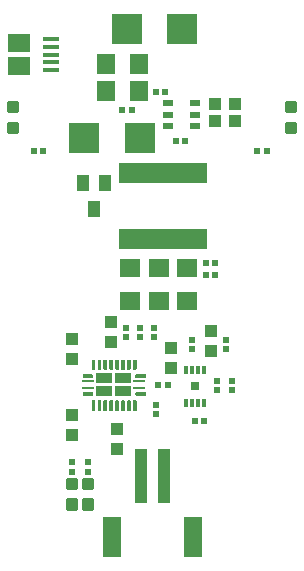
<source format=gtp>
G75*
%MOIN*%
%OFA0B0*%
%FSLAX25Y25*%
%IPPOS*%
%LPD*%
%AMOC8*
5,1,8,0,0,1.08239X$1,22.5*
%
%ADD10R,0.06299X0.07087*%
%ADD11R,0.03937X0.04331*%
%ADD12R,0.02165X0.02362*%
%ADD13R,0.07087X0.06299*%
%ADD14R,0.10000X0.10000*%
%ADD15R,0.03937X0.05512*%
%ADD16R,0.05315X0.01575*%
%ADD17R,0.07480X0.05906*%
%ADD18R,0.03937X0.18110*%
%ADD19R,0.06299X0.13386*%
%ADD20R,0.29528X0.07087*%
%ADD21C,0.01181*%
%ADD22R,0.04331X0.03937*%
%ADD23R,0.02362X0.02165*%
%ADD24R,0.03543X0.02362*%
%ADD25C,0.00000*%
%ADD26C,0.00001*%
%ADD27R,0.05197X0.03228*%
%ADD28R,0.04094X0.00906*%
%ADD29R,0.01181X0.03150*%
%ADD30R,0.02600X0.02600*%
D10*
X0045944Y0165867D03*
X0045944Y0174867D03*
X0056967Y0174867D03*
X0056967Y0165867D03*
D11*
X0047455Y0088713D03*
X0047455Y0082020D03*
X0034455Y0083213D03*
X0034455Y0076520D03*
X0034455Y0057713D03*
X0034455Y0051020D03*
X0049455Y0053213D03*
X0049455Y0046520D03*
X0067455Y0073520D03*
X0067455Y0080213D03*
X0080955Y0079020D03*
X0080955Y0085713D03*
D12*
X0082330Y0104567D03*
X0082330Y0108567D03*
X0079181Y0108567D03*
X0079181Y0104567D03*
X0066530Y0067867D03*
X0063381Y0067867D03*
X0075581Y0055867D03*
X0078730Y0055867D03*
X0096381Y0145867D03*
X0099530Y0145867D03*
X0072230Y0148967D03*
X0069081Y0148967D03*
X0065730Y0165567D03*
X0062581Y0165567D03*
X0054530Y0159367D03*
X0051381Y0159367D03*
X0025030Y0145867D03*
X0021881Y0145867D03*
D13*
X0053955Y0106878D03*
X0053955Y0095855D03*
X0063455Y0095855D03*
X0063455Y0106878D03*
X0072955Y0106878D03*
X0072955Y0095855D03*
D14*
X0057105Y0150167D03*
X0038605Y0150167D03*
X0052905Y0186467D03*
X0071405Y0186467D03*
D15*
X0045696Y0135197D03*
X0041955Y0126536D03*
X0038215Y0135197D03*
D16*
X0027487Y0172749D03*
X0027487Y0175308D03*
X0027487Y0177867D03*
X0027487Y0180426D03*
X0027487Y0182985D03*
D17*
X0016955Y0181804D03*
X0016995Y0173930D03*
D18*
X0057518Y0037434D03*
X0065392Y0037434D03*
D19*
X0074841Y0016961D03*
X0048070Y0016961D03*
D20*
X0064955Y0116343D03*
X0064955Y0138390D03*
D21*
X0035833Y0026536D02*
X0033077Y0026536D01*
X0033077Y0029292D01*
X0035833Y0029292D01*
X0035833Y0026536D01*
X0035833Y0027716D02*
X0033077Y0027716D01*
X0033077Y0028896D02*
X0035833Y0028896D01*
X0035833Y0033441D02*
X0033077Y0033441D01*
X0033077Y0036197D01*
X0035833Y0036197D01*
X0035833Y0033441D01*
X0035833Y0034621D02*
X0033077Y0034621D01*
X0033077Y0035801D02*
X0035833Y0035801D01*
X0038577Y0033441D02*
X0041333Y0033441D01*
X0038577Y0033441D02*
X0038577Y0036197D01*
X0041333Y0036197D01*
X0041333Y0033441D01*
X0041333Y0034621D02*
X0038577Y0034621D01*
X0038577Y0035801D02*
X0041333Y0035801D01*
X0041333Y0026536D02*
X0038577Y0026536D01*
X0038577Y0029292D01*
X0041333Y0029292D01*
X0041333Y0026536D01*
X0041333Y0027716D02*
X0038577Y0027716D01*
X0038577Y0028896D02*
X0041333Y0028896D01*
X0016333Y0154792D02*
X0013577Y0154792D01*
X0016333Y0154792D02*
X0016333Y0152036D01*
X0013577Y0152036D01*
X0013577Y0154792D01*
X0013577Y0153216D02*
X0016333Y0153216D01*
X0016333Y0154396D02*
X0013577Y0154396D01*
X0013577Y0161697D02*
X0016333Y0161697D01*
X0016333Y0158941D01*
X0013577Y0158941D01*
X0013577Y0161697D01*
X0013577Y0160121D02*
X0016333Y0160121D01*
X0016333Y0161301D02*
X0013577Y0161301D01*
X0106077Y0161697D02*
X0108833Y0161697D01*
X0108833Y0158941D01*
X0106077Y0158941D01*
X0106077Y0161697D01*
X0106077Y0160121D02*
X0108833Y0160121D01*
X0108833Y0161301D02*
X0106077Y0161301D01*
X0106077Y0154792D02*
X0108833Y0154792D01*
X0108833Y0152036D01*
X0106077Y0152036D01*
X0106077Y0154792D01*
X0106077Y0153216D02*
X0108833Y0153216D01*
X0108833Y0154396D02*
X0106077Y0154396D01*
D22*
X0088802Y0155767D03*
X0088802Y0161467D03*
X0082109Y0161467D03*
X0082109Y0155767D03*
D23*
X0061955Y0086841D03*
X0061955Y0083692D03*
X0057255Y0083692D03*
X0057255Y0086841D03*
X0052555Y0086841D03*
X0052555Y0083692D03*
X0062655Y0061141D03*
X0062655Y0057992D03*
X0074555Y0079592D03*
X0074555Y0082741D03*
X0082955Y0069141D03*
X0082955Y0065992D03*
X0087955Y0065992D03*
X0087955Y0069141D03*
X0085855Y0079592D03*
X0085855Y0082741D03*
X0039955Y0041941D03*
X0039955Y0038792D03*
X0034455Y0038792D03*
X0034455Y0041941D03*
D24*
X0066428Y0154127D03*
X0066428Y0157867D03*
X0066428Y0161607D03*
X0075483Y0161607D03*
X0075483Y0157867D03*
X0075483Y0154127D03*
D25*
X0055798Y0076233D02*
X0055798Y0073477D01*
X0055765Y0073343D01*
X0055694Y0073224D01*
X0055590Y0073133D01*
X0055464Y0073077D01*
X0055326Y0073062D01*
X0055191Y0073089D01*
X0055070Y0073156D01*
X0054974Y0073256D01*
X0054913Y0073380D01*
X0054892Y0073516D01*
X0054892Y0076233D01*
X0055798Y0076233D01*
X0053829Y0076233D02*
X0053829Y0073477D01*
X0053797Y0073343D01*
X0053725Y0073224D01*
X0053622Y0073133D01*
X0053495Y0073077D01*
X0053358Y0073062D01*
X0053222Y0073089D01*
X0053101Y0073156D01*
X0053006Y0073256D01*
X0052945Y0073380D01*
X0052924Y0073516D01*
X0052924Y0076233D01*
X0053829Y0076233D01*
X0051861Y0076233D02*
X0051861Y0073477D01*
X0051828Y0073343D01*
X0051757Y0073224D01*
X0051653Y0073133D01*
X0051527Y0073077D01*
X0051389Y0073062D01*
X0051254Y0073089D01*
X0051133Y0073156D01*
X0051037Y0073256D01*
X0050976Y0073380D01*
X0050955Y0073516D01*
X0050955Y0076233D01*
X0051861Y0076233D01*
X0049892Y0076233D02*
X0049892Y0073477D01*
X0049860Y0073343D01*
X0049788Y0073224D01*
X0049685Y0073133D01*
X0049558Y0073077D01*
X0049421Y0073062D01*
X0049285Y0073089D01*
X0049164Y0073156D01*
X0049069Y0073256D01*
X0049008Y0073380D01*
X0048987Y0073516D01*
X0048987Y0076233D01*
X0049892Y0076233D01*
X0047924Y0076233D02*
X0047924Y0073477D01*
X0047891Y0073343D01*
X0047820Y0073224D01*
X0047716Y0073133D01*
X0047590Y0073077D01*
X0047452Y0073062D01*
X0047317Y0073089D01*
X0047196Y0073156D01*
X0047100Y0073256D01*
X0047039Y0073380D01*
X0047018Y0073516D01*
X0047018Y0076233D01*
X0047924Y0076233D01*
X0045955Y0076233D02*
X0045955Y0073477D01*
X0045923Y0073343D01*
X0045851Y0073224D01*
X0045748Y0073133D01*
X0045621Y0073077D01*
X0045484Y0073062D01*
X0045348Y0073089D01*
X0045227Y0073156D01*
X0045132Y0073256D01*
X0045071Y0073380D01*
X0045050Y0073516D01*
X0045050Y0076233D01*
X0045955Y0076233D01*
X0043987Y0076233D02*
X0043987Y0073477D01*
X0043954Y0073343D01*
X0043883Y0073224D01*
X0043779Y0073133D01*
X0043653Y0073077D01*
X0043515Y0073062D01*
X0043380Y0073089D01*
X0043259Y0073156D01*
X0043163Y0073256D01*
X0043102Y0073380D01*
X0043081Y0073516D01*
X0043081Y0076233D01*
X0043987Y0076233D01*
X0042018Y0076233D02*
X0042018Y0073477D01*
X0041986Y0073343D01*
X0041914Y0073224D01*
X0041810Y0073133D01*
X0041684Y0073077D01*
X0041547Y0073062D01*
X0041411Y0073089D01*
X0041290Y0073156D01*
X0041195Y0073256D01*
X0041134Y0073380D01*
X0041113Y0073516D01*
X0041113Y0076233D01*
X0042018Y0076233D01*
X0040877Y0071272D02*
X0038121Y0071272D01*
X0038121Y0070367D01*
X0040837Y0070367D01*
X0040974Y0070387D01*
X0041098Y0070448D01*
X0041198Y0070544D01*
X0041264Y0070665D01*
X0041291Y0070801D01*
X0041276Y0070938D01*
X0041220Y0071064D01*
X0041129Y0071168D01*
X0041011Y0071240D01*
X0040877Y0071272D01*
X0040877Y0065367D02*
X0038121Y0065367D01*
X0038121Y0064461D01*
X0040837Y0064461D01*
X0040974Y0064482D01*
X0041098Y0064543D01*
X0041198Y0064638D01*
X0041264Y0064759D01*
X0041291Y0064895D01*
X0041276Y0065032D01*
X0041220Y0065159D01*
X0041129Y0065263D01*
X0041011Y0065334D01*
X0040877Y0065367D01*
X0041447Y0062656D02*
X0041321Y0062600D01*
X0041217Y0062509D01*
X0041145Y0062391D01*
X0041113Y0062256D01*
X0041113Y0059501D01*
X0042018Y0059501D01*
X0042018Y0062217D01*
X0041998Y0062354D01*
X0041937Y0062478D01*
X0041841Y0062578D01*
X0041720Y0062644D01*
X0041584Y0062671D01*
X0041447Y0062656D01*
X0043081Y0062256D02*
X0043081Y0059501D01*
X0043987Y0059501D01*
X0043987Y0062217D01*
X0043966Y0062354D01*
X0043905Y0062478D01*
X0043810Y0062578D01*
X0043688Y0062644D01*
X0043553Y0062671D01*
X0043416Y0062656D01*
X0043289Y0062600D01*
X0043185Y0062509D01*
X0043114Y0062391D01*
X0043081Y0062256D01*
X0045050Y0062256D02*
X0045050Y0059501D01*
X0045955Y0059501D01*
X0045955Y0062217D01*
X0045935Y0062354D01*
X0045874Y0062478D01*
X0045778Y0062578D01*
X0045657Y0062644D01*
X0045521Y0062671D01*
X0045384Y0062656D01*
X0045258Y0062600D01*
X0045154Y0062509D01*
X0045082Y0062391D01*
X0045050Y0062256D01*
X0047018Y0062256D02*
X0047018Y0059501D01*
X0047924Y0059501D01*
X0047924Y0062217D01*
X0047903Y0062354D01*
X0047842Y0062478D01*
X0047747Y0062578D01*
X0047626Y0062644D01*
X0047490Y0062671D01*
X0047353Y0062656D01*
X0047226Y0062600D01*
X0047122Y0062509D01*
X0047051Y0062391D01*
X0047018Y0062256D01*
X0048987Y0062256D02*
X0048987Y0059501D01*
X0049892Y0059501D01*
X0049892Y0062217D01*
X0049872Y0062354D01*
X0049811Y0062478D01*
X0049715Y0062578D01*
X0049594Y0062644D01*
X0049458Y0062671D01*
X0049321Y0062656D01*
X0049195Y0062600D01*
X0049091Y0062509D01*
X0049019Y0062391D01*
X0048987Y0062256D01*
X0050955Y0062256D02*
X0050955Y0059501D01*
X0051861Y0059501D01*
X0051861Y0062217D01*
X0051840Y0062354D01*
X0051779Y0062478D01*
X0051684Y0062578D01*
X0051563Y0062644D01*
X0051427Y0062671D01*
X0051290Y0062656D01*
X0051163Y0062600D01*
X0051059Y0062509D01*
X0050988Y0062391D01*
X0050955Y0062256D01*
X0052924Y0062256D02*
X0052924Y0059501D01*
X0053829Y0059501D01*
X0053829Y0062217D01*
X0053809Y0062354D01*
X0053748Y0062478D01*
X0053652Y0062578D01*
X0053531Y0062644D01*
X0053395Y0062671D01*
X0053258Y0062656D01*
X0053132Y0062600D01*
X0053028Y0062509D01*
X0052956Y0062391D01*
X0052924Y0062256D01*
X0054892Y0062256D02*
X0054892Y0059501D01*
X0055798Y0059501D01*
X0055798Y0062217D01*
X0055777Y0062354D01*
X0055716Y0062478D01*
X0055621Y0062578D01*
X0055500Y0062644D01*
X0055364Y0062671D01*
X0055227Y0062656D01*
X0055100Y0062600D01*
X0054996Y0062509D01*
X0054925Y0062391D01*
X0054892Y0062256D01*
X0055900Y0064494D02*
X0055782Y0064565D01*
X0055690Y0064669D01*
X0055635Y0064795D01*
X0055619Y0064933D01*
X0055646Y0065068D01*
X0055713Y0065189D01*
X0055813Y0065285D01*
X0055937Y0065346D01*
X0056073Y0065367D01*
X0058790Y0065367D01*
X0058790Y0064461D01*
X0056034Y0064461D01*
X0055900Y0064494D01*
X0056034Y0070367D02*
X0058790Y0070367D01*
X0058790Y0071272D01*
X0056073Y0071272D01*
X0055937Y0071251D01*
X0055813Y0071190D01*
X0055713Y0071095D01*
X0055646Y0070974D01*
X0055619Y0070838D01*
X0055635Y0070701D01*
X0055690Y0070575D01*
X0055782Y0070471D01*
X0055900Y0070399D01*
X0056034Y0070367D01*
D26*
X0058790Y0070367D01*
X0058790Y0070368D02*
X0056030Y0070368D01*
X0056026Y0070369D02*
X0058790Y0070369D01*
X0058790Y0070370D02*
X0056022Y0070370D01*
X0056018Y0070371D02*
X0058790Y0070371D01*
X0058790Y0070372D02*
X0056014Y0070372D01*
X0056010Y0070373D02*
X0058790Y0070373D01*
X0058790Y0070374D02*
X0056006Y0070374D01*
X0056002Y0070375D02*
X0058790Y0070375D01*
X0058790Y0070376D02*
X0055998Y0070376D01*
X0055994Y0070377D02*
X0058790Y0070377D01*
X0055989Y0070377D01*
X0055985Y0070378D02*
X0058790Y0070378D01*
X0058790Y0070379D02*
X0055981Y0070379D01*
X0055977Y0070380D02*
X0058790Y0070380D01*
X0058790Y0070381D02*
X0055973Y0070381D01*
X0055969Y0070382D02*
X0058790Y0070382D01*
X0058790Y0070383D02*
X0055965Y0070383D01*
X0055961Y0070384D02*
X0058790Y0070384D01*
X0058790Y0070385D02*
X0055957Y0070385D01*
X0055953Y0070386D02*
X0058790Y0070386D01*
X0058790Y0070387D02*
X0055949Y0070387D01*
X0055945Y0070388D02*
X0058790Y0070388D01*
X0058790Y0070389D02*
X0055941Y0070389D01*
X0055937Y0070390D02*
X0058790Y0070390D01*
X0058790Y0070391D02*
X0055933Y0070391D01*
X0055929Y0070392D02*
X0058790Y0070392D01*
X0058790Y0070393D02*
X0055925Y0070393D01*
X0055920Y0070394D02*
X0058790Y0070394D01*
X0058790Y0070395D02*
X0055916Y0070395D01*
X0055912Y0070396D02*
X0058790Y0070396D01*
X0058790Y0070397D02*
X0055908Y0070397D01*
X0055904Y0070398D02*
X0058790Y0070398D01*
X0058790Y0070399D02*
X0055900Y0070399D01*
X0055898Y0070400D02*
X0058790Y0070400D01*
X0058790Y0070401D02*
X0055897Y0070401D01*
X0055895Y0070402D02*
X0058790Y0070402D01*
X0058790Y0070403D02*
X0055893Y0070403D01*
X0055892Y0070404D02*
X0058790Y0070404D01*
X0058790Y0070405D02*
X0055890Y0070405D01*
X0055889Y0070406D02*
X0058790Y0070406D01*
X0058790Y0070407D02*
X0055887Y0070407D01*
X0055885Y0070408D02*
X0058790Y0070408D01*
X0058790Y0070409D02*
X0055884Y0070409D01*
X0055882Y0070410D02*
X0058790Y0070410D01*
X0058790Y0070411D02*
X0055880Y0070411D01*
X0055879Y0070412D02*
X0058790Y0070412D01*
X0058790Y0070413D02*
X0055877Y0070413D01*
X0055876Y0070414D02*
X0058790Y0070414D01*
X0058790Y0070415D02*
X0055874Y0070415D01*
X0055872Y0070416D02*
X0058790Y0070416D01*
X0058790Y0070417D02*
X0055871Y0070417D01*
X0055869Y0070418D02*
X0058790Y0070418D01*
X0058790Y0070419D02*
X0055867Y0070419D01*
X0055866Y0070420D02*
X0058790Y0070420D01*
X0058790Y0070421D02*
X0055864Y0070421D01*
X0055863Y0070422D02*
X0058790Y0070422D01*
X0058790Y0070423D02*
X0055861Y0070423D01*
X0055859Y0070424D02*
X0058790Y0070424D01*
X0058790Y0070425D02*
X0055858Y0070425D01*
X0055856Y0070426D02*
X0058790Y0070426D01*
X0058790Y0070427D02*
X0055854Y0070427D01*
X0055853Y0070428D02*
X0058790Y0070428D01*
X0058790Y0070429D02*
X0055851Y0070429D01*
X0055850Y0070430D02*
X0058790Y0070430D01*
X0058790Y0070431D02*
X0055848Y0070431D01*
X0055846Y0070432D02*
X0058790Y0070432D01*
X0058790Y0070433D02*
X0055845Y0070433D01*
X0055843Y0070434D02*
X0058790Y0070434D01*
X0058790Y0070435D02*
X0055841Y0070435D01*
X0055840Y0070436D02*
X0058790Y0070436D01*
X0058790Y0070437D02*
X0055838Y0070437D01*
X0055836Y0070438D02*
X0058790Y0070438D01*
X0058790Y0070439D02*
X0055835Y0070439D01*
X0055833Y0070439D02*
X0058790Y0070439D01*
X0058790Y0070440D02*
X0055832Y0070440D01*
X0055830Y0070441D02*
X0058790Y0070441D01*
X0058790Y0070442D02*
X0055828Y0070442D01*
X0055827Y0070443D02*
X0058790Y0070443D01*
X0058790Y0070444D02*
X0055825Y0070444D01*
X0055823Y0070445D02*
X0058790Y0070445D01*
X0058790Y0070446D02*
X0055822Y0070446D01*
X0055820Y0070447D02*
X0058790Y0070447D01*
X0058790Y0070448D02*
X0055819Y0070448D01*
X0055817Y0070449D02*
X0058790Y0070449D01*
X0058790Y0070450D02*
X0055815Y0070450D01*
X0055814Y0070451D02*
X0058790Y0070451D01*
X0058790Y0070452D02*
X0055812Y0070452D01*
X0055810Y0070453D02*
X0058790Y0070453D01*
X0058790Y0070454D02*
X0055809Y0070454D01*
X0055807Y0070455D02*
X0058790Y0070455D01*
X0058790Y0070456D02*
X0055806Y0070456D01*
X0055804Y0070457D02*
X0058790Y0070457D01*
X0058790Y0070458D02*
X0055802Y0070458D01*
X0055801Y0070459D02*
X0058790Y0070459D01*
X0058790Y0070460D02*
X0055799Y0070460D01*
X0055797Y0070461D02*
X0058790Y0070461D01*
X0058790Y0070462D02*
X0055796Y0070462D01*
X0055794Y0070463D02*
X0058790Y0070463D01*
X0058790Y0070464D02*
X0055793Y0070464D01*
X0055791Y0070465D02*
X0058790Y0070465D01*
X0058790Y0070466D02*
X0055789Y0070466D01*
X0055788Y0070467D02*
X0058790Y0070467D01*
X0058790Y0070468D02*
X0055786Y0070468D01*
X0055784Y0070469D02*
X0058790Y0070469D01*
X0058790Y0070470D02*
X0055783Y0070470D01*
X0055781Y0070471D02*
X0058790Y0070471D01*
X0058790Y0070472D02*
X0055780Y0070472D01*
X0055780Y0070473D02*
X0058790Y0070473D01*
X0058790Y0070474D02*
X0055779Y0070474D01*
X0055778Y0070475D02*
X0058790Y0070475D01*
X0058790Y0070476D02*
X0055777Y0070476D01*
X0055776Y0070477D02*
X0058790Y0070477D01*
X0058790Y0070478D02*
X0055775Y0070478D01*
X0055774Y0070479D02*
X0058790Y0070479D01*
X0058790Y0070480D02*
X0055774Y0070480D01*
X0055773Y0070481D02*
X0058790Y0070481D01*
X0058790Y0070482D02*
X0055772Y0070482D01*
X0055771Y0070483D02*
X0058790Y0070483D01*
X0058790Y0070484D02*
X0055770Y0070484D01*
X0055769Y0070485D02*
X0058790Y0070485D01*
X0058790Y0070486D02*
X0055768Y0070486D01*
X0055767Y0070487D02*
X0058790Y0070487D01*
X0058790Y0070488D02*
X0055767Y0070488D01*
X0055766Y0070489D02*
X0058790Y0070489D01*
X0058790Y0070490D02*
X0055765Y0070490D01*
X0055764Y0070491D02*
X0058790Y0070491D01*
X0058790Y0070492D02*
X0055763Y0070492D01*
X0055762Y0070493D02*
X0058790Y0070493D01*
X0058790Y0070494D02*
X0055761Y0070494D01*
X0055761Y0070495D02*
X0058790Y0070495D01*
X0058790Y0070496D02*
X0055760Y0070496D01*
X0055759Y0070497D02*
X0058790Y0070497D01*
X0058790Y0070498D02*
X0055758Y0070498D01*
X0055757Y0070499D02*
X0058790Y0070499D01*
X0058790Y0070500D02*
X0055756Y0070500D01*
X0055755Y0070501D02*
X0058790Y0070501D01*
X0058790Y0070502D02*
X0055755Y0070502D01*
X0055754Y0070502D02*
X0058790Y0070502D01*
X0058790Y0070503D02*
X0055753Y0070503D01*
X0055752Y0070504D02*
X0058790Y0070504D01*
X0058790Y0070505D02*
X0055751Y0070505D01*
X0055750Y0070506D02*
X0058790Y0070506D01*
X0058790Y0070507D02*
X0055749Y0070507D01*
X0055748Y0070508D02*
X0058790Y0070508D01*
X0058790Y0070509D02*
X0055748Y0070509D01*
X0055747Y0070510D02*
X0058790Y0070510D01*
X0058790Y0070511D02*
X0055746Y0070511D01*
X0055745Y0070512D02*
X0058790Y0070512D01*
X0058790Y0070513D02*
X0055744Y0070513D01*
X0055743Y0070514D02*
X0058790Y0070514D01*
X0058790Y0070515D02*
X0055742Y0070515D01*
X0055742Y0070516D02*
X0058790Y0070516D01*
X0058790Y0070517D02*
X0055741Y0070517D01*
X0055740Y0070518D02*
X0058790Y0070518D01*
X0058790Y0070519D02*
X0055739Y0070519D01*
X0055738Y0070520D02*
X0058790Y0070520D01*
X0058790Y0070521D02*
X0055737Y0070521D01*
X0055736Y0070522D02*
X0058790Y0070522D01*
X0058790Y0070523D02*
X0055735Y0070523D01*
X0055735Y0070524D02*
X0058790Y0070524D01*
X0058790Y0070525D02*
X0055734Y0070525D01*
X0055733Y0070526D02*
X0058790Y0070526D01*
X0058790Y0070527D02*
X0055732Y0070527D01*
X0055731Y0070528D02*
X0058790Y0070528D01*
X0058790Y0070529D02*
X0055730Y0070529D01*
X0055729Y0070530D02*
X0058790Y0070530D01*
X0058790Y0070531D02*
X0055729Y0070531D01*
X0055728Y0070532D02*
X0058790Y0070532D01*
X0058790Y0070533D02*
X0055727Y0070533D01*
X0055726Y0070534D02*
X0058790Y0070534D01*
X0058790Y0070535D02*
X0055725Y0070535D01*
X0055724Y0070536D02*
X0058790Y0070536D01*
X0058790Y0070537D02*
X0055723Y0070537D01*
X0055723Y0070538D02*
X0058790Y0070538D01*
X0058790Y0070539D02*
X0055722Y0070539D01*
X0055721Y0070540D02*
X0058790Y0070540D01*
X0058790Y0070541D02*
X0055720Y0070541D01*
X0055719Y0070542D02*
X0058790Y0070542D01*
X0058790Y0070543D02*
X0055718Y0070543D01*
X0055717Y0070544D02*
X0058790Y0070544D01*
X0058790Y0070545D02*
X0055716Y0070545D01*
X0055716Y0070546D02*
X0058790Y0070546D01*
X0058790Y0070547D02*
X0055715Y0070547D01*
X0055714Y0070548D02*
X0058790Y0070548D01*
X0058790Y0070549D02*
X0055713Y0070549D01*
X0055712Y0070550D02*
X0058790Y0070550D01*
X0058790Y0070551D02*
X0055711Y0070551D01*
X0055710Y0070552D02*
X0058790Y0070552D01*
X0058790Y0070553D02*
X0055710Y0070553D01*
X0055709Y0070554D02*
X0058790Y0070554D01*
X0058790Y0070555D02*
X0055708Y0070555D01*
X0055707Y0070556D02*
X0058790Y0070556D01*
X0058790Y0070557D02*
X0055706Y0070557D01*
X0055705Y0070558D02*
X0058790Y0070558D01*
X0058790Y0070559D02*
X0055704Y0070559D01*
X0055703Y0070560D02*
X0058790Y0070560D01*
X0058790Y0070561D02*
X0055703Y0070561D01*
X0055702Y0070562D02*
X0058790Y0070562D01*
X0058790Y0070563D02*
X0055701Y0070563D01*
X0055700Y0070564D02*
X0058790Y0070564D01*
X0055699Y0070564D01*
X0055698Y0070565D02*
X0058790Y0070565D01*
X0058790Y0070566D02*
X0055697Y0070566D01*
X0055697Y0070567D02*
X0058790Y0070567D01*
X0058790Y0070568D02*
X0055696Y0070568D01*
X0055695Y0070569D02*
X0058790Y0070569D01*
X0058790Y0070570D02*
X0055694Y0070570D01*
X0055693Y0070571D02*
X0058790Y0070571D01*
X0058790Y0070572D02*
X0055692Y0070572D01*
X0055691Y0070573D02*
X0058790Y0070573D01*
X0058790Y0070574D02*
X0055690Y0070574D01*
X0055690Y0070575D02*
X0058790Y0070575D01*
X0058790Y0070576D02*
X0055690Y0070576D01*
X0055689Y0070577D02*
X0058790Y0070577D01*
X0058790Y0070578D02*
X0055689Y0070578D01*
X0055688Y0070579D02*
X0058790Y0070579D01*
X0058790Y0070580D02*
X0055688Y0070580D01*
X0055687Y0070581D02*
X0058790Y0070581D01*
X0058790Y0070582D02*
X0055687Y0070582D01*
X0055687Y0070583D02*
X0058790Y0070583D01*
X0058790Y0070584D02*
X0055686Y0070584D01*
X0055686Y0070585D02*
X0058790Y0070585D01*
X0058790Y0070586D02*
X0055685Y0070586D01*
X0055685Y0070587D02*
X0058790Y0070587D01*
X0058790Y0070588D02*
X0055684Y0070588D01*
X0055684Y0070589D02*
X0058790Y0070589D01*
X0058790Y0070590D02*
X0055683Y0070590D01*
X0055683Y0070591D02*
X0058790Y0070591D01*
X0058790Y0070592D02*
X0055683Y0070592D01*
X0055682Y0070593D02*
X0058790Y0070593D01*
X0058790Y0070594D02*
X0055682Y0070594D01*
X0055681Y0070595D02*
X0058790Y0070595D01*
X0058790Y0070596D02*
X0055681Y0070596D01*
X0055680Y0070597D02*
X0058790Y0070597D01*
X0058790Y0070598D02*
X0055680Y0070598D01*
X0055680Y0070599D02*
X0058790Y0070599D01*
X0058790Y0070600D02*
X0055679Y0070600D01*
X0055679Y0070601D02*
X0058790Y0070601D01*
X0058790Y0070602D02*
X0055678Y0070602D01*
X0055678Y0070603D02*
X0058790Y0070603D01*
X0058790Y0070604D02*
X0055677Y0070604D01*
X0055677Y0070605D02*
X0058790Y0070605D01*
X0058790Y0070606D02*
X0055677Y0070606D01*
X0055676Y0070607D02*
X0058790Y0070607D01*
X0058790Y0070608D02*
X0055676Y0070608D01*
X0055675Y0070609D02*
X0058790Y0070609D01*
X0058790Y0070610D02*
X0055675Y0070610D01*
X0055674Y0070611D02*
X0058790Y0070611D01*
X0058790Y0070612D02*
X0055674Y0070612D01*
X0055673Y0070613D02*
X0058790Y0070613D01*
X0058790Y0070614D02*
X0055673Y0070614D01*
X0055673Y0070615D02*
X0058790Y0070615D01*
X0058790Y0070616D02*
X0055672Y0070616D01*
X0055672Y0070617D02*
X0058790Y0070617D01*
X0058790Y0070618D02*
X0055671Y0070618D01*
X0055671Y0070619D02*
X0058790Y0070619D01*
X0058790Y0070620D02*
X0055670Y0070620D01*
X0055670Y0070621D02*
X0058790Y0070621D01*
X0058790Y0070622D02*
X0055670Y0070622D01*
X0055669Y0070623D02*
X0058790Y0070623D01*
X0058790Y0070624D02*
X0055669Y0070624D01*
X0055668Y0070625D02*
X0058790Y0070625D01*
X0058790Y0070626D02*
X0055668Y0070626D01*
X0055667Y0070627D02*
X0058790Y0070627D01*
X0055667Y0070627D01*
X0055667Y0070628D02*
X0058790Y0070628D01*
X0058790Y0070629D02*
X0055666Y0070629D01*
X0055666Y0070630D02*
X0058790Y0070630D01*
X0058790Y0070631D02*
X0055665Y0070631D01*
X0055665Y0070632D02*
X0058790Y0070632D01*
X0058790Y0070633D02*
X0055664Y0070633D01*
X0055664Y0070634D02*
X0058790Y0070634D01*
X0058790Y0070635D02*
X0055663Y0070635D01*
X0055663Y0070636D02*
X0058790Y0070636D01*
X0058790Y0070637D02*
X0055663Y0070637D01*
X0055662Y0070638D02*
X0058790Y0070638D01*
X0058790Y0070639D02*
X0055662Y0070639D01*
X0055661Y0070640D02*
X0058790Y0070640D01*
X0058790Y0070641D02*
X0055661Y0070641D01*
X0055660Y0070642D02*
X0058790Y0070642D01*
X0058790Y0070643D02*
X0055660Y0070643D01*
X0055660Y0070644D02*
X0058790Y0070644D01*
X0058790Y0070645D02*
X0055659Y0070645D01*
X0055659Y0070646D02*
X0058790Y0070646D01*
X0058790Y0070647D02*
X0055658Y0070647D01*
X0055658Y0070648D02*
X0058790Y0070648D01*
X0058790Y0070649D02*
X0055657Y0070649D01*
X0055657Y0070650D02*
X0058790Y0070650D01*
X0058790Y0070651D02*
X0055657Y0070651D01*
X0055656Y0070652D02*
X0058790Y0070652D01*
X0058790Y0070653D02*
X0055656Y0070653D01*
X0055655Y0070654D02*
X0058790Y0070654D01*
X0058790Y0070655D02*
X0055655Y0070655D01*
X0055654Y0070656D02*
X0058790Y0070656D01*
X0058790Y0070657D02*
X0055654Y0070657D01*
X0055654Y0070658D02*
X0058790Y0070658D01*
X0058790Y0070659D02*
X0055653Y0070659D01*
X0055653Y0070660D02*
X0058790Y0070660D01*
X0058790Y0070661D02*
X0055652Y0070661D01*
X0055652Y0070662D02*
X0058790Y0070662D01*
X0058790Y0070663D02*
X0055651Y0070663D01*
X0055651Y0070664D02*
X0058790Y0070664D01*
X0058790Y0070665D02*
X0055650Y0070665D01*
X0055650Y0070666D02*
X0058790Y0070666D01*
X0058790Y0070667D02*
X0055650Y0070667D01*
X0055649Y0070668D02*
X0058790Y0070668D01*
X0058790Y0070669D02*
X0055649Y0070669D01*
X0055648Y0070670D02*
X0058790Y0070670D01*
X0058790Y0070671D02*
X0055648Y0070671D01*
X0055647Y0070672D02*
X0058790Y0070672D01*
X0058790Y0070673D02*
X0055647Y0070673D01*
X0055647Y0070674D02*
X0058790Y0070674D01*
X0058790Y0070675D02*
X0055646Y0070675D01*
X0055646Y0070676D02*
X0058790Y0070676D01*
X0058790Y0070677D02*
X0055645Y0070677D01*
X0055645Y0070678D02*
X0058790Y0070678D01*
X0058790Y0070679D02*
X0055644Y0070679D01*
X0055644Y0070680D02*
X0058790Y0070680D01*
X0058790Y0070681D02*
X0055644Y0070681D01*
X0055643Y0070682D02*
X0058790Y0070682D01*
X0058790Y0070683D02*
X0055643Y0070683D01*
X0055642Y0070684D02*
X0058790Y0070684D01*
X0058790Y0070685D02*
X0055642Y0070685D01*
X0055641Y0070686D02*
X0058790Y0070686D01*
X0058790Y0070687D02*
X0055641Y0070687D01*
X0055641Y0070688D02*
X0058790Y0070688D01*
X0058790Y0070689D02*
X0055640Y0070689D01*
X0058790Y0070689D01*
X0058790Y0070690D02*
X0055639Y0070690D01*
X0055639Y0070691D02*
X0058790Y0070691D01*
X0058790Y0070692D02*
X0055638Y0070692D01*
X0055638Y0070693D02*
X0058790Y0070693D01*
X0058790Y0070694D02*
X0055637Y0070694D01*
X0055637Y0070695D02*
X0058790Y0070695D01*
X0058790Y0070696D02*
X0055637Y0070696D01*
X0055636Y0070697D02*
X0058790Y0070697D01*
X0058790Y0070698D02*
X0055636Y0070698D01*
X0055635Y0070699D02*
X0058790Y0070699D01*
X0058790Y0070700D02*
X0055635Y0070700D01*
X0055635Y0070701D02*
X0058790Y0070701D01*
X0058790Y0070702D02*
X0055634Y0070702D01*
X0055634Y0070703D02*
X0058790Y0070703D01*
X0058790Y0070704D02*
X0055634Y0070704D01*
X0055634Y0070705D02*
X0058790Y0070705D01*
X0058790Y0070706D02*
X0055634Y0070706D01*
X0055634Y0070707D02*
X0058790Y0070707D01*
X0058790Y0070708D02*
X0055634Y0070708D01*
X0055634Y0070709D02*
X0058790Y0070709D01*
X0058790Y0070710D02*
X0055634Y0070710D01*
X0055633Y0070711D02*
X0058790Y0070711D01*
X0058790Y0070712D02*
X0055633Y0070712D01*
X0055633Y0070713D02*
X0058790Y0070713D01*
X0058790Y0070714D02*
X0055633Y0070714D01*
X0055633Y0070715D02*
X0058790Y0070715D01*
X0058790Y0070716D02*
X0055633Y0070716D01*
X0055633Y0070717D02*
X0058790Y0070717D01*
X0058790Y0070718D02*
X0055633Y0070718D01*
X0055633Y0070719D02*
X0058790Y0070719D01*
X0058790Y0070720D02*
X0055632Y0070720D01*
X0055632Y0070721D02*
X0058790Y0070721D01*
X0058790Y0070722D02*
X0055632Y0070722D01*
X0055632Y0070723D02*
X0058790Y0070723D01*
X0058790Y0070724D02*
X0055632Y0070724D01*
X0055632Y0070725D02*
X0058790Y0070725D01*
X0058790Y0070726D02*
X0055632Y0070726D01*
X0055632Y0070727D02*
X0058790Y0070727D01*
X0058790Y0070728D02*
X0055632Y0070728D01*
X0055632Y0070729D02*
X0058790Y0070729D01*
X0058790Y0070730D02*
X0055631Y0070730D01*
X0055631Y0070731D02*
X0058790Y0070731D01*
X0058790Y0070732D02*
X0055631Y0070732D01*
X0055631Y0070733D02*
X0058790Y0070733D01*
X0058790Y0070734D02*
X0055631Y0070734D01*
X0055631Y0070735D02*
X0058790Y0070735D01*
X0058790Y0070736D02*
X0055631Y0070736D01*
X0055631Y0070737D02*
X0058790Y0070737D01*
X0058790Y0070738D02*
X0055631Y0070738D01*
X0055630Y0070739D02*
X0058790Y0070739D01*
X0058790Y0070740D02*
X0055630Y0070740D01*
X0055630Y0070741D02*
X0058790Y0070741D01*
X0058790Y0070742D02*
X0055630Y0070742D01*
X0055630Y0070743D02*
X0058790Y0070743D01*
X0058790Y0070744D02*
X0055630Y0070744D01*
X0055630Y0070745D02*
X0058790Y0070745D01*
X0058790Y0070746D02*
X0055630Y0070746D01*
X0055630Y0070747D02*
X0058790Y0070747D01*
X0058790Y0070748D02*
X0055629Y0070748D01*
X0055629Y0070749D02*
X0058790Y0070749D01*
X0058790Y0070750D02*
X0055629Y0070750D01*
X0055629Y0070751D02*
X0058790Y0070751D01*
X0058790Y0070752D02*
X0055629Y0070752D01*
X0058790Y0070752D01*
X0058790Y0070753D02*
X0055629Y0070753D01*
X0055629Y0070754D02*
X0058790Y0070754D01*
X0058790Y0070755D02*
X0055629Y0070755D01*
X0055628Y0070756D02*
X0058790Y0070756D01*
X0058790Y0070757D02*
X0055628Y0070757D01*
X0055628Y0070758D02*
X0058790Y0070758D01*
X0058790Y0070759D02*
X0055628Y0070759D01*
X0055628Y0070760D02*
X0058790Y0070760D01*
X0058790Y0070761D02*
X0055628Y0070761D01*
X0055628Y0070762D02*
X0058790Y0070762D01*
X0058790Y0070763D02*
X0055628Y0070763D01*
X0055628Y0070764D02*
X0058790Y0070764D01*
X0058790Y0070765D02*
X0055628Y0070765D01*
X0055627Y0070766D02*
X0058790Y0070766D01*
X0058790Y0070767D02*
X0055627Y0070767D01*
X0055627Y0070768D02*
X0058790Y0070768D01*
X0058790Y0070769D02*
X0055627Y0070769D01*
X0055627Y0070770D02*
X0058790Y0070770D01*
X0058790Y0070771D02*
X0055627Y0070771D01*
X0055627Y0070772D02*
X0058790Y0070772D01*
X0058790Y0070773D02*
X0055627Y0070773D01*
X0055627Y0070774D02*
X0058790Y0070774D01*
X0058790Y0070775D02*
X0055626Y0070775D01*
X0055626Y0070776D02*
X0058790Y0070776D01*
X0058790Y0070777D02*
X0055626Y0070777D01*
X0055626Y0070778D02*
X0058790Y0070778D01*
X0058790Y0070779D02*
X0055626Y0070779D01*
X0055626Y0070780D02*
X0058790Y0070780D01*
X0058790Y0070781D02*
X0055626Y0070781D01*
X0055626Y0070782D02*
X0058790Y0070782D01*
X0058790Y0070783D02*
X0055626Y0070783D01*
X0055625Y0070784D02*
X0058790Y0070784D01*
X0058790Y0070785D02*
X0055625Y0070785D01*
X0055625Y0070786D02*
X0058790Y0070786D01*
X0058790Y0070787D02*
X0055625Y0070787D01*
X0055625Y0070788D02*
X0058790Y0070788D01*
X0058790Y0070789D02*
X0055625Y0070789D01*
X0055625Y0070790D02*
X0058790Y0070790D01*
X0058790Y0070791D02*
X0055625Y0070791D01*
X0055625Y0070792D02*
X0058790Y0070792D01*
X0058790Y0070793D02*
X0055624Y0070793D01*
X0055624Y0070794D02*
X0058790Y0070794D01*
X0058790Y0070795D02*
X0055624Y0070795D01*
X0055624Y0070796D02*
X0058790Y0070796D01*
X0058790Y0070797D02*
X0055624Y0070797D01*
X0055624Y0070798D02*
X0058790Y0070798D01*
X0058790Y0070799D02*
X0055624Y0070799D01*
X0055624Y0070800D02*
X0058790Y0070800D01*
X0058790Y0070801D02*
X0055624Y0070801D01*
X0055623Y0070802D02*
X0058790Y0070802D01*
X0058790Y0070803D02*
X0055623Y0070803D01*
X0055623Y0070804D02*
X0058790Y0070804D01*
X0058790Y0070805D02*
X0055623Y0070805D01*
X0055623Y0070806D02*
X0058790Y0070806D01*
X0058790Y0070807D02*
X0055623Y0070807D01*
X0055623Y0070808D02*
X0058790Y0070808D01*
X0058790Y0070809D02*
X0055623Y0070809D01*
X0055623Y0070810D02*
X0058790Y0070810D01*
X0058790Y0070811D02*
X0055623Y0070811D01*
X0055622Y0070812D02*
X0058790Y0070812D01*
X0058790Y0070813D02*
X0055622Y0070813D01*
X0055622Y0070814D02*
X0058790Y0070814D01*
X0055622Y0070814D01*
X0055622Y0070815D02*
X0058790Y0070815D01*
X0058790Y0070816D02*
X0055622Y0070816D01*
X0055622Y0070817D02*
X0058790Y0070817D01*
X0058790Y0070818D02*
X0055622Y0070818D01*
X0055622Y0070819D02*
X0058790Y0070819D01*
X0058790Y0070820D02*
X0055621Y0070820D01*
X0055621Y0070821D02*
X0058790Y0070821D01*
X0058790Y0070822D02*
X0055621Y0070822D01*
X0055621Y0070823D02*
X0058790Y0070823D01*
X0058790Y0070824D02*
X0055621Y0070824D01*
X0055621Y0070825D02*
X0058790Y0070825D01*
X0058790Y0070826D02*
X0055621Y0070826D01*
X0055621Y0070827D02*
X0058790Y0070827D01*
X0058790Y0070828D02*
X0055621Y0070828D01*
X0055620Y0070829D02*
X0058790Y0070829D01*
X0058790Y0070830D02*
X0055620Y0070830D01*
X0055620Y0070831D02*
X0058790Y0070831D01*
X0058790Y0070832D02*
X0055620Y0070832D01*
X0055620Y0070833D02*
X0058790Y0070833D01*
X0058790Y0070834D02*
X0055620Y0070834D01*
X0055620Y0070835D02*
X0058790Y0070835D01*
X0058790Y0070836D02*
X0055620Y0070836D01*
X0055620Y0070837D02*
X0058790Y0070837D01*
X0058790Y0070838D02*
X0055620Y0070838D01*
X0055620Y0070839D02*
X0058790Y0070839D01*
X0058790Y0070840D02*
X0055620Y0070840D01*
X0055620Y0070841D02*
X0058790Y0070841D01*
X0058790Y0070842D02*
X0055620Y0070842D01*
X0055620Y0070843D02*
X0058790Y0070843D01*
X0058790Y0070844D02*
X0055621Y0070844D01*
X0055621Y0070845D02*
X0058790Y0070845D01*
X0058790Y0070846D02*
X0055621Y0070846D01*
X0055621Y0070847D02*
X0058790Y0070847D01*
X0058790Y0070848D02*
X0055621Y0070848D01*
X0055622Y0070849D02*
X0058790Y0070849D01*
X0058790Y0070850D02*
X0055622Y0070850D01*
X0055622Y0070851D02*
X0058790Y0070851D01*
X0058790Y0070852D02*
X0055622Y0070852D01*
X0055622Y0070853D02*
X0058790Y0070853D01*
X0058790Y0070854D02*
X0055623Y0070854D01*
X0055623Y0070855D02*
X0058790Y0070855D01*
X0058790Y0070856D02*
X0055623Y0070856D01*
X0055623Y0070857D02*
X0058790Y0070857D01*
X0058790Y0070858D02*
X0055623Y0070858D01*
X0055624Y0070859D02*
X0058790Y0070859D01*
X0058790Y0070860D02*
X0055624Y0070860D01*
X0055624Y0070861D02*
X0058790Y0070861D01*
X0058790Y0070862D02*
X0055624Y0070862D01*
X0055624Y0070863D02*
X0058790Y0070863D01*
X0058790Y0070864D02*
X0055625Y0070864D01*
X0055625Y0070865D02*
X0058790Y0070865D01*
X0058790Y0070866D02*
X0055625Y0070866D01*
X0055625Y0070867D02*
X0058790Y0070867D01*
X0058790Y0070868D02*
X0055625Y0070868D01*
X0055626Y0070869D02*
X0058790Y0070869D01*
X0058790Y0070870D02*
X0055626Y0070870D01*
X0055626Y0070871D02*
X0058790Y0070871D01*
X0058790Y0070872D02*
X0055626Y0070872D01*
X0055626Y0070873D02*
X0058790Y0070873D01*
X0058790Y0070874D02*
X0055627Y0070874D01*
X0055627Y0070875D02*
X0058790Y0070875D01*
X0058790Y0070876D02*
X0055627Y0070876D01*
X0055627Y0070877D02*
X0058790Y0070877D01*
X0055627Y0070877D01*
X0055627Y0070878D02*
X0058790Y0070878D01*
X0058790Y0070879D02*
X0055628Y0070879D01*
X0055628Y0070880D02*
X0058790Y0070880D01*
X0058790Y0070881D02*
X0055628Y0070881D01*
X0055628Y0070882D02*
X0058790Y0070882D01*
X0058790Y0070883D02*
X0055628Y0070883D01*
X0055629Y0070884D02*
X0058790Y0070884D01*
X0058790Y0070885D02*
X0055629Y0070885D01*
X0055629Y0070886D02*
X0058790Y0070886D01*
X0058790Y0070887D02*
X0055629Y0070887D01*
X0055629Y0070888D02*
X0058790Y0070888D01*
X0058790Y0070889D02*
X0055630Y0070889D01*
X0055630Y0070890D02*
X0058790Y0070890D01*
X0058790Y0070891D02*
X0055630Y0070891D01*
X0055630Y0070892D02*
X0058790Y0070892D01*
X0058790Y0070893D02*
X0055630Y0070893D01*
X0055631Y0070894D02*
X0058790Y0070894D01*
X0058790Y0070895D02*
X0055631Y0070895D01*
X0055631Y0070896D02*
X0058790Y0070896D01*
X0058790Y0070897D02*
X0055631Y0070897D01*
X0055631Y0070898D02*
X0058790Y0070898D01*
X0058790Y0070899D02*
X0055632Y0070899D01*
X0055632Y0070900D02*
X0058790Y0070900D01*
X0058790Y0070901D02*
X0055632Y0070901D01*
X0055632Y0070902D02*
X0058790Y0070902D01*
X0058790Y0070903D02*
X0055632Y0070903D01*
X0055633Y0070904D02*
X0058790Y0070904D01*
X0058790Y0070905D02*
X0055633Y0070905D01*
X0055633Y0070906D02*
X0058790Y0070906D01*
X0058790Y0070907D02*
X0055633Y0070907D01*
X0055633Y0070908D02*
X0058790Y0070908D01*
X0058790Y0070909D02*
X0055634Y0070909D01*
X0055634Y0070910D02*
X0058790Y0070910D01*
X0058790Y0070911D02*
X0055634Y0070911D01*
X0055634Y0070912D02*
X0058790Y0070912D01*
X0058790Y0070913D02*
X0055634Y0070913D01*
X0055635Y0070914D02*
X0058790Y0070914D01*
X0058790Y0070915D02*
X0055635Y0070915D01*
X0055635Y0070916D02*
X0058790Y0070916D01*
X0058790Y0070917D02*
X0055635Y0070917D01*
X0055635Y0070918D02*
X0058790Y0070918D01*
X0058790Y0070919D02*
X0055636Y0070919D01*
X0055636Y0070920D02*
X0058790Y0070920D01*
X0058790Y0070921D02*
X0055636Y0070921D01*
X0055636Y0070922D02*
X0058790Y0070922D01*
X0058790Y0070923D02*
X0055636Y0070923D01*
X0055637Y0070924D02*
X0058790Y0070924D01*
X0058790Y0070925D02*
X0055637Y0070925D01*
X0055637Y0070926D02*
X0058790Y0070926D01*
X0058790Y0070927D02*
X0055637Y0070927D01*
X0055637Y0070928D02*
X0058790Y0070928D01*
X0058790Y0070929D02*
X0055637Y0070929D01*
X0055638Y0070930D02*
X0058790Y0070930D01*
X0058790Y0070931D02*
X0055638Y0070931D01*
X0055638Y0070932D02*
X0058790Y0070932D01*
X0058790Y0070933D02*
X0055638Y0070933D01*
X0055638Y0070934D02*
X0058790Y0070934D01*
X0058790Y0070935D02*
X0055639Y0070935D01*
X0055639Y0070936D02*
X0058790Y0070936D01*
X0058790Y0070937D02*
X0055639Y0070937D01*
X0055639Y0070938D02*
X0058790Y0070938D01*
X0058790Y0070939D02*
X0055639Y0070939D01*
X0055640Y0070939D02*
X0058790Y0070939D01*
X0058790Y0070940D02*
X0055640Y0070940D01*
X0055640Y0070941D02*
X0058790Y0070941D01*
X0058790Y0070942D02*
X0055640Y0070942D01*
X0055640Y0070943D02*
X0058790Y0070943D01*
X0058790Y0070944D02*
X0055641Y0070944D01*
X0055641Y0070945D02*
X0058790Y0070945D01*
X0058790Y0070946D02*
X0055641Y0070946D01*
X0055641Y0070947D02*
X0058790Y0070947D01*
X0058790Y0070948D02*
X0055641Y0070948D01*
X0055642Y0070949D02*
X0058790Y0070949D01*
X0058790Y0070950D02*
X0055642Y0070950D01*
X0055642Y0070951D02*
X0058790Y0070951D01*
X0058790Y0070952D02*
X0055642Y0070952D01*
X0055642Y0070953D02*
X0058790Y0070953D01*
X0058790Y0070954D02*
X0055643Y0070954D01*
X0055643Y0070955D02*
X0058790Y0070955D01*
X0058790Y0070956D02*
X0055643Y0070956D01*
X0055643Y0070957D02*
X0058790Y0070957D01*
X0058790Y0070958D02*
X0055643Y0070958D01*
X0055644Y0070959D02*
X0058790Y0070959D01*
X0058790Y0070960D02*
X0055644Y0070960D01*
X0055644Y0070961D02*
X0058790Y0070961D01*
X0058790Y0070962D02*
X0055644Y0070962D01*
X0055644Y0070963D02*
X0058790Y0070963D01*
X0058790Y0070964D02*
X0055645Y0070964D01*
X0055645Y0070965D02*
X0058790Y0070965D01*
X0058790Y0070966D02*
X0055645Y0070966D01*
X0055645Y0070967D02*
X0058790Y0070967D01*
X0058790Y0070968D02*
X0055645Y0070968D01*
X0055646Y0070969D02*
X0058790Y0070969D01*
X0058790Y0070970D02*
X0055646Y0070970D01*
X0055646Y0070971D02*
X0058790Y0070971D01*
X0058790Y0070972D02*
X0055646Y0070972D01*
X0055646Y0070973D02*
X0058790Y0070973D01*
X0058790Y0070974D02*
X0055647Y0070974D01*
X0055647Y0070975D02*
X0058790Y0070975D01*
X0058790Y0070976D02*
X0055648Y0070976D01*
X0055648Y0070977D02*
X0058790Y0070977D01*
X0058790Y0070978D02*
X0055649Y0070978D01*
X0055649Y0070979D02*
X0058790Y0070979D01*
X0058790Y0070980D02*
X0055650Y0070980D01*
X0055650Y0070981D02*
X0058790Y0070981D01*
X0058790Y0070982D02*
X0055651Y0070982D01*
X0055651Y0070983D02*
X0058790Y0070983D01*
X0058790Y0070984D02*
X0055652Y0070984D01*
X0055652Y0070985D02*
X0058790Y0070985D01*
X0058790Y0070986D02*
X0055653Y0070986D01*
X0055654Y0070987D02*
X0058790Y0070987D01*
X0058790Y0070988D02*
X0055654Y0070988D01*
X0055655Y0070989D02*
X0058790Y0070989D01*
X0058790Y0070990D02*
X0055655Y0070990D01*
X0055656Y0070991D02*
X0058790Y0070991D01*
X0058790Y0070992D02*
X0055656Y0070992D01*
X0055657Y0070993D02*
X0058790Y0070993D01*
X0058790Y0070994D02*
X0055657Y0070994D01*
X0055658Y0070995D02*
X0058790Y0070995D01*
X0058790Y0070996D02*
X0055658Y0070996D01*
X0055659Y0070997D02*
X0058790Y0070997D01*
X0058790Y0070998D02*
X0055659Y0070998D01*
X0055660Y0070999D02*
X0058790Y0070999D01*
X0058790Y0071000D02*
X0055661Y0071000D01*
X0055661Y0071001D02*
X0058790Y0071001D01*
X0058790Y0071002D02*
X0055662Y0071002D01*
X0058790Y0071002D01*
X0058790Y0071003D02*
X0055663Y0071003D01*
X0055663Y0071004D02*
X0058790Y0071004D01*
X0058790Y0071005D02*
X0055664Y0071005D01*
X0055664Y0071006D02*
X0058790Y0071006D01*
X0058790Y0071007D02*
X0055665Y0071007D01*
X0055665Y0071008D02*
X0058790Y0071008D01*
X0058790Y0071009D02*
X0055666Y0071009D01*
X0055667Y0071010D02*
X0058790Y0071010D01*
X0058790Y0071011D02*
X0055667Y0071011D01*
X0055668Y0071012D02*
X0058790Y0071012D01*
X0058790Y0071013D02*
X0055668Y0071013D01*
X0055669Y0071014D02*
X0058790Y0071014D01*
X0058790Y0071015D02*
X0055669Y0071015D01*
X0055670Y0071016D02*
X0058790Y0071016D01*
X0058790Y0071017D02*
X0055670Y0071017D01*
X0055671Y0071018D02*
X0058790Y0071018D01*
X0058790Y0071019D02*
X0055671Y0071019D01*
X0055672Y0071020D02*
X0058790Y0071020D01*
X0058790Y0071021D02*
X0055672Y0071021D01*
X0055673Y0071022D02*
X0058790Y0071022D01*
X0058790Y0071023D02*
X0055674Y0071023D01*
X0055674Y0071024D02*
X0058790Y0071024D01*
X0058790Y0071025D02*
X0055675Y0071025D01*
X0055675Y0071026D02*
X0058790Y0071026D01*
X0058790Y0071027D02*
X0055676Y0071027D01*
X0055676Y0071028D02*
X0058790Y0071028D01*
X0058790Y0071029D02*
X0055677Y0071029D01*
X0055677Y0071030D02*
X0058790Y0071030D01*
X0058790Y0071031D02*
X0055678Y0071031D01*
X0055678Y0071032D02*
X0058790Y0071032D01*
X0058790Y0071033D02*
X0055679Y0071033D01*
X0055680Y0071034D02*
X0058790Y0071034D01*
X0058790Y0071035D02*
X0055680Y0071035D01*
X0055681Y0071036D02*
X0058790Y0071036D01*
X0058790Y0071037D02*
X0055681Y0071037D01*
X0055682Y0071038D02*
X0058790Y0071038D01*
X0058790Y0071039D02*
X0055682Y0071039D01*
X0055683Y0071040D02*
X0058790Y0071040D01*
X0058790Y0071041D02*
X0055683Y0071041D01*
X0055684Y0071042D02*
X0058790Y0071042D01*
X0058790Y0071043D02*
X0055684Y0071043D01*
X0055685Y0071044D02*
X0058790Y0071044D01*
X0058790Y0071045D02*
X0055685Y0071045D01*
X0055686Y0071046D02*
X0058790Y0071046D01*
X0058790Y0071047D02*
X0055687Y0071047D01*
X0055687Y0071048D02*
X0058790Y0071048D01*
X0058790Y0071049D02*
X0055688Y0071049D01*
X0055688Y0071050D02*
X0058790Y0071050D01*
X0058790Y0071051D02*
X0055689Y0071051D01*
X0055689Y0071052D02*
X0058790Y0071052D01*
X0058790Y0071053D02*
X0055690Y0071053D01*
X0055690Y0071054D02*
X0058790Y0071054D01*
X0058790Y0071055D02*
X0055691Y0071055D01*
X0055691Y0071056D02*
X0058790Y0071056D01*
X0058790Y0071057D02*
X0055692Y0071057D01*
X0055692Y0071058D02*
X0058790Y0071058D01*
X0058790Y0071059D02*
X0055693Y0071059D01*
X0055694Y0071060D02*
X0058790Y0071060D01*
X0058790Y0071061D02*
X0055694Y0071061D01*
X0055695Y0071062D02*
X0058790Y0071062D01*
X0058790Y0071063D02*
X0055695Y0071063D01*
X0055696Y0071064D02*
X0058790Y0071064D01*
X0055696Y0071064D01*
X0055697Y0071065D02*
X0058790Y0071065D01*
X0058790Y0071066D02*
X0055697Y0071066D01*
X0055698Y0071067D02*
X0058790Y0071067D01*
X0058790Y0071068D02*
X0055698Y0071068D01*
X0055699Y0071069D02*
X0058790Y0071069D01*
X0058790Y0071070D02*
X0055699Y0071070D01*
X0055700Y0071071D02*
X0058790Y0071071D01*
X0058790Y0071072D02*
X0055701Y0071072D01*
X0055701Y0071073D02*
X0058790Y0071073D01*
X0058790Y0071074D02*
X0055702Y0071074D01*
X0055702Y0071075D02*
X0058790Y0071075D01*
X0058790Y0071076D02*
X0055703Y0071076D01*
X0055703Y0071077D02*
X0058790Y0071077D01*
X0058790Y0071078D02*
X0055704Y0071078D01*
X0055704Y0071079D02*
X0058790Y0071079D01*
X0058790Y0071080D02*
X0055705Y0071080D01*
X0055705Y0071081D02*
X0058790Y0071081D01*
X0058790Y0071082D02*
X0055706Y0071082D01*
X0055707Y0071083D02*
X0058790Y0071083D01*
X0058790Y0071084D02*
X0055707Y0071084D01*
X0055708Y0071085D02*
X0058790Y0071085D01*
X0058790Y0071086D02*
X0055708Y0071086D01*
X0055709Y0071087D02*
X0058790Y0071087D01*
X0058790Y0071088D02*
X0055709Y0071088D01*
X0055710Y0071089D02*
X0058790Y0071089D01*
X0058790Y0071090D02*
X0055710Y0071090D01*
X0055711Y0071091D02*
X0058790Y0071091D01*
X0058790Y0071092D02*
X0055711Y0071092D01*
X0055712Y0071093D02*
X0058790Y0071093D01*
X0058790Y0071094D02*
X0055712Y0071094D01*
X0055713Y0071095D02*
X0058790Y0071095D01*
X0058790Y0071096D02*
X0055714Y0071096D01*
X0055715Y0071097D02*
X0058790Y0071097D01*
X0058790Y0071098D02*
X0055716Y0071098D01*
X0055717Y0071099D02*
X0058790Y0071099D01*
X0058790Y0071100D02*
X0055718Y0071100D01*
X0055719Y0071101D02*
X0058790Y0071101D01*
X0058790Y0071102D02*
X0055720Y0071102D01*
X0055721Y0071103D02*
X0058790Y0071103D01*
X0058790Y0071104D02*
X0055722Y0071104D01*
X0055723Y0071105D02*
X0058790Y0071105D01*
X0058790Y0071106D02*
X0055724Y0071106D01*
X0055725Y0071107D02*
X0058790Y0071107D01*
X0058790Y0071108D02*
X0055726Y0071108D01*
X0055727Y0071109D02*
X0058790Y0071109D01*
X0058790Y0071110D02*
X0055728Y0071110D01*
X0055730Y0071111D02*
X0058790Y0071111D01*
X0058790Y0071112D02*
X0055731Y0071112D01*
X0055732Y0071113D02*
X0058790Y0071113D01*
X0058790Y0071114D02*
X0055733Y0071114D01*
X0055734Y0071115D02*
X0058790Y0071115D01*
X0058790Y0071116D02*
X0055735Y0071116D01*
X0055736Y0071117D02*
X0058790Y0071117D01*
X0058790Y0071118D02*
X0055737Y0071118D01*
X0055738Y0071119D02*
X0058790Y0071119D01*
X0058790Y0071120D02*
X0055739Y0071120D01*
X0055740Y0071121D02*
X0058790Y0071121D01*
X0058790Y0071122D02*
X0055741Y0071122D01*
X0055742Y0071123D02*
X0058790Y0071123D01*
X0058790Y0071124D02*
X0055743Y0071124D01*
X0055744Y0071125D02*
X0058790Y0071125D01*
X0058790Y0071126D02*
X0055745Y0071126D01*
X0055746Y0071127D02*
X0058790Y0071127D01*
X0055747Y0071127D01*
X0055748Y0071128D02*
X0058790Y0071128D01*
X0058790Y0071129D02*
X0055749Y0071129D01*
X0055750Y0071130D02*
X0058790Y0071130D01*
X0058790Y0071131D02*
X0055751Y0071131D01*
X0055752Y0071132D02*
X0058790Y0071132D01*
X0058790Y0071133D02*
X0055753Y0071133D01*
X0055754Y0071134D02*
X0058790Y0071134D01*
X0058790Y0071135D02*
X0055755Y0071135D01*
X0055756Y0071136D02*
X0058790Y0071136D01*
X0058790Y0071137D02*
X0055757Y0071137D01*
X0055758Y0071138D02*
X0058790Y0071138D01*
X0058790Y0071139D02*
X0055759Y0071139D01*
X0055760Y0071140D02*
X0058790Y0071140D01*
X0058790Y0071141D02*
X0055761Y0071141D01*
X0055762Y0071142D02*
X0058790Y0071142D01*
X0058790Y0071143D02*
X0055764Y0071143D01*
X0055765Y0071144D02*
X0058790Y0071144D01*
X0058790Y0071145D02*
X0055766Y0071145D01*
X0055767Y0071146D02*
X0058790Y0071146D01*
X0058790Y0071147D02*
X0055768Y0071147D01*
X0055769Y0071148D02*
X0058790Y0071148D01*
X0058790Y0071149D02*
X0055770Y0071149D01*
X0055771Y0071150D02*
X0058790Y0071150D01*
X0058790Y0071151D02*
X0055772Y0071151D01*
X0055773Y0071152D02*
X0058790Y0071152D01*
X0058790Y0071153D02*
X0055774Y0071153D01*
X0055775Y0071154D02*
X0058790Y0071154D01*
X0058790Y0071155D02*
X0055776Y0071155D01*
X0055777Y0071156D02*
X0058790Y0071156D01*
X0058790Y0071157D02*
X0055778Y0071157D01*
X0055779Y0071158D02*
X0058790Y0071158D01*
X0058790Y0071159D02*
X0055780Y0071159D01*
X0055781Y0071160D02*
X0058790Y0071160D01*
X0058790Y0071161D02*
X0055782Y0071161D01*
X0055783Y0071162D02*
X0058790Y0071162D01*
X0058790Y0071163D02*
X0055784Y0071163D01*
X0055785Y0071164D02*
X0058790Y0071164D01*
X0058790Y0071165D02*
X0055786Y0071165D01*
X0055787Y0071166D02*
X0058790Y0071166D01*
X0058790Y0071167D02*
X0055788Y0071167D01*
X0055789Y0071168D02*
X0058790Y0071168D01*
X0058790Y0071169D02*
X0055790Y0071169D01*
X0055791Y0071170D02*
X0058790Y0071170D01*
X0058790Y0071171D02*
X0055792Y0071171D01*
X0055793Y0071172D02*
X0058790Y0071172D01*
X0058790Y0071173D02*
X0055794Y0071173D01*
X0055795Y0071174D02*
X0058790Y0071174D01*
X0058790Y0071175D02*
X0055796Y0071175D01*
X0055797Y0071176D02*
X0058790Y0071176D01*
X0058790Y0071177D02*
X0055799Y0071177D01*
X0055800Y0071178D02*
X0058790Y0071178D01*
X0058790Y0071179D02*
X0055801Y0071179D01*
X0055802Y0071180D02*
X0058790Y0071180D01*
X0058790Y0071181D02*
X0055803Y0071181D01*
X0055804Y0071182D02*
X0058790Y0071182D01*
X0058790Y0071183D02*
X0055805Y0071183D01*
X0055806Y0071184D02*
X0058790Y0071184D01*
X0058790Y0071185D02*
X0055807Y0071185D01*
X0055808Y0071186D02*
X0058790Y0071186D01*
X0058790Y0071187D02*
X0055809Y0071187D01*
X0055810Y0071188D02*
X0058790Y0071188D01*
X0058790Y0071189D02*
X0055811Y0071189D01*
X0055812Y0071189D02*
X0058790Y0071189D01*
X0058790Y0071190D02*
X0055813Y0071190D01*
X0055815Y0071191D02*
X0058790Y0071191D01*
X0058790Y0071192D02*
X0055817Y0071192D01*
X0055819Y0071193D02*
X0058790Y0071193D01*
X0058790Y0071194D02*
X0055821Y0071194D01*
X0055823Y0071195D02*
X0058790Y0071195D01*
X0058790Y0071196D02*
X0055825Y0071196D01*
X0055827Y0071197D02*
X0058790Y0071197D01*
X0058790Y0071198D02*
X0055829Y0071198D01*
X0055831Y0071199D02*
X0058790Y0071199D01*
X0058790Y0071200D02*
X0055833Y0071200D01*
X0055835Y0071201D02*
X0058790Y0071201D01*
X0058790Y0071202D02*
X0055837Y0071202D01*
X0055839Y0071203D02*
X0058790Y0071203D01*
X0058790Y0071204D02*
X0055841Y0071204D01*
X0055843Y0071205D02*
X0058790Y0071205D01*
X0058790Y0071206D02*
X0055845Y0071206D01*
X0055847Y0071207D02*
X0058790Y0071207D01*
X0058790Y0071208D02*
X0055849Y0071208D01*
X0055851Y0071209D02*
X0058790Y0071209D01*
X0058790Y0071210D02*
X0055853Y0071210D01*
X0055855Y0071211D02*
X0058790Y0071211D01*
X0058790Y0071212D02*
X0055857Y0071212D01*
X0055859Y0071213D02*
X0058790Y0071213D01*
X0058790Y0071214D02*
X0055861Y0071214D01*
X0055863Y0071215D02*
X0058790Y0071215D01*
X0058790Y0071216D02*
X0055865Y0071216D01*
X0055867Y0071217D02*
X0058790Y0071217D01*
X0058790Y0071218D02*
X0055869Y0071218D01*
X0055871Y0071219D02*
X0058790Y0071219D01*
X0058790Y0071220D02*
X0055873Y0071220D01*
X0055875Y0071221D02*
X0058790Y0071221D01*
X0058790Y0071222D02*
X0055877Y0071222D01*
X0055879Y0071223D02*
X0058790Y0071223D01*
X0058790Y0071224D02*
X0055881Y0071224D01*
X0055883Y0071225D02*
X0058790Y0071225D01*
X0058790Y0071226D02*
X0055885Y0071226D01*
X0055887Y0071227D02*
X0058790Y0071227D01*
X0058790Y0071228D02*
X0055889Y0071228D01*
X0055891Y0071229D02*
X0058790Y0071229D01*
X0058790Y0071230D02*
X0055893Y0071230D01*
X0055895Y0071231D02*
X0058790Y0071231D01*
X0058790Y0071232D02*
X0055897Y0071232D01*
X0055899Y0071233D02*
X0058790Y0071233D01*
X0058790Y0071234D02*
X0055901Y0071234D01*
X0055903Y0071235D02*
X0058790Y0071235D01*
X0058790Y0071236D02*
X0055905Y0071236D01*
X0055907Y0071237D02*
X0058790Y0071237D01*
X0058790Y0071238D02*
X0055909Y0071238D01*
X0055911Y0071239D02*
X0058790Y0071239D01*
X0058790Y0071240D02*
X0055913Y0071240D01*
X0055915Y0071241D02*
X0058790Y0071241D01*
X0058790Y0071242D02*
X0055917Y0071242D01*
X0055919Y0071243D02*
X0058790Y0071243D01*
X0058790Y0071244D02*
X0055921Y0071244D01*
X0055923Y0071245D02*
X0058790Y0071245D01*
X0058790Y0071246D02*
X0055925Y0071246D01*
X0055927Y0071247D02*
X0058790Y0071247D01*
X0058790Y0071248D02*
X0055929Y0071248D01*
X0055931Y0071249D02*
X0058790Y0071249D01*
X0058790Y0071250D02*
X0055933Y0071250D01*
X0055935Y0071251D02*
X0058790Y0071251D01*
X0058790Y0071252D02*
X0055938Y0071252D01*
X0055944Y0071252D02*
X0058790Y0071252D01*
X0058790Y0071253D02*
X0055951Y0071253D01*
X0055957Y0071254D02*
X0058790Y0071254D01*
X0058790Y0071255D02*
X0055964Y0071255D01*
X0055970Y0071256D02*
X0058790Y0071256D01*
X0058790Y0071257D02*
X0055977Y0071257D01*
X0055983Y0071258D02*
X0058790Y0071258D01*
X0058790Y0071259D02*
X0055989Y0071259D01*
X0055996Y0071260D02*
X0058790Y0071260D01*
X0058790Y0071261D02*
X0056002Y0071261D01*
X0056009Y0071262D02*
X0058790Y0071262D01*
X0058790Y0071263D02*
X0056015Y0071263D01*
X0056022Y0071264D02*
X0058790Y0071264D01*
X0058790Y0071265D02*
X0056028Y0071265D01*
X0056035Y0071266D02*
X0058790Y0071266D01*
X0058790Y0071267D02*
X0056041Y0071267D01*
X0056048Y0071268D02*
X0058790Y0071268D01*
X0058790Y0071269D02*
X0056054Y0071269D01*
X0056061Y0071270D02*
X0058790Y0071270D01*
X0058790Y0071271D02*
X0056067Y0071271D01*
X0055463Y0073077D02*
X0055251Y0073077D01*
X0055256Y0073076D02*
X0055454Y0073076D01*
X0055445Y0073075D02*
X0055261Y0073075D01*
X0055266Y0073074D02*
X0055436Y0073074D01*
X0055427Y0073073D02*
X0055271Y0073073D01*
X0055276Y0073072D02*
X0055418Y0073072D01*
X0055409Y0073071D02*
X0055281Y0073071D01*
X0055285Y0073070D02*
X0055400Y0073070D01*
X0055391Y0073069D02*
X0055290Y0073069D01*
X0055295Y0073068D02*
X0055382Y0073068D01*
X0055373Y0073067D02*
X0055300Y0073067D01*
X0055305Y0073066D02*
X0055364Y0073066D01*
X0055355Y0073065D02*
X0055310Y0073065D01*
X0055315Y0073064D02*
X0055346Y0073064D01*
X0055337Y0073064D02*
X0055320Y0073064D01*
X0055325Y0073063D02*
X0055328Y0073063D01*
X0055246Y0073078D02*
X0055466Y0073078D01*
X0055468Y0073079D02*
X0055241Y0073079D01*
X0055236Y0073080D02*
X0055470Y0073080D01*
X0055472Y0073081D02*
X0055231Y0073081D01*
X0055226Y0073082D02*
X0055475Y0073082D01*
X0055477Y0073083D02*
X0055221Y0073083D01*
X0055216Y0073084D02*
X0055479Y0073084D01*
X0055481Y0073085D02*
X0055211Y0073085D01*
X0055206Y0073086D02*
X0055483Y0073086D01*
X0055486Y0073087D02*
X0055201Y0073087D01*
X0055196Y0073088D02*
X0055488Y0073088D01*
X0055490Y0073089D02*
X0055192Y0073089D01*
X0055189Y0073090D02*
X0055492Y0073090D01*
X0055495Y0073091D02*
X0055187Y0073091D01*
X0055186Y0073092D02*
X0055497Y0073092D01*
X0055499Y0073093D02*
X0055184Y0073093D01*
X0055182Y0073094D02*
X0055501Y0073094D01*
X0055504Y0073095D02*
X0055180Y0073095D01*
X0055178Y0073096D02*
X0055506Y0073096D01*
X0055508Y0073097D02*
X0055177Y0073097D01*
X0055175Y0073098D02*
X0055510Y0073098D01*
X0055512Y0073099D02*
X0055173Y0073099D01*
X0055171Y0073100D02*
X0055515Y0073100D01*
X0055517Y0073101D02*
X0055169Y0073101D01*
X0055168Y0073102D02*
X0055519Y0073102D01*
X0055521Y0073103D02*
X0055166Y0073103D01*
X0055164Y0073104D02*
X0055524Y0073104D01*
X0055526Y0073105D02*
X0055162Y0073105D01*
X0055161Y0073106D02*
X0055528Y0073106D01*
X0055530Y0073107D02*
X0055159Y0073107D01*
X0055157Y0073108D02*
X0055533Y0073108D01*
X0055535Y0073109D02*
X0055155Y0073109D01*
X0055153Y0073110D02*
X0055537Y0073110D01*
X0055539Y0073111D02*
X0055152Y0073111D01*
X0055150Y0073112D02*
X0055541Y0073112D01*
X0055544Y0073113D02*
X0055148Y0073113D01*
X0055146Y0073114D02*
X0055546Y0073114D01*
X0055548Y0073115D02*
X0055144Y0073115D01*
X0055143Y0073116D02*
X0055550Y0073116D01*
X0055553Y0073117D02*
X0055141Y0073117D01*
X0055139Y0073118D02*
X0055555Y0073118D01*
X0055557Y0073119D02*
X0055137Y0073119D01*
X0055135Y0073120D02*
X0055559Y0073120D01*
X0055562Y0073121D02*
X0055134Y0073121D01*
X0055132Y0073122D02*
X0055564Y0073122D01*
X0055566Y0073123D02*
X0055130Y0073123D01*
X0055128Y0073124D02*
X0055568Y0073124D01*
X0055570Y0073125D02*
X0055126Y0073125D01*
X0055125Y0073126D02*
X0055573Y0073126D01*
X0055575Y0073127D02*
X0055123Y0073127D01*
X0055121Y0073127D02*
X0055577Y0073127D01*
X0055579Y0073128D02*
X0055119Y0073128D01*
X0055118Y0073129D02*
X0055582Y0073129D01*
X0055584Y0073130D02*
X0055116Y0073130D01*
X0055114Y0073131D02*
X0055586Y0073131D01*
X0055588Y0073132D02*
X0055112Y0073132D01*
X0055110Y0073133D02*
X0055590Y0073133D01*
X0055591Y0073134D02*
X0055109Y0073134D01*
X0055107Y0073135D02*
X0055593Y0073135D01*
X0055594Y0073136D02*
X0055105Y0073136D01*
X0055103Y0073137D02*
X0055595Y0073137D01*
X0055596Y0073138D02*
X0055101Y0073138D01*
X0055100Y0073139D02*
X0055597Y0073139D01*
X0055598Y0073140D02*
X0055098Y0073140D01*
X0055096Y0073141D02*
X0055599Y0073141D01*
X0055600Y0073142D02*
X0055094Y0073142D01*
X0055092Y0073143D02*
X0055601Y0073143D01*
X0055603Y0073144D02*
X0055091Y0073144D01*
X0055089Y0073145D02*
X0055604Y0073145D01*
X0055605Y0073146D02*
X0055087Y0073146D01*
X0055085Y0073147D02*
X0055606Y0073147D01*
X0055607Y0073148D02*
X0055083Y0073148D01*
X0055082Y0073149D02*
X0055608Y0073149D01*
X0055609Y0073150D02*
X0055080Y0073150D01*
X0055078Y0073151D02*
X0055610Y0073151D01*
X0055612Y0073152D02*
X0055076Y0073152D01*
X0055074Y0073153D02*
X0055613Y0073153D01*
X0055614Y0073154D02*
X0055073Y0073154D01*
X0055071Y0073155D02*
X0055615Y0073155D01*
X0055616Y0073156D02*
X0055069Y0073156D01*
X0055068Y0073157D02*
X0055617Y0073157D01*
X0055618Y0073158D02*
X0055067Y0073158D01*
X0055067Y0073159D02*
X0055619Y0073159D01*
X0055621Y0073160D02*
X0055066Y0073160D01*
X0055065Y0073161D02*
X0055622Y0073161D01*
X0055623Y0073162D02*
X0055064Y0073162D01*
X0055063Y0073163D02*
X0055624Y0073163D01*
X0055625Y0073164D02*
X0055062Y0073164D01*
X0055061Y0073165D02*
X0055626Y0073165D01*
X0055627Y0073166D02*
X0055060Y0073166D01*
X0055059Y0073167D02*
X0055628Y0073167D01*
X0055629Y0073168D02*
X0055058Y0073168D01*
X0055057Y0073169D02*
X0055631Y0073169D01*
X0055632Y0073170D02*
X0055056Y0073170D01*
X0055055Y0073171D02*
X0055633Y0073171D01*
X0055634Y0073172D02*
X0055054Y0073172D01*
X0055053Y0073173D02*
X0055635Y0073173D01*
X0055636Y0073174D02*
X0055052Y0073174D01*
X0055051Y0073175D02*
X0055637Y0073175D01*
X0055638Y0073176D02*
X0055051Y0073176D01*
X0055050Y0073177D02*
X0055640Y0073177D01*
X0055641Y0073178D02*
X0055049Y0073178D01*
X0055048Y0073179D02*
X0055642Y0073179D01*
X0055643Y0073180D02*
X0055047Y0073180D01*
X0055046Y0073181D02*
X0055644Y0073181D01*
X0055645Y0073182D02*
X0055045Y0073182D01*
X0055044Y0073183D02*
X0055646Y0073183D01*
X0055647Y0073184D02*
X0055043Y0073184D01*
X0055042Y0073185D02*
X0055649Y0073185D01*
X0055650Y0073186D02*
X0055041Y0073186D01*
X0055040Y0073187D02*
X0055651Y0073187D01*
X0055652Y0073188D02*
X0055039Y0073188D01*
X0055038Y0073189D02*
X0055653Y0073189D01*
X0055654Y0073189D02*
X0055037Y0073189D01*
X0055036Y0073190D02*
X0055655Y0073190D01*
X0055656Y0073191D02*
X0055035Y0073191D01*
X0055035Y0073192D02*
X0055657Y0073192D01*
X0055659Y0073193D02*
X0055034Y0073193D01*
X0055033Y0073194D02*
X0055660Y0073194D01*
X0055661Y0073195D02*
X0055032Y0073195D01*
X0055031Y0073196D02*
X0055662Y0073196D01*
X0055663Y0073197D02*
X0055030Y0073197D01*
X0055029Y0073198D02*
X0055664Y0073198D01*
X0055665Y0073199D02*
X0055028Y0073199D01*
X0055027Y0073200D02*
X0055666Y0073200D01*
X0055668Y0073201D02*
X0055026Y0073201D01*
X0055025Y0073202D02*
X0055669Y0073202D01*
X0055670Y0073203D02*
X0055024Y0073203D01*
X0055023Y0073204D02*
X0055671Y0073204D01*
X0055672Y0073205D02*
X0055022Y0073205D01*
X0055021Y0073206D02*
X0055673Y0073206D01*
X0055674Y0073207D02*
X0055020Y0073207D01*
X0055019Y0073208D02*
X0055675Y0073208D01*
X0055677Y0073209D02*
X0055019Y0073209D01*
X0055018Y0073210D02*
X0055678Y0073210D01*
X0055679Y0073211D02*
X0055017Y0073211D01*
X0055016Y0073212D02*
X0055680Y0073212D01*
X0055681Y0073213D02*
X0055015Y0073213D01*
X0055014Y0073214D02*
X0055682Y0073214D01*
X0055683Y0073215D02*
X0055013Y0073215D01*
X0055012Y0073216D02*
X0055684Y0073216D01*
X0055685Y0073217D02*
X0055011Y0073217D01*
X0055010Y0073218D02*
X0055687Y0073218D01*
X0055688Y0073219D02*
X0055009Y0073219D01*
X0055008Y0073220D02*
X0055689Y0073220D01*
X0055690Y0073221D02*
X0055007Y0073221D01*
X0055006Y0073222D02*
X0055691Y0073222D01*
X0055692Y0073223D02*
X0055005Y0073223D01*
X0055004Y0073224D02*
X0055693Y0073224D01*
X0055694Y0073225D02*
X0055003Y0073225D01*
X0055003Y0073226D02*
X0055695Y0073226D01*
X0055695Y0073227D02*
X0055002Y0073227D01*
X0055001Y0073228D02*
X0055696Y0073228D01*
X0055697Y0073229D02*
X0055000Y0073229D01*
X0054999Y0073230D02*
X0055697Y0073230D01*
X0055698Y0073231D02*
X0054998Y0073231D01*
X0054997Y0073232D02*
X0055698Y0073232D01*
X0055699Y0073233D02*
X0054996Y0073233D01*
X0054995Y0073234D02*
X0055699Y0073234D01*
X0055700Y0073235D02*
X0054994Y0073235D01*
X0054993Y0073236D02*
X0055701Y0073236D01*
X0055701Y0073237D02*
X0054992Y0073237D01*
X0054991Y0073238D02*
X0055702Y0073238D01*
X0055702Y0073239D02*
X0054990Y0073239D01*
X0054989Y0073240D02*
X0055703Y0073240D01*
X0055704Y0073241D02*
X0054988Y0073241D01*
X0054987Y0073242D02*
X0055704Y0073242D01*
X0055705Y0073243D02*
X0054987Y0073243D01*
X0054986Y0073244D02*
X0055705Y0073244D01*
X0055706Y0073245D02*
X0054985Y0073245D01*
X0054984Y0073246D02*
X0055707Y0073246D01*
X0055707Y0073247D02*
X0054983Y0073247D01*
X0054982Y0073248D02*
X0055708Y0073248D01*
X0055708Y0073249D02*
X0054981Y0073249D01*
X0054980Y0073250D02*
X0055709Y0073250D01*
X0055710Y0073251D02*
X0054979Y0073251D01*
X0054978Y0073252D02*
X0055710Y0073252D01*
X0055711Y0073252D02*
X0054977Y0073252D01*
X0054976Y0073253D02*
X0055711Y0073253D01*
X0055712Y0073254D02*
X0054975Y0073254D01*
X0054974Y0073255D02*
X0055713Y0073255D01*
X0055713Y0073256D02*
X0054974Y0073256D01*
X0054973Y0073257D02*
X0055714Y0073257D01*
X0055714Y0073258D02*
X0054973Y0073258D01*
X0054972Y0073259D02*
X0055715Y0073259D01*
X0055716Y0073260D02*
X0054972Y0073260D01*
X0054971Y0073261D02*
X0055716Y0073261D01*
X0055717Y0073262D02*
X0054971Y0073262D01*
X0054970Y0073263D02*
X0055717Y0073263D01*
X0055718Y0073264D02*
X0054970Y0073264D01*
X0054969Y0073265D02*
X0055719Y0073265D01*
X0055719Y0073266D02*
X0054969Y0073266D01*
X0054968Y0073267D02*
X0055720Y0073267D01*
X0055720Y0073268D02*
X0054968Y0073268D01*
X0054967Y0073269D02*
X0055721Y0073269D01*
X0055722Y0073270D02*
X0054967Y0073270D01*
X0054966Y0073271D02*
X0055722Y0073271D01*
X0055723Y0073272D02*
X0054966Y0073272D01*
X0054966Y0073273D02*
X0055723Y0073273D01*
X0055724Y0073274D02*
X0054965Y0073274D01*
X0054965Y0073275D02*
X0055724Y0073275D01*
X0055725Y0073276D02*
X0054964Y0073276D01*
X0054964Y0073277D02*
X0055726Y0073277D01*
X0055726Y0073278D02*
X0054963Y0073278D01*
X0054963Y0073279D02*
X0055727Y0073279D01*
X0055727Y0073280D02*
X0054962Y0073280D01*
X0054962Y0073281D02*
X0055728Y0073281D01*
X0055729Y0073282D02*
X0054961Y0073282D01*
X0054961Y0073283D02*
X0055729Y0073283D01*
X0055730Y0073284D02*
X0054960Y0073284D01*
X0054960Y0073285D02*
X0055730Y0073285D01*
X0055731Y0073286D02*
X0054959Y0073286D01*
X0054959Y0073287D02*
X0055732Y0073287D01*
X0055732Y0073288D02*
X0054958Y0073288D01*
X0054958Y0073289D02*
X0055733Y0073289D01*
X0055733Y0073290D02*
X0054957Y0073290D01*
X0054957Y0073291D02*
X0055734Y0073291D01*
X0055735Y0073292D02*
X0054956Y0073292D01*
X0054956Y0073293D02*
X0055735Y0073293D01*
X0055736Y0073294D02*
X0054955Y0073294D01*
X0054955Y0073295D02*
X0055736Y0073295D01*
X0055737Y0073296D02*
X0054954Y0073296D01*
X0054954Y0073297D02*
X0055738Y0073297D01*
X0055738Y0073298D02*
X0054953Y0073298D01*
X0054953Y0073299D02*
X0055739Y0073299D01*
X0055739Y0073300D02*
X0054952Y0073300D01*
X0054952Y0073301D02*
X0055740Y0073301D01*
X0055741Y0073302D02*
X0054951Y0073302D01*
X0054951Y0073303D02*
X0055741Y0073303D01*
X0055742Y0073304D02*
X0054951Y0073304D01*
X0054950Y0073305D02*
X0055742Y0073305D01*
X0055743Y0073306D02*
X0054950Y0073306D01*
X0054949Y0073307D02*
X0055744Y0073307D01*
X0055744Y0073308D02*
X0054949Y0073308D01*
X0054948Y0073309D02*
X0055745Y0073309D01*
X0055745Y0073310D02*
X0054948Y0073310D01*
X0054947Y0073311D02*
X0055746Y0073311D01*
X0055746Y0073312D02*
X0054947Y0073312D01*
X0054946Y0073313D02*
X0055747Y0073313D01*
X0055748Y0073314D02*
X0054946Y0073314D01*
X0054945Y0073314D02*
X0055748Y0073314D01*
X0055749Y0073315D02*
X0054945Y0073315D01*
X0054944Y0073316D02*
X0055749Y0073316D01*
X0055750Y0073317D02*
X0054944Y0073317D01*
X0054943Y0073318D02*
X0055751Y0073318D01*
X0055751Y0073319D02*
X0054943Y0073319D01*
X0054942Y0073320D02*
X0055752Y0073320D01*
X0055752Y0073321D02*
X0054942Y0073321D01*
X0054941Y0073322D02*
X0055753Y0073322D01*
X0055754Y0073323D02*
X0054941Y0073323D01*
X0054940Y0073324D02*
X0055754Y0073324D01*
X0055755Y0073325D02*
X0054940Y0073325D01*
X0054939Y0073326D02*
X0055755Y0073326D01*
X0055756Y0073327D02*
X0054939Y0073327D01*
X0054938Y0073328D02*
X0055757Y0073328D01*
X0055757Y0073329D02*
X0054938Y0073329D01*
X0054937Y0073330D02*
X0055758Y0073330D01*
X0055758Y0073331D02*
X0054937Y0073331D01*
X0054936Y0073332D02*
X0055759Y0073332D01*
X0055760Y0073333D02*
X0054936Y0073333D01*
X0054936Y0073334D02*
X0055760Y0073334D01*
X0055761Y0073335D02*
X0054935Y0073335D01*
X0054935Y0073336D02*
X0055761Y0073336D01*
X0055762Y0073337D02*
X0054934Y0073337D01*
X0054934Y0073338D02*
X0055763Y0073338D01*
X0055763Y0073339D02*
X0054933Y0073339D01*
X0054933Y0073340D02*
X0055764Y0073340D01*
X0055764Y0073341D02*
X0054932Y0073341D01*
X0054932Y0073342D02*
X0055765Y0073342D01*
X0055765Y0073343D02*
X0054931Y0073343D01*
X0054931Y0073344D02*
X0055766Y0073344D01*
X0055766Y0073345D02*
X0054930Y0073345D01*
X0054930Y0073346D02*
X0055766Y0073346D01*
X0055766Y0073347D02*
X0054929Y0073347D01*
X0054929Y0073348D02*
X0055767Y0073348D01*
X0055767Y0073349D02*
X0054928Y0073349D01*
X0054928Y0073350D02*
X0055767Y0073350D01*
X0055767Y0073351D02*
X0054927Y0073351D01*
X0054927Y0073352D02*
X0055768Y0073352D01*
X0055768Y0073353D02*
X0054926Y0073353D01*
X0054926Y0073354D02*
X0055768Y0073354D01*
X0055768Y0073355D02*
X0054925Y0073355D01*
X0054925Y0073356D02*
X0055768Y0073356D01*
X0055769Y0073357D02*
X0054924Y0073357D01*
X0054924Y0073358D02*
X0055769Y0073358D01*
X0055769Y0073359D02*
X0054923Y0073359D01*
X0054923Y0073360D02*
X0055769Y0073360D01*
X0055770Y0073361D02*
X0054922Y0073361D01*
X0054922Y0073362D02*
X0055770Y0073362D01*
X0055770Y0073363D02*
X0054921Y0073363D01*
X0054921Y0073364D02*
X0055770Y0073364D01*
X0055771Y0073365D02*
X0054921Y0073365D01*
X0054920Y0073366D02*
X0055771Y0073366D01*
X0055771Y0073367D02*
X0054920Y0073367D01*
X0054919Y0073368D02*
X0055771Y0073368D01*
X0055772Y0073369D02*
X0054919Y0073369D01*
X0054918Y0073370D02*
X0055772Y0073370D01*
X0055772Y0073371D02*
X0054918Y0073371D01*
X0054917Y0073372D02*
X0055772Y0073372D01*
X0055773Y0073373D02*
X0054917Y0073373D01*
X0054916Y0073374D02*
X0055773Y0073374D01*
X0055773Y0073375D02*
X0054916Y0073375D01*
X0054915Y0073376D02*
X0055773Y0073376D01*
X0055774Y0073377D02*
X0054915Y0073377D01*
X0054914Y0073377D02*
X0055774Y0073377D01*
X0055774Y0073378D02*
X0054914Y0073378D01*
X0054913Y0073379D02*
X0055774Y0073379D01*
X0055774Y0073380D02*
X0054913Y0073380D01*
X0054913Y0073381D02*
X0055775Y0073381D01*
X0055775Y0073382D02*
X0054913Y0073382D01*
X0054913Y0073383D02*
X0055775Y0073383D01*
X0055775Y0073384D02*
X0054912Y0073384D01*
X0054912Y0073385D02*
X0055776Y0073385D01*
X0055776Y0073386D02*
X0054912Y0073386D01*
X0054912Y0073387D02*
X0055776Y0073387D01*
X0055776Y0073388D02*
X0054912Y0073388D01*
X0054912Y0073389D02*
X0055777Y0073389D01*
X0055777Y0073390D02*
X0054912Y0073390D01*
X0054911Y0073391D02*
X0055777Y0073391D01*
X0055777Y0073392D02*
X0054911Y0073392D01*
X0054911Y0073393D02*
X0055778Y0073393D01*
X0055778Y0073394D02*
X0054911Y0073394D01*
X0054911Y0073395D02*
X0055778Y0073395D01*
X0055778Y0073396D02*
X0054911Y0073396D01*
X0054910Y0073397D02*
X0055779Y0073397D01*
X0055779Y0073398D02*
X0054910Y0073398D01*
X0054910Y0073399D02*
X0055779Y0073399D01*
X0055779Y0073400D02*
X0054910Y0073400D01*
X0054910Y0073401D02*
X0055779Y0073401D01*
X0055780Y0073402D02*
X0054910Y0073402D01*
X0054910Y0073403D02*
X0055780Y0073403D01*
X0055780Y0073404D02*
X0054909Y0073404D01*
X0054909Y0073405D02*
X0055780Y0073405D01*
X0055781Y0073406D02*
X0054909Y0073406D01*
X0054909Y0073407D02*
X0055781Y0073407D01*
X0055781Y0073408D02*
X0054909Y0073408D01*
X0054909Y0073409D02*
X0055781Y0073409D01*
X0055782Y0073410D02*
X0054909Y0073410D01*
X0054908Y0073411D02*
X0055782Y0073411D01*
X0055782Y0073412D02*
X0054908Y0073412D01*
X0054908Y0073413D02*
X0055782Y0073413D01*
X0055783Y0073414D02*
X0054908Y0073414D01*
X0054908Y0073415D02*
X0055783Y0073415D01*
X0055783Y0073416D02*
X0054908Y0073416D01*
X0054907Y0073417D02*
X0055783Y0073417D01*
X0055784Y0073418D02*
X0054907Y0073418D01*
X0054907Y0073419D02*
X0055784Y0073419D01*
X0055784Y0073420D02*
X0054907Y0073420D01*
X0054907Y0073421D02*
X0055784Y0073421D01*
X0055784Y0073422D02*
X0054907Y0073422D01*
X0054907Y0073423D02*
X0055785Y0073423D01*
X0055785Y0073424D02*
X0054906Y0073424D01*
X0054906Y0073425D02*
X0055785Y0073425D01*
X0055785Y0073426D02*
X0054906Y0073426D01*
X0054906Y0073427D02*
X0055786Y0073427D01*
X0055786Y0073428D02*
X0054906Y0073428D01*
X0054906Y0073429D02*
X0055786Y0073429D01*
X0055786Y0073430D02*
X0054906Y0073430D01*
X0054905Y0073431D02*
X0055787Y0073431D01*
X0055787Y0073432D02*
X0054905Y0073432D01*
X0054905Y0073433D02*
X0055787Y0073433D01*
X0055787Y0073434D02*
X0054905Y0073434D01*
X0054905Y0073435D02*
X0055788Y0073435D01*
X0055788Y0073436D02*
X0054905Y0073436D01*
X0054904Y0073437D02*
X0055788Y0073437D01*
X0055788Y0073438D02*
X0054904Y0073438D01*
X0054904Y0073439D02*
X0055789Y0073439D01*
X0054904Y0073439D01*
X0054904Y0073440D02*
X0055789Y0073440D01*
X0055789Y0073441D02*
X0054904Y0073441D01*
X0054904Y0073442D02*
X0055790Y0073442D01*
X0055790Y0073443D02*
X0054903Y0073443D01*
X0054903Y0073444D02*
X0055790Y0073444D01*
X0055790Y0073445D02*
X0054903Y0073445D01*
X0054903Y0073446D02*
X0055790Y0073446D01*
X0055791Y0073447D02*
X0054903Y0073447D01*
X0054903Y0073448D02*
X0055791Y0073448D01*
X0055791Y0073449D02*
X0054903Y0073449D01*
X0054902Y0073450D02*
X0055791Y0073450D01*
X0055792Y0073451D02*
X0054902Y0073451D01*
X0054902Y0073452D02*
X0055792Y0073452D01*
X0055792Y0073453D02*
X0054902Y0073453D01*
X0054902Y0073454D02*
X0055792Y0073454D01*
X0055793Y0073455D02*
X0054902Y0073455D01*
X0054902Y0073456D02*
X0055793Y0073456D01*
X0055793Y0073457D02*
X0054901Y0073457D01*
X0054901Y0073458D02*
X0055793Y0073458D01*
X0055794Y0073459D02*
X0054901Y0073459D01*
X0054901Y0073460D02*
X0055794Y0073460D01*
X0055794Y0073461D02*
X0054901Y0073461D01*
X0054901Y0073462D02*
X0055794Y0073462D01*
X0055795Y0073463D02*
X0054900Y0073463D01*
X0054900Y0073464D02*
X0055795Y0073464D01*
X0055795Y0073465D02*
X0054900Y0073465D01*
X0054900Y0073466D02*
X0055795Y0073466D01*
X0055795Y0073467D02*
X0054900Y0073467D01*
X0054900Y0073468D02*
X0055796Y0073468D01*
X0055796Y0073469D02*
X0054900Y0073469D01*
X0054899Y0073470D02*
X0055796Y0073470D01*
X0055796Y0073471D02*
X0054899Y0073471D01*
X0054899Y0073472D02*
X0055797Y0073472D01*
X0055797Y0073473D02*
X0054899Y0073473D01*
X0054899Y0073474D02*
X0055797Y0073474D01*
X0055797Y0073475D02*
X0054899Y0073475D01*
X0054898Y0073476D02*
X0055798Y0073476D01*
X0055798Y0073477D02*
X0054898Y0073477D01*
X0054898Y0073478D02*
X0055798Y0073478D01*
X0055798Y0073479D02*
X0054898Y0073479D01*
X0054898Y0073480D02*
X0055798Y0073480D01*
X0055798Y0073481D02*
X0054898Y0073481D01*
X0054898Y0073482D02*
X0055798Y0073482D01*
X0055798Y0073483D02*
X0054897Y0073483D01*
X0054897Y0073484D02*
X0055798Y0073484D01*
X0055798Y0073485D02*
X0054897Y0073485D01*
X0054897Y0073486D02*
X0055798Y0073486D01*
X0055798Y0073487D02*
X0054897Y0073487D01*
X0054897Y0073488D02*
X0055798Y0073488D01*
X0055798Y0073489D02*
X0054897Y0073489D01*
X0054896Y0073490D02*
X0055798Y0073490D01*
X0055798Y0073491D02*
X0054896Y0073491D01*
X0054896Y0073492D02*
X0055798Y0073492D01*
X0055798Y0073493D02*
X0054896Y0073493D01*
X0054896Y0073494D02*
X0055798Y0073494D01*
X0055798Y0073495D02*
X0054896Y0073495D01*
X0054895Y0073496D02*
X0055798Y0073496D01*
X0055798Y0073497D02*
X0054895Y0073497D01*
X0054895Y0073498D02*
X0055798Y0073498D01*
X0055798Y0073499D02*
X0054895Y0073499D01*
X0054895Y0073500D02*
X0055798Y0073500D01*
X0055798Y0073501D02*
X0054895Y0073501D01*
X0054895Y0073502D02*
X0055798Y0073502D01*
X0054894Y0073502D01*
X0054894Y0073503D02*
X0055798Y0073503D01*
X0055798Y0073504D02*
X0054894Y0073504D01*
X0054894Y0073505D02*
X0055798Y0073505D01*
X0055798Y0073506D02*
X0054894Y0073506D01*
X0054894Y0073507D02*
X0055798Y0073507D01*
X0055798Y0073508D02*
X0054894Y0073508D01*
X0054893Y0073509D02*
X0055798Y0073509D01*
X0055798Y0073510D02*
X0054893Y0073510D01*
X0054893Y0073511D02*
X0055798Y0073511D01*
X0055798Y0073512D02*
X0054893Y0073512D01*
X0054893Y0073513D02*
X0055798Y0073513D01*
X0055798Y0073514D02*
X0054893Y0073514D01*
X0054893Y0073515D02*
X0055798Y0073515D01*
X0055798Y0073516D02*
X0054892Y0073516D01*
X0054892Y0073517D02*
X0055798Y0073517D01*
X0055798Y0073518D02*
X0054892Y0073518D01*
X0054892Y0073519D02*
X0055798Y0073519D01*
X0055798Y0073520D02*
X0054892Y0073520D01*
X0054892Y0073521D02*
X0055798Y0073521D01*
X0055798Y0073522D02*
X0054892Y0073522D01*
X0054892Y0073523D02*
X0055798Y0073523D01*
X0055798Y0073524D02*
X0054892Y0073524D01*
X0054892Y0073525D02*
X0055798Y0073525D01*
X0055798Y0073526D02*
X0054892Y0073526D01*
X0054892Y0073527D02*
X0055798Y0073527D01*
X0055798Y0073528D02*
X0054892Y0073528D01*
X0054892Y0073529D02*
X0055798Y0073529D01*
X0055798Y0073530D02*
X0054892Y0073530D01*
X0054892Y0073531D02*
X0055798Y0073531D01*
X0055798Y0073532D02*
X0054892Y0073532D01*
X0054892Y0073533D02*
X0055798Y0073533D01*
X0055798Y0073534D02*
X0054892Y0073534D01*
X0054892Y0073535D02*
X0055798Y0073535D01*
X0055798Y0073536D02*
X0054892Y0073536D01*
X0054892Y0073537D02*
X0055798Y0073537D01*
X0055798Y0073538D02*
X0054892Y0073538D01*
X0054892Y0073539D02*
X0055798Y0073539D01*
X0055798Y0073540D02*
X0054892Y0073540D01*
X0054892Y0073541D02*
X0055798Y0073541D01*
X0055798Y0073542D02*
X0054892Y0073542D01*
X0054892Y0073543D02*
X0055798Y0073543D01*
X0055798Y0073544D02*
X0054892Y0073544D01*
X0054892Y0073545D02*
X0055798Y0073545D01*
X0055798Y0073546D02*
X0054892Y0073546D01*
X0054892Y0073547D02*
X0055798Y0073547D01*
X0055798Y0073548D02*
X0054892Y0073548D01*
X0054892Y0073549D02*
X0055798Y0073549D01*
X0055798Y0073550D02*
X0054892Y0073550D01*
X0054892Y0073551D02*
X0055798Y0073551D01*
X0055798Y0073552D02*
X0054892Y0073552D01*
X0054892Y0073553D02*
X0055798Y0073553D01*
X0055798Y0073554D02*
X0054892Y0073554D01*
X0054892Y0073555D02*
X0055798Y0073555D01*
X0055798Y0073556D02*
X0054892Y0073556D01*
X0054892Y0073557D02*
X0055798Y0073557D01*
X0055798Y0073558D02*
X0054892Y0073558D01*
X0054892Y0073559D02*
X0055798Y0073559D01*
X0055798Y0073560D02*
X0054892Y0073560D01*
X0054892Y0073561D02*
X0055798Y0073561D01*
X0055798Y0073562D02*
X0054892Y0073562D01*
X0054892Y0073563D02*
X0055798Y0073563D01*
X0055798Y0073564D02*
X0054892Y0073564D01*
X0055798Y0073564D01*
X0055798Y0073565D02*
X0054892Y0073565D01*
X0054892Y0073566D02*
X0055798Y0073566D01*
X0055798Y0073567D02*
X0054892Y0073567D01*
X0054892Y0073568D02*
X0055798Y0073568D01*
X0055798Y0073569D02*
X0054892Y0073569D01*
X0054892Y0073570D02*
X0055798Y0073570D01*
X0055798Y0073571D02*
X0054892Y0073571D01*
X0054892Y0073572D02*
X0055798Y0073572D01*
X0055798Y0073573D02*
X0054892Y0073573D01*
X0054892Y0073574D02*
X0055798Y0073574D01*
X0055798Y0073575D02*
X0054892Y0073575D01*
X0054892Y0073576D02*
X0055798Y0073576D01*
X0055798Y0073577D02*
X0054892Y0073577D01*
X0054892Y0073578D02*
X0055798Y0073578D01*
X0055798Y0073579D02*
X0054892Y0073579D01*
X0054892Y0073580D02*
X0055798Y0073580D01*
X0055798Y0073581D02*
X0054892Y0073581D01*
X0054892Y0073582D02*
X0055798Y0073582D01*
X0055798Y0073583D02*
X0054892Y0073583D01*
X0054892Y0073584D02*
X0055798Y0073584D01*
X0055798Y0073585D02*
X0054892Y0073585D01*
X0054892Y0073586D02*
X0055798Y0073586D01*
X0055798Y0073587D02*
X0054892Y0073587D01*
X0054892Y0073588D02*
X0055798Y0073588D01*
X0055798Y0073589D02*
X0054892Y0073589D01*
X0054892Y0073590D02*
X0055798Y0073590D01*
X0055798Y0073591D02*
X0054892Y0073591D01*
X0054892Y0073592D02*
X0055798Y0073592D01*
X0055798Y0073593D02*
X0054892Y0073593D01*
X0054892Y0073594D02*
X0055798Y0073594D01*
X0055798Y0073595D02*
X0054892Y0073595D01*
X0054892Y0073596D02*
X0055798Y0073596D01*
X0055798Y0073597D02*
X0054892Y0073597D01*
X0054892Y0073598D02*
X0055798Y0073598D01*
X0055798Y0073599D02*
X0054892Y0073599D01*
X0054892Y0073600D02*
X0055798Y0073600D01*
X0055798Y0073601D02*
X0054892Y0073601D01*
X0054892Y0073602D02*
X0055798Y0073602D01*
X0055798Y0073603D02*
X0054892Y0073603D01*
X0054892Y0073604D02*
X0055798Y0073604D01*
X0055798Y0073605D02*
X0054892Y0073605D01*
X0054892Y0073606D02*
X0055798Y0073606D01*
X0055798Y0073607D02*
X0054892Y0073607D01*
X0054892Y0073608D02*
X0055798Y0073608D01*
X0055798Y0073609D02*
X0054892Y0073609D01*
X0054892Y0073610D02*
X0055798Y0073610D01*
X0055798Y0073611D02*
X0054892Y0073611D01*
X0054892Y0073612D02*
X0055798Y0073612D01*
X0055798Y0073613D02*
X0054892Y0073613D01*
X0054892Y0073614D02*
X0055798Y0073614D01*
X0055798Y0073615D02*
X0054892Y0073615D01*
X0054892Y0073616D02*
X0055798Y0073616D01*
X0055798Y0073617D02*
X0054892Y0073617D01*
X0054892Y0073618D02*
X0055798Y0073618D01*
X0055798Y0073619D02*
X0054892Y0073619D01*
X0054892Y0073620D02*
X0055798Y0073620D01*
X0055798Y0073621D02*
X0054892Y0073621D01*
X0054892Y0073622D02*
X0055798Y0073622D01*
X0055798Y0073623D02*
X0054892Y0073623D01*
X0054892Y0073624D02*
X0055798Y0073624D01*
X0055798Y0073625D02*
X0054892Y0073625D01*
X0054892Y0073626D02*
X0055798Y0073626D01*
X0055798Y0073627D02*
X0054892Y0073627D01*
X0055798Y0073627D01*
X0055798Y0073628D02*
X0054892Y0073628D01*
X0054892Y0073629D02*
X0055798Y0073629D01*
X0055798Y0073630D02*
X0054892Y0073630D01*
X0054892Y0073631D02*
X0055798Y0073631D01*
X0055798Y0073632D02*
X0054892Y0073632D01*
X0054892Y0073633D02*
X0055798Y0073633D01*
X0055798Y0073634D02*
X0054892Y0073634D01*
X0054892Y0073635D02*
X0055798Y0073635D01*
X0055798Y0073636D02*
X0054892Y0073636D01*
X0054892Y0073637D02*
X0055798Y0073637D01*
X0055798Y0073638D02*
X0054892Y0073638D01*
X0054892Y0073639D02*
X0055798Y0073639D01*
X0055798Y0073640D02*
X0054892Y0073640D01*
X0054892Y0073641D02*
X0055798Y0073641D01*
X0055798Y0073642D02*
X0054892Y0073642D01*
X0054892Y0073643D02*
X0055798Y0073643D01*
X0055798Y0073644D02*
X0054892Y0073644D01*
X0054892Y0073645D02*
X0055798Y0073645D01*
X0055798Y0073646D02*
X0054892Y0073646D01*
X0054892Y0073647D02*
X0055798Y0073647D01*
X0055798Y0073648D02*
X0054892Y0073648D01*
X0054892Y0073649D02*
X0055798Y0073649D01*
X0055798Y0073650D02*
X0054892Y0073650D01*
X0054892Y0073651D02*
X0055798Y0073651D01*
X0055798Y0073652D02*
X0054892Y0073652D01*
X0054892Y0073653D02*
X0055798Y0073653D01*
X0055798Y0073654D02*
X0054892Y0073654D01*
X0054892Y0073655D02*
X0055798Y0073655D01*
X0055798Y0073656D02*
X0054892Y0073656D01*
X0054892Y0073657D02*
X0055798Y0073657D01*
X0055798Y0073658D02*
X0054892Y0073658D01*
X0054892Y0073659D02*
X0055798Y0073659D01*
X0055798Y0073660D02*
X0054892Y0073660D01*
X0054892Y0073661D02*
X0055798Y0073661D01*
X0055798Y0073662D02*
X0054892Y0073662D01*
X0054892Y0073663D02*
X0055798Y0073663D01*
X0055798Y0073664D02*
X0054892Y0073664D01*
X0054892Y0073665D02*
X0055798Y0073665D01*
X0055798Y0073666D02*
X0054892Y0073666D01*
X0054892Y0073667D02*
X0055798Y0073667D01*
X0055798Y0073668D02*
X0054892Y0073668D01*
X0054892Y0073669D02*
X0055798Y0073669D01*
X0055798Y0073670D02*
X0054892Y0073670D01*
X0054892Y0073671D02*
X0055798Y0073671D01*
X0055798Y0073672D02*
X0054892Y0073672D01*
X0054892Y0073673D02*
X0055798Y0073673D01*
X0055798Y0073674D02*
X0054892Y0073674D01*
X0054892Y0073675D02*
X0055798Y0073675D01*
X0055798Y0073676D02*
X0054892Y0073676D01*
X0054892Y0073677D02*
X0055798Y0073677D01*
X0055798Y0073678D02*
X0054892Y0073678D01*
X0054892Y0073679D02*
X0055798Y0073679D01*
X0055798Y0073680D02*
X0054892Y0073680D01*
X0054892Y0073681D02*
X0055798Y0073681D01*
X0055798Y0073682D02*
X0054892Y0073682D01*
X0054892Y0073683D02*
X0055798Y0073683D01*
X0055798Y0073684D02*
X0054892Y0073684D01*
X0054892Y0073685D02*
X0055798Y0073685D01*
X0055798Y0073686D02*
X0054892Y0073686D01*
X0054892Y0073687D02*
X0055798Y0073687D01*
X0055798Y0073688D02*
X0054892Y0073688D01*
X0054892Y0073689D02*
X0055798Y0073689D01*
X0054892Y0073689D01*
X0054892Y0073690D02*
X0055798Y0073690D01*
X0055798Y0073691D02*
X0054892Y0073691D01*
X0054892Y0073692D02*
X0055798Y0073692D01*
X0055798Y0073693D02*
X0054892Y0073693D01*
X0054892Y0073694D02*
X0055798Y0073694D01*
X0055798Y0073695D02*
X0054892Y0073695D01*
X0054892Y0073696D02*
X0055798Y0073696D01*
X0055798Y0073697D02*
X0054892Y0073697D01*
X0054892Y0073698D02*
X0055798Y0073698D01*
X0055798Y0073699D02*
X0054892Y0073699D01*
X0054892Y0073700D02*
X0055798Y0073700D01*
X0055798Y0073701D02*
X0054892Y0073701D01*
X0054892Y0073702D02*
X0055798Y0073702D01*
X0055798Y0073703D02*
X0054892Y0073703D01*
X0054892Y0073704D02*
X0055798Y0073704D01*
X0055798Y0073705D02*
X0054892Y0073705D01*
X0054892Y0073706D02*
X0055798Y0073706D01*
X0055798Y0073707D02*
X0054892Y0073707D01*
X0054892Y0073708D02*
X0055798Y0073708D01*
X0055798Y0073709D02*
X0054892Y0073709D01*
X0054892Y0073710D02*
X0055798Y0073710D01*
X0055798Y0073711D02*
X0054892Y0073711D01*
X0054892Y0073712D02*
X0055798Y0073712D01*
X0055798Y0073713D02*
X0054892Y0073713D01*
X0054892Y0073714D02*
X0055798Y0073714D01*
X0055798Y0073715D02*
X0054892Y0073715D01*
X0054892Y0073716D02*
X0055798Y0073716D01*
X0055798Y0073717D02*
X0054892Y0073717D01*
X0054892Y0073718D02*
X0055798Y0073718D01*
X0055798Y0073719D02*
X0054892Y0073719D01*
X0054892Y0073720D02*
X0055798Y0073720D01*
X0055798Y0073721D02*
X0054892Y0073721D01*
X0054892Y0073722D02*
X0055798Y0073722D01*
X0055798Y0073723D02*
X0054892Y0073723D01*
X0054892Y0073724D02*
X0055798Y0073724D01*
X0055798Y0073725D02*
X0054892Y0073725D01*
X0054892Y0073726D02*
X0055798Y0073726D01*
X0055798Y0073727D02*
X0054892Y0073727D01*
X0054892Y0073728D02*
X0055798Y0073728D01*
X0055798Y0073729D02*
X0054892Y0073729D01*
X0054892Y0073730D02*
X0055798Y0073730D01*
X0055798Y0073731D02*
X0054892Y0073731D01*
X0054892Y0073732D02*
X0055798Y0073732D01*
X0055798Y0073733D02*
X0054892Y0073733D01*
X0054892Y0073734D02*
X0055798Y0073734D01*
X0055798Y0073735D02*
X0054892Y0073735D01*
X0054892Y0073736D02*
X0055798Y0073736D01*
X0055798Y0073737D02*
X0054892Y0073737D01*
X0054892Y0073738D02*
X0055798Y0073738D01*
X0055798Y0073739D02*
X0054892Y0073739D01*
X0054892Y0073740D02*
X0055798Y0073740D01*
X0055798Y0073741D02*
X0054892Y0073741D01*
X0054892Y0073742D02*
X0055798Y0073742D01*
X0055798Y0073743D02*
X0054892Y0073743D01*
X0054892Y0073744D02*
X0055798Y0073744D01*
X0055798Y0073745D02*
X0054892Y0073745D01*
X0054892Y0073746D02*
X0055798Y0073746D01*
X0055798Y0073747D02*
X0054892Y0073747D01*
X0054892Y0073748D02*
X0055798Y0073748D01*
X0055798Y0073749D02*
X0054892Y0073749D01*
X0054892Y0073750D02*
X0055798Y0073750D01*
X0055798Y0073751D02*
X0054892Y0073751D01*
X0054892Y0073752D02*
X0055798Y0073752D01*
X0054892Y0073752D01*
X0054892Y0073753D02*
X0055798Y0073753D01*
X0055798Y0073754D02*
X0054892Y0073754D01*
X0054892Y0073755D02*
X0055798Y0073755D01*
X0055798Y0073756D02*
X0054892Y0073756D01*
X0054892Y0073757D02*
X0055798Y0073757D01*
X0055798Y0073758D02*
X0054892Y0073758D01*
X0054892Y0073759D02*
X0055798Y0073759D01*
X0055798Y0073760D02*
X0054892Y0073760D01*
X0054892Y0073761D02*
X0055798Y0073761D01*
X0055798Y0073762D02*
X0054892Y0073762D01*
X0054892Y0073763D02*
X0055798Y0073763D01*
X0055798Y0073764D02*
X0054892Y0073764D01*
X0054892Y0073765D02*
X0055798Y0073765D01*
X0055798Y0073766D02*
X0054892Y0073766D01*
X0054892Y0073767D02*
X0055798Y0073767D01*
X0055798Y0073768D02*
X0054892Y0073768D01*
X0054892Y0073769D02*
X0055798Y0073769D01*
X0055798Y0073770D02*
X0054892Y0073770D01*
X0054892Y0073771D02*
X0055798Y0073771D01*
X0055798Y0073772D02*
X0054892Y0073772D01*
X0054892Y0073773D02*
X0055798Y0073773D01*
X0055798Y0073774D02*
X0054892Y0073774D01*
X0054892Y0073775D02*
X0055798Y0073775D01*
X0055798Y0073776D02*
X0054892Y0073776D01*
X0054892Y0073777D02*
X0055798Y0073777D01*
X0055798Y0073778D02*
X0054892Y0073778D01*
X0054892Y0073779D02*
X0055798Y0073779D01*
X0055798Y0073780D02*
X0054892Y0073780D01*
X0054892Y0073781D02*
X0055798Y0073781D01*
X0055798Y0073782D02*
X0054892Y0073782D01*
X0054892Y0073783D02*
X0055798Y0073783D01*
X0055798Y0073784D02*
X0054892Y0073784D01*
X0054892Y0073785D02*
X0055798Y0073785D01*
X0055798Y0073786D02*
X0054892Y0073786D01*
X0054892Y0073787D02*
X0055798Y0073787D01*
X0055798Y0073788D02*
X0054892Y0073788D01*
X0054892Y0073789D02*
X0055798Y0073789D01*
X0055798Y0073790D02*
X0054892Y0073790D01*
X0054892Y0073791D02*
X0055798Y0073791D01*
X0055798Y0073792D02*
X0054892Y0073792D01*
X0054892Y0073793D02*
X0055798Y0073793D01*
X0055798Y0073794D02*
X0054892Y0073794D01*
X0054892Y0073795D02*
X0055798Y0073795D01*
X0055798Y0073796D02*
X0054892Y0073796D01*
X0054892Y0073797D02*
X0055798Y0073797D01*
X0055798Y0073798D02*
X0054892Y0073798D01*
X0054892Y0073799D02*
X0055798Y0073799D01*
X0055798Y0073800D02*
X0054892Y0073800D01*
X0054892Y0073801D02*
X0055798Y0073801D01*
X0055798Y0073802D02*
X0054892Y0073802D01*
X0054892Y0073803D02*
X0055798Y0073803D01*
X0055798Y0073804D02*
X0054892Y0073804D01*
X0054892Y0073805D02*
X0055798Y0073805D01*
X0055798Y0073806D02*
X0054892Y0073806D01*
X0054892Y0073807D02*
X0055798Y0073807D01*
X0055798Y0073808D02*
X0054892Y0073808D01*
X0054892Y0073809D02*
X0055798Y0073809D01*
X0055798Y0073810D02*
X0054892Y0073810D01*
X0054892Y0073811D02*
X0055798Y0073811D01*
X0055798Y0073812D02*
X0054892Y0073812D01*
X0054892Y0073813D02*
X0055798Y0073813D01*
X0055798Y0073814D02*
X0054892Y0073814D01*
X0055798Y0073814D01*
X0055798Y0073815D02*
X0054892Y0073815D01*
X0054892Y0073816D02*
X0055798Y0073816D01*
X0055798Y0073817D02*
X0054892Y0073817D01*
X0054892Y0073818D02*
X0055798Y0073818D01*
X0055798Y0073819D02*
X0054892Y0073819D01*
X0054892Y0073820D02*
X0055798Y0073820D01*
X0055798Y0073821D02*
X0054892Y0073821D01*
X0054892Y0073822D02*
X0055798Y0073822D01*
X0055798Y0073823D02*
X0054892Y0073823D01*
X0054892Y0073824D02*
X0055798Y0073824D01*
X0055798Y0073825D02*
X0054892Y0073825D01*
X0054892Y0073826D02*
X0055798Y0073826D01*
X0055798Y0073827D02*
X0054892Y0073827D01*
X0054892Y0073828D02*
X0055798Y0073828D01*
X0055798Y0073829D02*
X0054892Y0073829D01*
X0054892Y0073830D02*
X0055798Y0073830D01*
X0055798Y0073831D02*
X0054892Y0073831D01*
X0054892Y0073832D02*
X0055798Y0073832D01*
X0055798Y0073833D02*
X0054892Y0073833D01*
X0054892Y0073834D02*
X0055798Y0073834D01*
X0055798Y0073835D02*
X0054892Y0073835D01*
X0054892Y0073836D02*
X0055798Y0073836D01*
X0055798Y0073837D02*
X0054892Y0073837D01*
X0054892Y0073838D02*
X0055798Y0073838D01*
X0055798Y0073839D02*
X0054892Y0073839D01*
X0054892Y0073840D02*
X0055798Y0073840D01*
X0055798Y0073841D02*
X0054892Y0073841D01*
X0054892Y0073842D02*
X0055798Y0073842D01*
X0055798Y0073843D02*
X0054892Y0073843D01*
X0054892Y0073844D02*
X0055798Y0073844D01*
X0055798Y0073845D02*
X0054892Y0073845D01*
X0054892Y0073846D02*
X0055798Y0073846D01*
X0055798Y0073847D02*
X0054892Y0073847D01*
X0054892Y0073848D02*
X0055798Y0073848D01*
X0055798Y0073849D02*
X0054892Y0073849D01*
X0054892Y0073850D02*
X0055798Y0073850D01*
X0055798Y0073851D02*
X0054892Y0073851D01*
X0054892Y0073852D02*
X0055798Y0073852D01*
X0055798Y0073853D02*
X0054892Y0073853D01*
X0054892Y0073854D02*
X0055798Y0073854D01*
X0055798Y0073855D02*
X0054892Y0073855D01*
X0054892Y0073856D02*
X0055798Y0073856D01*
X0055798Y0073857D02*
X0054892Y0073857D01*
X0054892Y0073858D02*
X0055798Y0073858D01*
X0055798Y0073859D02*
X0054892Y0073859D01*
X0054892Y0073860D02*
X0055798Y0073860D01*
X0055798Y0073861D02*
X0054892Y0073861D01*
X0054892Y0073862D02*
X0055798Y0073862D01*
X0055798Y0073863D02*
X0054892Y0073863D01*
X0054892Y0073864D02*
X0055798Y0073864D01*
X0055798Y0073865D02*
X0054892Y0073865D01*
X0054892Y0073866D02*
X0055798Y0073866D01*
X0055798Y0073867D02*
X0054892Y0073867D01*
X0054892Y0073868D02*
X0055798Y0073868D01*
X0055798Y0073869D02*
X0054892Y0073869D01*
X0054892Y0073870D02*
X0055798Y0073870D01*
X0055798Y0073871D02*
X0054892Y0073871D01*
X0054892Y0073872D02*
X0055798Y0073872D01*
X0055798Y0073873D02*
X0054892Y0073873D01*
X0054892Y0073874D02*
X0055798Y0073874D01*
X0055798Y0073875D02*
X0054892Y0073875D01*
X0054892Y0073876D02*
X0055798Y0073876D01*
X0055798Y0073877D02*
X0054892Y0073877D01*
X0055798Y0073877D01*
X0055798Y0073878D02*
X0054892Y0073878D01*
X0054892Y0073879D02*
X0055798Y0073879D01*
X0055798Y0073880D02*
X0054892Y0073880D01*
X0054892Y0073881D02*
X0055798Y0073881D01*
X0055798Y0073882D02*
X0054892Y0073882D01*
X0054892Y0073883D02*
X0055798Y0073883D01*
X0055798Y0073884D02*
X0054892Y0073884D01*
X0054892Y0073885D02*
X0055798Y0073885D01*
X0055798Y0073886D02*
X0054892Y0073886D01*
X0054892Y0073887D02*
X0055798Y0073887D01*
X0055798Y0073888D02*
X0054892Y0073888D01*
X0054892Y0073889D02*
X0055798Y0073889D01*
X0055798Y0073890D02*
X0054892Y0073890D01*
X0054892Y0073891D02*
X0055798Y0073891D01*
X0055798Y0073892D02*
X0054892Y0073892D01*
X0054892Y0073893D02*
X0055798Y0073893D01*
X0055798Y0073894D02*
X0054892Y0073894D01*
X0054892Y0073895D02*
X0055798Y0073895D01*
X0055798Y0073896D02*
X0054892Y0073896D01*
X0054892Y0073897D02*
X0055798Y0073897D01*
X0055798Y0073898D02*
X0054892Y0073898D01*
X0054892Y0073899D02*
X0055798Y0073899D01*
X0055798Y0073900D02*
X0054892Y0073900D01*
X0054892Y0073901D02*
X0055798Y0073901D01*
X0055798Y0073902D02*
X0054892Y0073902D01*
X0054892Y0073903D02*
X0055798Y0073903D01*
X0055798Y0073904D02*
X0054892Y0073904D01*
X0054892Y0073905D02*
X0055798Y0073905D01*
X0055798Y0073906D02*
X0054892Y0073906D01*
X0054892Y0073907D02*
X0055798Y0073907D01*
X0055798Y0073908D02*
X0054892Y0073908D01*
X0054892Y0073909D02*
X0055798Y0073909D01*
X0055798Y0073910D02*
X0054892Y0073910D01*
X0054892Y0073911D02*
X0055798Y0073911D01*
X0055798Y0073912D02*
X0054892Y0073912D01*
X0054892Y0073913D02*
X0055798Y0073913D01*
X0055798Y0073914D02*
X0054892Y0073914D01*
X0054892Y0073915D02*
X0055798Y0073915D01*
X0055798Y0073916D02*
X0054892Y0073916D01*
X0054892Y0073917D02*
X0055798Y0073917D01*
X0055798Y0073918D02*
X0054892Y0073918D01*
X0054892Y0073919D02*
X0055798Y0073919D01*
X0055798Y0073920D02*
X0054892Y0073920D01*
X0054892Y0073921D02*
X0055798Y0073921D01*
X0055798Y0073922D02*
X0054892Y0073922D01*
X0054892Y0073923D02*
X0055798Y0073923D01*
X0055798Y0073924D02*
X0054892Y0073924D01*
X0054892Y0073925D02*
X0055798Y0073925D01*
X0055798Y0073926D02*
X0054892Y0073926D01*
X0054892Y0073927D02*
X0055798Y0073927D01*
X0055798Y0073928D02*
X0054892Y0073928D01*
X0054892Y0073929D02*
X0055798Y0073929D01*
X0055798Y0073930D02*
X0054892Y0073930D01*
X0054892Y0073931D02*
X0055798Y0073931D01*
X0055798Y0073932D02*
X0054892Y0073932D01*
X0054892Y0073933D02*
X0055798Y0073933D01*
X0055798Y0073934D02*
X0054892Y0073934D01*
X0054892Y0073935D02*
X0055798Y0073935D01*
X0055798Y0073936D02*
X0054892Y0073936D01*
X0054892Y0073937D02*
X0055798Y0073937D01*
X0055798Y0073938D02*
X0054892Y0073938D01*
X0054892Y0073939D02*
X0055798Y0073939D01*
X0054892Y0073939D01*
X0054892Y0073940D02*
X0055798Y0073940D01*
X0055798Y0073941D02*
X0054892Y0073941D01*
X0054892Y0073942D02*
X0055798Y0073942D01*
X0055798Y0073943D02*
X0054892Y0073943D01*
X0054892Y0073944D02*
X0055798Y0073944D01*
X0055798Y0073945D02*
X0054892Y0073945D01*
X0054892Y0073946D02*
X0055798Y0073946D01*
X0055798Y0073947D02*
X0054892Y0073947D01*
X0054892Y0073948D02*
X0055798Y0073948D01*
X0055798Y0073949D02*
X0054892Y0073949D01*
X0054892Y0073950D02*
X0055798Y0073950D01*
X0055798Y0073951D02*
X0054892Y0073951D01*
X0054892Y0073952D02*
X0055798Y0073952D01*
X0055798Y0073953D02*
X0054892Y0073953D01*
X0054892Y0073954D02*
X0055798Y0073954D01*
X0055798Y0073955D02*
X0054892Y0073955D01*
X0054892Y0073956D02*
X0055798Y0073956D01*
X0055798Y0073957D02*
X0054892Y0073957D01*
X0054892Y0073958D02*
X0055798Y0073958D01*
X0055798Y0073959D02*
X0054892Y0073959D01*
X0054892Y0073960D02*
X0055798Y0073960D01*
X0055798Y0073961D02*
X0054892Y0073961D01*
X0054892Y0073962D02*
X0055798Y0073962D01*
X0055798Y0073963D02*
X0054892Y0073963D01*
X0054892Y0073964D02*
X0055798Y0073964D01*
X0055798Y0073965D02*
X0054892Y0073965D01*
X0054892Y0073966D02*
X0055798Y0073966D01*
X0055798Y0073967D02*
X0054892Y0073967D01*
X0054892Y0073968D02*
X0055798Y0073968D01*
X0055798Y0073969D02*
X0054892Y0073969D01*
X0054892Y0073970D02*
X0055798Y0073970D01*
X0055798Y0073971D02*
X0054892Y0073971D01*
X0054892Y0073972D02*
X0055798Y0073972D01*
X0055798Y0073973D02*
X0054892Y0073973D01*
X0054892Y0073974D02*
X0055798Y0073974D01*
X0055798Y0073975D02*
X0054892Y0073975D01*
X0054892Y0073976D02*
X0055798Y0073976D01*
X0055798Y0073977D02*
X0054892Y0073977D01*
X0054892Y0073978D02*
X0055798Y0073978D01*
X0055798Y0073979D02*
X0054892Y0073979D01*
X0054892Y0073980D02*
X0055798Y0073980D01*
X0055798Y0073981D02*
X0054892Y0073981D01*
X0054892Y0073982D02*
X0055798Y0073982D01*
X0055798Y0073983D02*
X0054892Y0073983D01*
X0054892Y0073984D02*
X0055798Y0073984D01*
X0055798Y0073985D02*
X0054892Y0073985D01*
X0054892Y0073986D02*
X0055798Y0073986D01*
X0055798Y0073987D02*
X0054892Y0073987D01*
X0054892Y0073988D02*
X0055798Y0073988D01*
X0055798Y0073989D02*
X0054892Y0073989D01*
X0054892Y0073990D02*
X0055798Y0073990D01*
X0055798Y0073991D02*
X0054892Y0073991D01*
X0054892Y0073992D02*
X0055798Y0073992D01*
X0055798Y0073993D02*
X0054892Y0073993D01*
X0054892Y0073994D02*
X0055798Y0073994D01*
X0055798Y0073995D02*
X0054892Y0073995D01*
X0054892Y0073996D02*
X0055798Y0073996D01*
X0055798Y0073997D02*
X0054892Y0073997D01*
X0054892Y0073998D02*
X0055798Y0073998D01*
X0055798Y0073999D02*
X0054892Y0073999D01*
X0054892Y0074000D02*
X0055798Y0074000D01*
X0055798Y0074001D02*
X0054892Y0074001D01*
X0054892Y0074002D02*
X0055798Y0074002D01*
X0054892Y0074002D01*
X0054892Y0074003D02*
X0055798Y0074003D01*
X0055798Y0074004D02*
X0054892Y0074004D01*
X0054892Y0074005D02*
X0055798Y0074005D01*
X0055798Y0074006D02*
X0054892Y0074006D01*
X0054892Y0074007D02*
X0055798Y0074007D01*
X0055798Y0074008D02*
X0054892Y0074008D01*
X0054892Y0074009D02*
X0055798Y0074009D01*
X0055798Y0074010D02*
X0054892Y0074010D01*
X0054892Y0074011D02*
X0055798Y0074011D01*
X0055798Y0074012D02*
X0054892Y0074012D01*
X0054892Y0074013D02*
X0055798Y0074013D01*
X0055798Y0074014D02*
X0054892Y0074014D01*
X0054892Y0074015D02*
X0055798Y0074015D01*
X0055798Y0074016D02*
X0054892Y0074016D01*
X0054892Y0074017D02*
X0055798Y0074017D01*
X0055798Y0074018D02*
X0054892Y0074018D01*
X0054892Y0074019D02*
X0055798Y0074019D01*
X0055798Y0074020D02*
X0054892Y0074020D01*
X0054892Y0074021D02*
X0055798Y0074021D01*
X0055798Y0074022D02*
X0054892Y0074022D01*
X0054892Y0074023D02*
X0055798Y0074023D01*
X0055798Y0074024D02*
X0054892Y0074024D01*
X0054892Y0074025D02*
X0055798Y0074025D01*
X0055798Y0074026D02*
X0054892Y0074026D01*
X0054892Y0074027D02*
X0055798Y0074027D01*
X0055798Y0074028D02*
X0054892Y0074028D01*
X0054892Y0074029D02*
X0055798Y0074029D01*
X0055798Y0074030D02*
X0054892Y0074030D01*
X0054892Y0074031D02*
X0055798Y0074031D01*
X0055798Y0074032D02*
X0054892Y0074032D01*
X0054892Y0074033D02*
X0055798Y0074033D01*
X0055798Y0074034D02*
X0054892Y0074034D01*
X0054892Y0074035D02*
X0055798Y0074035D01*
X0055798Y0074036D02*
X0054892Y0074036D01*
X0054892Y0074037D02*
X0055798Y0074037D01*
X0055798Y0074038D02*
X0054892Y0074038D01*
X0054892Y0074039D02*
X0055798Y0074039D01*
X0055798Y0074040D02*
X0054892Y0074040D01*
X0054892Y0074041D02*
X0055798Y0074041D01*
X0055798Y0074042D02*
X0054892Y0074042D01*
X0054892Y0074043D02*
X0055798Y0074043D01*
X0055798Y0074044D02*
X0054892Y0074044D01*
X0054892Y0074045D02*
X0055798Y0074045D01*
X0055798Y0074046D02*
X0054892Y0074046D01*
X0054892Y0074047D02*
X0055798Y0074047D01*
X0055798Y0074048D02*
X0054892Y0074048D01*
X0054892Y0074049D02*
X0055798Y0074049D01*
X0055798Y0074050D02*
X0054892Y0074050D01*
X0054892Y0074051D02*
X0055798Y0074051D01*
X0055798Y0074052D02*
X0054892Y0074052D01*
X0054892Y0074053D02*
X0055798Y0074053D01*
X0055798Y0074054D02*
X0054892Y0074054D01*
X0054892Y0074055D02*
X0055798Y0074055D01*
X0055798Y0074056D02*
X0054892Y0074056D01*
X0054892Y0074057D02*
X0055798Y0074057D01*
X0055798Y0074058D02*
X0054892Y0074058D01*
X0054892Y0074059D02*
X0055798Y0074059D01*
X0055798Y0074060D02*
X0054892Y0074060D01*
X0054892Y0074061D02*
X0055798Y0074061D01*
X0055798Y0074062D02*
X0054892Y0074062D01*
X0054892Y0074063D02*
X0055798Y0074063D01*
X0055798Y0074064D02*
X0054892Y0074064D01*
X0055798Y0074064D01*
X0055798Y0074065D02*
X0054892Y0074065D01*
X0054892Y0074066D02*
X0055798Y0074066D01*
X0055798Y0074067D02*
X0054892Y0074067D01*
X0054892Y0074068D02*
X0055798Y0074068D01*
X0055798Y0074069D02*
X0054892Y0074069D01*
X0054892Y0074070D02*
X0055798Y0074070D01*
X0055798Y0074071D02*
X0054892Y0074071D01*
X0054892Y0074072D02*
X0055798Y0074072D01*
X0055798Y0074073D02*
X0054892Y0074073D01*
X0054892Y0074074D02*
X0055798Y0074074D01*
X0055798Y0074075D02*
X0054892Y0074075D01*
X0054892Y0074076D02*
X0055798Y0074076D01*
X0055798Y0074077D02*
X0054892Y0074077D01*
X0054892Y0074078D02*
X0055798Y0074078D01*
X0055798Y0074079D02*
X0054892Y0074079D01*
X0054892Y0074080D02*
X0055798Y0074080D01*
X0055798Y0074081D02*
X0054892Y0074081D01*
X0054892Y0074082D02*
X0055798Y0074082D01*
X0055798Y0074083D02*
X0054892Y0074083D01*
X0054892Y0074084D02*
X0055798Y0074084D01*
X0055798Y0074085D02*
X0054892Y0074085D01*
X0054892Y0074086D02*
X0055798Y0074086D01*
X0055798Y0074087D02*
X0054892Y0074087D01*
X0054892Y0074088D02*
X0055798Y0074088D01*
X0055798Y0074089D02*
X0054892Y0074089D01*
X0054892Y0074090D02*
X0055798Y0074090D01*
X0055798Y0074091D02*
X0054892Y0074091D01*
X0054892Y0074092D02*
X0055798Y0074092D01*
X0055798Y0074093D02*
X0054892Y0074093D01*
X0054892Y0074094D02*
X0055798Y0074094D01*
X0055798Y0074095D02*
X0054892Y0074095D01*
X0054892Y0074096D02*
X0055798Y0074096D01*
X0055798Y0074097D02*
X0054892Y0074097D01*
X0054892Y0074098D02*
X0055798Y0074098D01*
X0055798Y0074099D02*
X0054892Y0074099D01*
X0054892Y0074100D02*
X0055798Y0074100D01*
X0055798Y0074101D02*
X0054892Y0074101D01*
X0054892Y0074102D02*
X0055798Y0074102D01*
X0055798Y0074103D02*
X0054892Y0074103D01*
X0054892Y0074104D02*
X0055798Y0074104D01*
X0055798Y0074105D02*
X0054892Y0074105D01*
X0054892Y0074106D02*
X0055798Y0074106D01*
X0055798Y0074107D02*
X0054892Y0074107D01*
X0054892Y0074108D02*
X0055798Y0074108D01*
X0055798Y0074109D02*
X0054892Y0074109D01*
X0054892Y0074110D02*
X0055798Y0074110D01*
X0055798Y0074111D02*
X0054892Y0074111D01*
X0054892Y0074112D02*
X0055798Y0074112D01*
X0055798Y0074113D02*
X0054892Y0074113D01*
X0054892Y0074114D02*
X0055798Y0074114D01*
X0055798Y0074115D02*
X0054892Y0074115D01*
X0054892Y0074116D02*
X0055798Y0074116D01*
X0055798Y0074117D02*
X0054892Y0074117D01*
X0054892Y0074118D02*
X0055798Y0074118D01*
X0055798Y0074119D02*
X0054892Y0074119D01*
X0054892Y0074120D02*
X0055798Y0074120D01*
X0055798Y0074121D02*
X0054892Y0074121D01*
X0054892Y0074122D02*
X0055798Y0074122D01*
X0055798Y0074123D02*
X0054892Y0074123D01*
X0054892Y0074124D02*
X0055798Y0074124D01*
X0055798Y0074125D02*
X0054892Y0074125D01*
X0054892Y0074126D02*
X0055798Y0074126D01*
X0055798Y0074127D02*
X0054892Y0074127D01*
X0055798Y0074127D01*
X0055798Y0074128D02*
X0054892Y0074128D01*
X0054892Y0074129D02*
X0055798Y0074129D01*
X0055798Y0074130D02*
X0054892Y0074130D01*
X0054892Y0074131D02*
X0055798Y0074131D01*
X0055798Y0074132D02*
X0054892Y0074132D01*
X0054892Y0074133D02*
X0055798Y0074133D01*
X0055798Y0074134D02*
X0054892Y0074134D01*
X0054892Y0074135D02*
X0055798Y0074135D01*
X0055798Y0074136D02*
X0054892Y0074136D01*
X0054892Y0074137D02*
X0055798Y0074137D01*
X0055798Y0074138D02*
X0054892Y0074138D01*
X0054892Y0074139D02*
X0055798Y0074139D01*
X0055798Y0074140D02*
X0054892Y0074140D01*
X0054892Y0074141D02*
X0055798Y0074141D01*
X0055798Y0074142D02*
X0054892Y0074142D01*
X0054892Y0074143D02*
X0055798Y0074143D01*
X0055798Y0074144D02*
X0054892Y0074144D01*
X0054892Y0074145D02*
X0055798Y0074145D01*
X0055798Y0074146D02*
X0054892Y0074146D01*
X0054892Y0074147D02*
X0055798Y0074147D01*
X0055798Y0074148D02*
X0054892Y0074148D01*
X0054892Y0074149D02*
X0055798Y0074149D01*
X0055798Y0074150D02*
X0054892Y0074150D01*
X0054892Y0074151D02*
X0055798Y0074151D01*
X0055798Y0074152D02*
X0054892Y0074152D01*
X0054892Y0074153D02*
X0055798Y0074153D01*
X0055798Y0074154D02*
X0054892Y0074154D01*
X0054892Y0074155D02*
X0055798Y0074155D01*
X0055798Y0074156D02*
X0054892Y0074156D01*
X0054892Y0074157D02*
X0055798Y0074157D01*
X0055798Y0074158D02*
X0054892Y0074158D01*
X0054892Y0074159D02*
X0055798Y0074159D01*
X0055798Y0074160D02*
X0054892Y0074160D01*
X0054892Y0074161D02*
X0055798Y0074161D01*
X0055798Y0074162D02*
X0054892Y0074162D01*
X0054892Y0074163D02*
X0055798Y0074163D01*
X0055798Y0074164D02*
X0054892Y0074164D01*
X0054892Y0074165D02*
X0055798Y0074165D01*
X0055798Y0074166D02*
X0054892Y0074166D01*
X0054892Y0074167D02*
X0055798Y0074167D01*
X0055798Y0074168D02*
X0054892Y0074168D01*
X0054892Y0074169D02*
X0055798Y0074169D01*
X0055798Y0074170D02*
X0054892Y0074170D01*
X0054892Y0074171D02*
X0055798Y0074171D01*
X0055798Y0074172D02*
X0054892Y0074172D01*
X0054892Y0074173D02*
X0055798Y0074173D01*
X0055798Y0074174D02*
X0054892Y0074174D01*
X0054892Y0074175D02*
X0055798Y0074175D01*
X0055798Y0074176D02*
X0054892Y0074176D01*
X0054892Y0074177D02*
X0055798Y0074177D01*
X0055798Y0074178D02*
X0054892Y0074178D01*
X0054892Y0074179D02*
X0055798Y0074179D01*
X0055798Y0074180D02*
X0054892Y0074180D01*
X0054892Y0074181D02*
X0055798Y0074181D01*
X0055798Y0074182D02*
X0054892Y0074182D01*
X0054892Y0074183D02*
X0055798Y0074183D01*
X0055798Y0074184D02*
X0054892Y0074184D01*
X0054892Y0074185D02*
X0055798Y0074185D01*
X0055798Y0074186D02*
X0054892Y0074186D01*
X0054892Y0074187D02*
X0055798Y0074187D01*
X0055798Y0074188D02*
X0054892Y0074188D01*
X0054892Y0074189D02*
X0055798Y0074189D01*
X0054892Y0074189D01*
X0054892Y0074190D02*
X0055798Y0074190D01*
X0055798Y0074191D02*
X0054892Y0074191D01*
X0054892Y0074192D02*
X0055798Y0074192D01*
X0055798Y0074193D02*
X0054892Y0074193D01*
X0054892Y0074194D02*
X0055798Y0074194D01*
X0055798Y0074195D02*
X0054892Y0074195D01*
X0054892Y0074196D02*
X0055798Y0074196D01*
X0055798Y0074197D02*
X0054892Y0074197D01*
X0054892Y0074198D02*
X0055798Y0074198D01*
X0055798Y0074199D02*
X0054892Y0074199D01*
X0054892Y0074200D02*
X0055798Y0074200D01*
X0055798Y0074201D02*
X0054892Y0074201D01*
X0054892Y0074202D02*
X0055798Y0074202D01*
X0055798Y0074203D02*
X0054892Y0074203D01*
X0054892Y0074204D02*
X0055798Y0074204D01*
X0055798Y0074205D02*
X0054892Y0074205D01*
X0054892Y0074206D02*
X0055798Y0074206D01*
X0055798Y0074207D02*
X0054892Y0074207D01*
X0054892Y0074208D02*
X0055798Y0074208D01*
X0055798Y0074209D02*
X0054892Y0074209D01*
X0054892Y0074210D02*
X0055798Y0074210D01*
X0055798Y0074211D02*
X0054892Y0074211D01*
X0054892Y0074212D02*
X0055798Y0074212D01*
X0055798Y0074213D02*
X0054892Y0074213D01*
X0054892Y0074214D02*
X0055798Y0074214D01*
X0055798Y0074215D02*
X0054892Y0074215D01*
X0054892Y0074216D02*
X0055798Y0074216D01*
X0055798Y0074217D02*
X0054892Y0074217D01*
X0054892Y0074218D02*
X0055798Y0074218D01*
X0055798Y0074219D02*
X0054892Y0074219D01*
X0054892Y0074220D02*
X0055798Y0074220D01*
X0055798Y0074221D02*
X0054892Y0074221D01*
X0054892Y0074222D02*
X0055798Y0074222D01*
X0055798Y0074223D02*
X0054892Y0074223D01*
X0054892Y0074224D02*
X0055798Y0074224D01*
X0055798Y0074225D02*
X0054892Y0074225D01*
X0054892Y0074226D02*
X0055798Y0074226D01*
X0055798Y0074227D02*
X0054892Y0074227D01*
X0054892Y0074228D02*
X0055798Y0074228D01*
X0055798Y0074229D02*
X0054892Y0074229D01*
X0054892Y0074230D02*
X0055798Y0074230D01*
X0055798Y0074231D02*
X0054892Y0074231D01*
X0054892Y0074232D02*
X0055798Y0074232D01*
X0055798Y0074233D02*
X0054892Y0074233D01*
X0054892Y0074234D02*
X0055798Y0074234D01*
X0055798Y0074235D02*
X0054892Y0074235D01*
X0054892Y0074236D02*
X0055798Y0074236D01*
X0055798Y0074237D02*
X0054892Y0074237D01*
X0054892Y0074238D02*
X0055798Y0074238D01*
X0055798Y0074239D02*
X0054892Y0074239D01*
X0054892Y0074240D02*
X0055798Y0074240D01*
X0055798Y0074241D02*
X0054892Y0074241D01*
X0054892Y0074242D02*
X0055798Y0074242D01*
X0055798Y0074243D02*
X0054892Y0074243D01*
X0054892Y0074244D02*
X0055798Y0074244D01*
X0055798Y0074245D02*
X0054892Y0074245D01*
X0054892Y0074246D02*
X0055798Y0074246D01*
X0055798Y0074247D02*
X0054892Y0074247D01*
X0054892Y0074248D02*
X0055798Y0074248D01*
X0055798Y0074249D02*
X0054892Y0074249D01*
X0054892Y0074250D02*
X0055798Y0074250D01*
X0055798Y0074251D02*
X0054892Y0074251D01*
X0054892Y0074252D02*
X0055798Y0074252D01*
X0054892Y0074252D01*
X0054892Y0074253D02*
X0055798Y0074253D01*
X0055798Y0074254D02*
X0054892Y0074254D01*
X0054892Y0074255D02*
X0055798Y0074255D01*
X0055798Y0074256D02*
X0054892Y0074256D01*
X0054892Y0074257D02*
X0055798Y0074257D01*
X0055798Y0074258D02*
X0054892Y0074258D01*
X0054892Y0074259D02*
X0055798Y0074259D01*
X0055798Y0074260D02*
X0054892Y0074260D01*
X0054892Y0074261D02*
X0055798Y0074261D01*
X0055798Y0074262D02*
X0054892Y0074262D01*
X0054892Y0074263D02*
X0055798Y0074263D01*
X0055798Y0074264D02*
X0054892Y0074264D01*
X0054892Y0074265D02*
X0055798Y0074265D01*
X0055798Y0074266D02*
X0054892Y0074266D01*
X0054892Y0074267D02*
X0055798Y0074267D01*
X0055798Y0074268D02*
X0054892Y0074268D01*
X0054892Y0074269D02*
X0055798Y0074269D01*
X0055798Y0074270D02*
X0054892Y0074270D01*
X0054892Y0074271D02*
X0055798Y0074271D01*
X0055798Y0074272D02*
X0054892Y0074272D01*
X0054892Y0074273D02*
X0055798Y0074273D01*
X0055798Y0074274D02*
X0054892Y0074274D01*
X0054892Y0074275D02*
X0055798Y0074275D01*
X0055798Y0074276D02*
X0054892Y0074276D01*
X0054892Y0074277D02*
X0055798Y0074277D01*
X0055798Y0074278D02*
X0054892Y0074278D01*
X0054892Y0074279D02*
X0055798Y0074279D01*
X0055798Y0074280D02*
X0054892Y0074280D01*
X0054892Y0074281D02*
X0055798Y0074281D01*
X0055798Y0074282D02*
X0054892Y0074282D01*
X0054892Y0074283D02*
X0055798Y0074283D01*
X0055798Y0074284D02*
X0054892Y0074284D01*
X0054892Y0074285D02*
X0055798Y0074285D01*
X0055798Y0074286D02*
X0054892Y0074286D01*
X0054892Y0074287D02*
X0055798Y0074287D01*
X0055798Y0074288D02*
X0054892Y0074288D01*
X0054892Y0074289D02*
X0055798Y0074289D01*
X0055798Y0074290D02*
X0054892Y0074290D01*
X0054892Y0074291D02*
X0055798Y0074291D01*
X0055798Y0074292D02*
X0054892Y0074292D01*
X0054892Y0074293D02*
X0055798Y0074293D01*
X0055798Y0074294D02*
X0054892Y0074294D01*
X0054892Y0074295D02*
X0055798Y0074295D01*
X0055798Y0074296D02*
X0054892Y0074296D01*
X0054892Y0074297D02*
X0055798Y0074297D01*
X0055798Y0074298D02*
X0054892Y0074298D01*
X0054892Y0074299D02*
X0055798Y0074299D01*
X0055798Y0074300D02*
X0054892Y0074300D01*
X0054892Y0074301D02*
X0055798Y0074301D01*
X0055798Y0074302D02*
X0054892Y0074302D01*
X0054892Y0074303D02*
X0055798Y0074303D01*
X0055798Y0074304D02*
X0054892Y0074304D01*
X0054892Y0074305D02*
X0055798Y0074305D01*
X0055798Y0074306D02*
X0054892Y0074306D01*
X0054892Y0074307D02*
X0055798Y0074307D01*
X0055798Y0074308D02*
X0054892Y0074308D01*
X0054892Y0074309D02*
X0055798Y0074309D01*
X0055798Y0074310D02*
X0054892Y0074310D01*
X0054892Y0074311D02*
X0055798Y0074311D01*
X0055798Y0074312D02*
X0054892Y0074312D01*
X0054892Y0074313D02*
X0055798Y0074313D01*
X0055798Y0074314D02*
X0054892Y0074314D01*
X0055798Y0074314D01*
X0055798Y0074315D02*
X0054892Y0074315D01*
X0054892Y0074316D02*
X0055798Y0074316D01*
X0055798Y0074317D02*
X0054892Y0074317D01*
X0054892Y0074318D02*
X0055798Y0074318D01*
X0055798Y0074319D02*
X0054892Y0074319D01*
X0054892Y0074320D02*
X0055798Y0074320D01*
X0055798Y0074321D02*
X0054892Y0074321D01*
X0054892Y0074322D02*
X0055798Y0074322D01*
X0055798Y0074323D02*
X0054892Y0074323D01*
X0054892Y0074324D02*
X0055798Y0074324D01*
X0055798Y0074325D02*
X0054892Y0074325D01*
X0054892Y0074326D02*
X0055798Y0074326D01*
X0055798Y0074327D02*
X0054892Y0074327D01*
X0054892Y0074328D02*
X0055798Y0074328D01*
X0055798Y0074329D02*
X0054892Y0074329D01*
X0054892Y0074330D02*
X0055798Y0074330D01*
X0055798Y0074331D02*
X0054892Y0074331D01*
X0054892Y0074332D02*
X0055798Y0074332D01*
X0055798Y0074333D02*
X0054892Y0074333D01*
X0054892Y0074334D02*
X0055798Y0074334D01*
X0055798Y0074335D02*
X0054892Y0074335D01*
X0054892Y0074336D02*
X0055798Y0074336D01*
X0055798Y0074337D02*
X0054892Y0074337D01*
X0054892Y0074338D02*
X0055798Y0074338D01*
X0055798Y0074339D02*
X0054892Y0074339D01*
X0054892Y0074340D02*
X0055798Y0074340D01*
X0055798Y0074341D02*
X0054892Y0074341D01*
X0054892Y0074342D02*
X0055798Y0074342D01*
X0055798Y0074343D02*
X0054892Y0074343D01*
X0054892Y0074344D02*
X0055798Y0074344D01*
X0055798Y0074345D02*
X0054892Y0074345D01*
X0054892Y0074346D02*
X0055798Y0074346D01*
X0055798Y0074347D02*
X0054892Y0074347D01*
X0054892Y0074348D02*
X0055798Y0074348D01*
X0055798Y0074349D02*
X0054892Y0074349D01*
X0054892Y0074350D02*
X0055798Y0074350D01*
X0055798Y0074351D02*
X0054892Y0074351D01*
X0054892Y0074352D02*
X0055798Y0074352D01*
X0055798Y0074353D02*
X0054892Y0074353D01*
X0054892Y0074354D02*
X0055798Y0074354D01*
X0055798Y0074355D02*
X0054892Y0074355D01*
X0054892Y0074356D02*
X0055798Y0074356D01*
X0055798Y0074357D02*
X0054892Y0074357D01*
X0054892Y0074358D02*
X0055798Y0074358D01*
X0055798Y0074359D02*
X0054892Y0074359D01*
X0054892Y0074360D02*
X0055798Y0074360D01*
X0055798Y0074361D02*
X0054892Y0074361D01*
X0054892Y0074362D02*
X0055798Y0074362D01*
X0055798Y0074363D02*
X0054892Y0074363D01*
X0054892Y0074364D02*
X0055798Y0074364D01*
X0055798Y0074365D02*
X0054892Y0074365D01*
X0054892Y0074366D02*
X0055798Y0074366D01*
X0055798Y0074367D02*
X0054892Y0074367D01*
X0054892Y0074368D02*
X0055798Y0074368D01*
X0055798Y0074369D02*
X0054892Y0074369D01*
X0054892Y0074370D02*
X0055798Y0074370D01*
X0055798Y0074371D02*
X0054892Y0074371D01*
X0054892Y0074372D02*
X0055798Y0074372D01*
X0055798Y0074373D02*
X0054892Y0074373D01*
X0054892Y0074374D02*
X0055798Y0074374D01*
X0055798Y0074375D02*
X0054892Y0074375D01*
X0054892Y0074376D02*
X0055798Y0074376D01*
X0055798Y0074377D02*
X0054892Y0074377D01*
X0055798Y0074377D01*
X0055798Y0074378D02*
X0054892Y0074378D01*
X0054892Y0074379D02*
X0055798Y0074379D01*
X0055798Y0074380D02*
X0054892Y0074380D01*
X0054892Y0074381D02*
X0055798Y0074381D01*
X0055798Y0074382D02*
X0054892Y0074382D01*
X0054892Y0074383D02*
X0055798Y0074383D01*
X0055798Y0074384D02*
X0054892Y0074384D01*
X0054892Y0074385D02*
X0055798Y0074385D01*
X0055798Y0074386D02*
X0054892Y0074386D01*
X0054892Y0074387D02*
X0055798Y0074387D01*
X0055798Y0074388D02*
X0054892Y0074388D01*
X0054892Y0074389D02*
X0055798Y0074389D01*
X0055798Y0074390D02*
X0054892Y0074390D01*
X0054892Y0074391D02*
X0055798Y0074391D01*
X0055798Y0074392D02*
X0054892Y0074392D01*
X0054892Y0074393D02*
X0055798Y0074393D01*
X0055798Y0074394D02*
X0054892Y0074394D01*
X0054892Y0074395D02*
X0055798Y0074395D01*
X0055798Y0074396D02*
X0054892Y0074396D01*
X0054892Y0074397D02*
X0055798Y0074397D01*
X0055798Y0074398D02*
X0054892Y0074398D01*
X0054892Y0074399D02*
X0055798Y0074399D01*
X0055798Y0074400D02*
X0054892Y0074400D01*
X0054892Y0074401D02*
X0055798Y0074401D01*
X0055798Y0074402D02*
X0054892Y0074402D01*
X0054892Y0074403D02*
X0055798Y0074403D01*
X0055798Y0074404D02*
X0054892Y0074404D01*
X0054892Y0074405D02*
X0055798Y0074405D01*
X0055798Y0074406D02*
X0054892Y0074406D01*
X0054892Y0074407D02*
X0055798Y0074407D01*
X0055798Y0074408D02*
X0054892Y0074408D01*
X0054892Y0074409D02*
X0055798Y0074409D01*
X0055798Y0074410D02*
X0054892Y0074410D01*
X0054892Y0074411D02*
X0055798Y0074411D01*
X0055798Y0074412D02*
X0054892Y0074412D01*
X0054892Y0074413D02*
X0055798Y0074413D01*
X0055798Y0074414D02*
X0054892Y0074414D01*
X0054892Y0074415D02*
X0055798Y0074415D01*
X0055798Y0074416D02*
X0054892Y0074416D01*
X0054892Y0074417D02*
X0055798Y0074417D01*
X0055798Y0074418D02*
X0054892Y0074418D01*
X0054892Y0074419D02*
X0055798Y0074419D01*
X0055798Y0074420D02*
X0054892Y0074420D01*
X0054892Y0074421D02*
X0055798Y0074421D01*
X0055798Y0074422D02*
X0054892Y0074422D01*
X0054892Y0074423D02*
X0055798Y0074423D01*
X0055798Y0074424D02*
X0054892Y0074424D01*
X0054892Y0074425D02*
X0055798Y0074425D01*
X0055798Y0074426D02*
X0054892Y0074426D01*
X0054892Y0074427D02*
X0055798Y0074427D01*
X0055798Y0074428D02*
X0054892Y0074428D01*
X0054892Y0074429D02*
X0055798Y0074429D01*
X0055798Y0074430D02*
X0054892Y0074430D01*
X0054892Y0074431D02*
X0055798Y0074431D01*
X0055798Y0074432D02*
X0054892Y0074432D01*
X0054892Y0074433D02*
X0055798Y0074433D01*
X0055798Y0074434D02*
X0054892Y0074434D01*
X0054892Y0074435D02*
X0055798Y0074435D01*
X0055798Y0074436D02*
X0054892Y0074436D01*
X0054892Y0074437D02*
X0055798Y0074437D01*
X0055798Y0074438D02*
X0054892Y0074438D01*
X0054892Y0074439D02*
X0055798Y0074439D01*
X0054892Y0074439D01*
X0054892Y0074440D02*
X0055798Y0074440D01*
X0055798Y0074441D02*
X0054892Y0074441D01*
X0054892Y0074442D02*
X0055798Y0074442D01*
X0055798Y0074443D02*
X0054892Y0074443D01*
X0054892Y0074444D02*
X0055798Y0074444D01*
X0055798Y0074445D02*
X0054892Y0074445D01*
X0054892Y0074446D02*
X0055798Y0074446D01*
X0055798Y0074447D02*
X0054892Y0074447D01*
X0054892Y0074448D02*
X0055798Y0074448D01*
X0055798Y0074449D02*
X0054892Y0074449D01*
X0054892Y0074450D02*
X0055798Y0074450D01*
X0055798Y0074451D02*
X0054892Y0074451D01*
X0054892Y0074452D02*
X0055798Y0074452D01*
X0055798Y0074453D02*
X0054892Y0074453D01*
X0054892Y0074454D02*
X0055798Y0074454D01*
X0055798Y0074455D02*
X0054892Y0074455D01*
X0054892Y0074456D02*
X0055798Y0074456D01*
X0055798Y0074457D02*
X0054892Y0074457D01*
X0054892Y0074458D02*
X0055798Y0074458D01*
X0055798Y0074459D02*
X0054892Y0074459D01*
X0054892Y0074460D02*
X0055798Y0074460D01*
X0055798Y0074461D02*
X0054892Y0074461D01*
X0054892Y0074462D02*
X0055798Y0074462D01*
X0055798Y0074463D02*
X0054892Y0074463D01*
X0054892Y0074464D02*
X0055798Y0074464D01*
X0055798Y0074465D02*
X0054892Y0074465D01*
X0054892Y0074466D02*
X0055798Y0074466D01*
X0055798Y0074467D02*
X0054892Y0074467D01*
X0054892Y0074468D02*
X0055798Y0074468D01*
X0055798Y0074469D02*
X0054892Y0074469D01*
X0054892Y0074470D02*
X0055798Y0074470D01*
X0055798Y0074471D02*
X0054892Y0074471D01*
X0054892Y0074472D02*
X0055798Y0074472D01*
X0055798Y0074473D02*
X0054892Y0074473D01*
X0054892Y0074474D02*
X0055798Y0074474D01*
X0055798Y0074475D02*
X0054892Y0074475D01*
X0054892Y0074476D02*
X0055798Y0074476D01*
X0055798Y0074477D02*
X0054892Y0074477D01*
X0054892Y0074478D02*
X0055798Y0074478D01*
X0055798Y0074479D02*
X0054892Y0074479D01*
X0054892Y0074480D02*
X0055798Y0074480D01*
X0055798Y0074481D02*
X0054892Y0074481D01*
X0054892Y0074482D02*
X0055798Y0074482D01*
X0055798Y0074483D02*
X0054892Y0074483D01*
X0054892Y0074484D02*
X0055798Y0074484D01*
X0055798Y0074485D02*
X0054892Y0074485D01*
X0054892Y0074486D02*
X0055798Y0074486D01*
X0055798Y0074487D02*
X0054892Y0074487D01*
X0054892Y0074488D02*
X0055798Y0074488D01*
X0055798Y0074489D02*
X0054892Y0074489D01*
X0054892Y0074490D02*
X0055798Y0074490D01*
X0055798Y0074491D02*
X0054892Y0074491D01*
X0054892Y0074492D02*
X0055798Y0074492D01*
X0055798Y0074493D02*
X0054892Y0074493D01*
X0054892Y0074494D02*
X0055798Y0074494D01*
X0055798Y0074495D02*
X0054892Y0074495D01*
X0054892Y0074496D02*
X0055798Y0074496D01*
X0055798Y0074497D02*
X0054892Y0074497D01*
X0054892Y0074498D02*
X0055798Y0074498D01*
X0055798Y0074499D02*
X0054892Y0074499D01*
X0054892Y0074500D02*
X0055798Y0074500D01*
X0055798Y0074501D02*
X0054892Y0074501D01*
X0054892Y0074502D02*
X0055798Y0074502D01*
X0054892Y0074502D01*
X0054892Y0074503D02*
X0055798Y0074503D01*
X0055798Y0074504D02*
X0054892Y0074504D01*
X0054892Y0074505D02*
X0055798Y0074505D01*
X0055798Y0074506D02*
X0054892Y0074506D01*
X0054892Y0074507D02*
X0055798Y0074507D01*
X0055798Y0074508D02*
X0054892Y0074508D01*
X0054892Y0074509D02*
X0055798Y0074509D01*
X0055798Y0074510D02*
X0054892Y0074510D01*
X0054892Y0074511D02*
X0055798Y0074511D01*
X0055798Y0074512D02*
X0054892Y0074512D01*
X0054892Y0074513D02*
X0055798Y0074513D01*
X0055798Y0074514D02*
X0054892Y0074514D01*
X0054892Y0074515D02*
X0055798Y0074515D01*
X0055798Y0074516D02*
X0054892Y0074516D01*
X0054892Y0074517D02*
X0055798Y0074517D01*
X0055798Y0074518D02*
X0054892Y0074518D01*
X0054892Y0074519D02*
X0055798Y0074519D01*
X0055798Y0074520D02*
X0054892Y0074520D01*
X0054892Y0074521D02*
X0055798Y0074521D01*
X0055798Y0074522D02*
X0054892Y0074522D01*
X0054892Y0074523D02*
X0055798Y0074523D01*
X0055798Y0074524D02*
X0054892Y0074524D01*
X0054892Y0074525D02*
X0055798Y0074525D01*
X0055798Y0074526D02*
X0054892Y0074526D01*
X0054892Y0074527D02*
X0055798Y0074527D01*
X0055798Y0074528D02*
X0054892Y0074528D01*
X0054892Y0074529D02*
X0055798Y0074529D01*
X0055798Y0074530D02*
X0054892Y0074530D01*
X0054892Y0074531D02*
X0055798Y0074531D01*
X0055798Y0074532D02*
X0054892Y0074532D01*
X0054892Y0074533D02*
X0055798Y0074533D01*
X0055798Y0074534D02*
X0054892Y0074534D01*
X0054892Y0074535D02*
X0055798Y0074535D01*
X0055798Y0074536D02*
X0054892Y0074536D01*
X0054892Y0074537D02*
X0055798Y0074537D01*
X0055798Y0074538D02*
X0054892Y0074538D01*
X0054892Y0074539D02*
X0055798Y0074539D01*
X0055798Y0074540D02*
X0054892Y0074540D01*
X0054892Y0074541D02*
X0055798Y0074541D01*
X0055798Y0074542D02*
X0054892Y0074542D01*
X0054892Y0074543D02*
X0055798Y0074543D01*
X0055798Y0074544D02*
X0054892Y0074544D01*
X0054892Y0074545D02*
X0055798Y0074545D01*
X0055798Y0074546D02*
X0054892Y0074546D01*
X0054892Y0074547D02*
X0055798Y0074547D01*
X0055798Y0074548D02*
X0054892Y0074548D01*
X0054892Y0074549D02*
X0055798Y0074549D01*
X0055798Y0074550D02*
X0054892Y0074550D01*
X0054892Y0074551D02*
X0055798Y0074551D01*
X0055798Y0074552D02*
X0054892Y0074552D01*
X0054892Y0074553D02*
X0055798Y0074553D01*
X0055798Y0074554D02*
X0054892Y0074554D01*
X0054892Y0074555D02*
X0055798Y0074555D01*
X0055798Y0074556D02*
X0054892Y0074556D01*
X0054892Y0074557D02*
X0055798Y0074557D01*
X0055798Y0074558D02*
X0054892Y0074558D01*
X0054892Y0074559D02*
X0055798Y0074559D01*
X0055798Y0074560D02*
X0054892Y0074560D01*
X0054892Y0074561D02*
X0055798Y0074561D01*
X0055798Y0074562D02*
X0054892Y0074562D01*
X0054892Y0074563D02*
X0055798Y0074563D01*
X0055798Y0074564D02*
X0054892Y0074564D01*
X0055798Y0074564D01*
X0055798Y0074565D02*
X0054892Y0074565D01*
X0054892Y0074566D02*
X0055798Y0074566D01*
X0055798Y0074567D02*
X0054892Y0074567D01*
X0054892Y0074568D02*
X0055798Y0074568D01*
X0055798Y0074569D02*
X0054892Y0074569D01*
X0054892Y0074570D02*
X0055798Y0074570D01*
X0055798Y0074571D02*
X0054892Y0074571D01*
X0054892Y0074572D02*
X0055798Y0074572D01*
X0055798Y0074573D02*
X0054892Y0074573D01*
X0054892Y0074574D02*
X0055798Y0074574D01*
X0055798Y0074575D02*
X0054892Y0074575D01*
X0054892Y0074576D02*
X0055798Y0074576D01*
X0055798Y0074577D02*
X0054892Y0074577D01*
X0054892Y0074578D02*
X0055798Y0074578D01*
X0055798Y0074579D02*
X0054892Y0074579D01*
X0054892Y0074580D02*
X0055798Y0074580D01*
X0055798Y0074581D02*
X0054892Y0074581D01*
X0054892Y0074582D02*
X0055798Y0074582D01*
X0055798Y0074583D02*
X0054892Y0074583D01*
X0054892Y0074584D02*
X0055798Y0074584D01*
X0055798Y0074585D02*
X0054892Y0074585D01*
X0054892Y0074586D02*
X0055798Y0074586D01*
X0055798Y0074587D02*
X0054892Y0074587D01*
X0054892Y0074588D02*
X0055798Y0074588D01*
X0055798Y0074589D02*
X0054892Y0074589D01*
X0054892Y0074590D02*
X0055798Y0074590D01*
X0055798Y0074591D02*
X0054892Y0074591D01*
X0054892Y0074592D02*
X0055798Y0074592D01*
X0055798Y0074593D02*
X0054892Y0074593D01*
X0054892Y0074594D02*
X0055798Y0074594D01*
X0055798Y0074595D02*
X0054892Y0074595D01*
X0054892Y0074596D02*
X0055798Y0074596D01*
X0055798Y0074597D02*
X0054892Y0074597D01*
X0054892Y0074598D02*
X0055798Y0074598D01*
X0055798Y0074599D02*
X0054892Y0074599D01*
X0054892Y0074600D02*
X0055798Y0074600D01*
X0055798Y0074601D02*
X0054892Y0074601D01*
X0054892Y0074602D02*
X0055798Y0074602D01*
X0055798Y0074603D02*
X0054892Y0074603D01*
X0054892Y0074604D02*
X0055798Y0074604D01*
X0055798Y0074605D02*
X0054892Y0074605D01*
X0054892Y0074606D02*
X0055798Y0074606D01*
X0055798Y0074607D02*
X0054892Y0074607D01*
X0054892Y0074608D02*
X0055798Y0074608D01*
X0055798Y0074609D02*
X0054892Y0074609D01*
X0054892Y0074610D02*
X0055798Y0074610D01*
X0055798Y0074611D02*
X0054892Y0074611D01*
X0054892Y0074612D02*
X0055798Y0074612D01*
X0055798Y0074613D02*
X0054892Y0074613D01*
X0054892Y0074614D02*
X0055798Y0074614D01*
X0055798Y0074615D02*
X0054892Y0074615D01*
X0054892Y0074616D02*
X0055798Y0074616D01*
X0055798Y0074617D02*
X0054892Y0074617D01*
X0054892Y0074618D02*
X0055798Y0074618D01*
X0055798Y0074619D02*
X0054892Y0074619D01*
X0054892Y0074620D02*
X0055798Y0074620D01*
X0055798Y0074621D02*
X0054892Y0074621D01*
X0054892Y0074622D02*
X0055798Y0074622D01*
X0055798Y0074623D02*
X0054892Y0074623D01*
X0054892Y0074624D02*
X0055798Y0074624D01*
X0055798Y0074625D02*
X0054892Y0074625D01*
X0054892Y0074626D02*
X0055798Y0074626D01*
X0055798Y0074627D02*
X0054892Y0074627D01*
X0055798Y0074627D01*
X0055798Y0074628D02*
X0054892Y0074628D01*
X0054892Y0074629D02*
X0055798Y0074629D01*
X0055798Y0074630D02*
X0054892Y0074630D01*
X0054892Y0074631D02*
X0055798Y0074631D01*
X0055798Y0074632D02*
X0054892Y0074632D01*
X0054892Y0074633D02*
X0055798Y0074633D01*
X0055798Y0074634D02*
X0054892Y0074634D01*
X0054892Y0074635D02*
X0055798Y0074635D01*
X0055798Y0074636D02*
X0054892Y0074636D01*
X0054892Y0074637D02*
X0055798Y0074637D01*
X0055798Y0074638D02*
X0054892Y0074638D01*
X0054892Y0074639D02*
X0055798Y0074639D01*
X0055798Y0074640D02*
X0054892Y0074640D01*
X0054892Y0074641D02*
X0055798Y0074641D01*
X0055798Y0074642D02*
X0054892Y0074642D01*
X0054892Y0074643D02*
X0055798Y0074643D01*
X0055798Y0074644D02*
X0054892Y0074644D01*
X0054892Y0074645D02*
X0055798Y0074645D01*
X0055798Y0074646D02*
X0054892Y0074646D01*
X0054892Y0074647D02*
X0055798Y0074647D01*
X0055798Y0074648D02*
X0054892Y0074648D01*
X0054892Y0074649D02*
X0055798Y0074649D01*
X0055798Y0074650D02*
X0054892Y0074650D01*
X0054892Y0074651D02*
X0055798Y0074651D01*
X0055798Y0074652D02*
X0054892Y0074652D01*
X0054892Y0074653D02*
X0055798Y0074653D01*
X0055798Y0074654D02*
X0054892Y0074654D01*
X0054892Y0074655D02*
X0055798Y0074655D01*
X0055798Y0074656D02*
X0054892Y0074656D01*
X0054892Y0074657D02*
X0055798Y0074657D01*
X0055798Y0074658D02*
X0054892Y0074658D01*
X0054892Y0074659D02*
X0055798Y0074659D01*
X0055798Y0074660D02*
X0054892Y0074660D01*
X0054892Y0074661D02*
X0055798Y0074661D01*
X0055798Y0074662D02*
X0054892Y0074662D01*
X0054892Y0074663D02*
X0055798Y0074663D01*
X0055798Y0074664D02*
X0054892Y0074664D01*
X0054892Y0074665D02*
X0055798Y0074665D01*
X0055798Y0074666D02*
X0054892Y0074666D01*
X0054892Y0074667D02*
X0055798Y0074667D01*
X0055798Y0074668D02*
X0054892Y0074668D01*
X0054892Y0074669D02*
X0055798Y0074669D01*
X0055798Y0074670D02*
X0054892Y0074670D01*
X0054892Y0074671D02*
X0055798Y0074671D01*
X0055798Y0074672D02*
X0054892Y0074672D01*
X0054892Y0074673D02*
X0055798Y0074673D01*
X0055798Y0074674D02*
X0054892Y0074674D01*
X0054892Y0074675D02*
X0055798Y0074675D01*
X0055798Y0074676D02*
X0054892Y0074676D01*
X0054892Y0074677D02*
X0055798Y0074677D01*
X0055798Y0074678D02*
X0054892Y0074678D01*
X0054892Y0074679D02*
X0055798Y0074679D01*
X0055798Y0074680D02*
X0054892Y0074680D01*
X0054892Y0074681D02*
X0055798Y0074681D01*
X0055798Y0074682D02*
X0054892Y0074682D01*
X0054892Y0074683D02*
X0055798Y0074683D01*
X0055798Y0074684D02*
X0054892Y0074684D01*
X0054892Y0074685D02*
X0055798Y0074685D01*
X0055798Y0074686D02*
X0054892Y0074686D01*
X0054892Y0074687D02*
X0055798Y0074687D01*
X0055798Y0074688D02*
X0054892Y0074688D01*
X0054892Y0074689D02*
X0055798Y0074689D01*
X0054892Y0074689D01*
X0054892Y0074690D02*
X0055798Y0074690D01*
X0055798Y0074691D02*
X0054892Y0074691D01*
X0054892Y0074692D02*
X0055798Y0074692D01*
X0055798Y0074693D02*
X0054892Y0074693D01*
X0054892Y0074694D02*
X0055798Y0074694D01*
X0055798Y0074695D02*
X0054892Y0074695D01*
X0054892Y0074696D02*
X0055798Y0074696D01*
X0055798Y0074697D02*
X0054892Y0074697D01*
X0054892Y0074698D02*
X0055798Y0074698D01*
X0055798Y0074699D02*
X0054892Y0074699D01*
X0054892Y0074700D02*
X0055798Y0074700D01*
X0055798Y0074701D02*
X0054892Y0074701D01*
X0054892Y0074702D02*
X0055798Y0074702D01*
X0055798Y0074703D02*
X0054892Y0074703D01*
X0054892Y0074704D02*
X0055798Y0074704D01*
X0055798Y0074705D02*
X0054892Y0074705D01*
X0054892Y0074706D02*
X0055798Y0074706D01*
X0055798Y0074707D02*
X0054892Y0074707D01*
X0054892Y0074708D02*
X0055798Y0074708D01*
X0055798Y0074709D02*
X0054892Y0074709D01*
X0054892Y0074710D02*
X0055798Y0074710D01*
X0055798Y0074711D02*
X0054892Y0074711D01*
X0054892Y0074712D02*
X0055798Y0074712D01*
X0055798Y0074713D02*
X0054892Y0074713D01*
X0054892Y0074714D02*
X0055798Y0074714D01*
X0055798Y0074715D02*
X0054892Y0074715D01*
X0054892Y0074716D02*
X0055798Y0074716D01*
X0055798Y0074717D02*
X0054892Y0074717D01*
X0054892Y0074718D02*
X0055798Y0074718D01*
X0055798Y0074719D02*
X0054892Y0074719D01*
X0054892Y0074720D02*
X0055798Y0074720D01*
X0055798Y0074721D02*
X0054892Y0074721D01*
X0054892Y0074722D02*
X0055798Y0074722D01*
X0055798Y0074723D02*
X0054892Y0074723D01*
X0054892Y0074724D02*
X0055798Y0074724D01*
X0055798Y0074725D02*
X0054892Y0074725D01*
X0054892Y0074726D02*
X0055798Y0074726D01*
X0055798Y0074727D02*
X0054892Y0074727D01*
X0054892Y0074728D02*
X0055798Y0074728D01*
X0055798Y0074729D02*
X0054892Y0074729D01*
X0054892Y0074730D02*
X0055798Y0074730D01*
X0055798Y0074731D02*
X0054892Y0074731D01*
X0054892Y0074732D02*
X0055798Y0074732D01*
X0055798Y0074733D02*
X0054892Y0074733D01*
X0054892Y0074734D02*
X0055798Y0074734D01*
X0055798Y0074735D02*
X0054892Y0074735D01*
X0054892Y0074736D02*
X0055798Y0074736D01*
X0055798Y0074737D02*
X0054892Y0074737D01*
X0054892Y0074738D02*
X0055798Y0074738D01*
X0055798Y0074739D02*
X0054892Y0074739D01*
X0054892Y0074740D02*
X0055798Y0074740D01*
X0055798Y0074741D02*
X0054892Y0074741D01*
X0054892Y0074742D02*
X0055798Y0074742D01*
X0055798Y0074743D02*
X0054892Y0074743D01*
X0054892Y0074744D02*
X0055798Y0074744D01*
X0055798Y0074745D02*
X0054892Y0074745D01*
X0054892Y0074746D02*
X0055798Y0074746D01*
X0055798Y0074747D02*
X0054892Y0074747D01*
X0054892Y0074748D02*
X0055798Y0074748D01*
X0055798Y0074749D02*
X0054892Y0074749D01*
X0054892Y0074750D02*
X0055798Y0074750D01*
X0055798Y0074751D02*
X0054892Y0074751D01*
X0054892Y0074752D02*
X0055798Y0074752D01*
X0054892Y0074752D01*
X0054892Y0074753D02*
X0055798Y0074753D01*
X0055798Y0074754D02*
X0054892Y0074754D01*
X0054892Y0074755D02*
X0055798Y0074755D01*
X0055798Y0074756D02*
X0054892Y0074756D01*
X0054892Y0074757D02*
X0055798Y0074757D01*
X0055798Y0074758D02*
X0054892Y0074758D01*
X0054892Y0074759D02*
X0055798Y0074759D01*
X0055798Y0074760D02*
X0054892Y0074760D01*
X0054892Y0074761D02*
X0055798Y0074761D01*
X0055798Y0074762D02*
X0054892Y0074762D01*
X0054892Y0074763D02*
X0055798Y0074763D01*
X0055798Y0074764D02*
X0054892Y0074764D01*
X0054892Y0074765D02*
X0055798Y0074765D01*
X0055798Y0074766D02*
X0054892Y0074766D01*
X0054892Y0074767D02*
X0055798Y0074767D01*
X0055798Y0074768D02*
X0054892Y0074768D01*
X0054892Y0074769D02*
X0055798Y0074769D01*
X0055798Y0074770D02*
X0054892Y0074770D01*
X0054892Y0074771D02*
X0055798Y0074771D01*
X0055798Y0074772D02*
X0054892Y0074772D01*
X0054892Y0074773D02*
X0055798Y0074773D01*
X0055798Y0074774D02*
X0054892Y0074774D01*
X0054892Y0074775D02*
X0055798Y0074775D01*
X0055798Y0074776D02*
X0054892Y0074776D01*
X0054892Y0074777D02*
X0055798Y0074777D01*
X0055798Y0074778D02*
X0054892Y0074778D01*
X0054892Y0074779D02*
X0055798Y0074779D01*
X0055798Y0074780D02*
X0054892Y0074780D01*
X0054892Y0074781D02*
X0055798Y0074781D01*
X0055798Y0074782D02*
X0054892Y0074782D01*
X0054892Y0074783D02*
X0055798Y0074783D01*
X0055798Y0074784D02*
X0054892Y0074784D01*
X0054892Y0074785D02*
X0055798Y0074785D01*
X0055798Y0074786D02*
X0054892Y0074786D01*
X0054892Y0074787D02*
X0055798Y0074787D01*
X0055798Y0074788D02*
X0054892Y0074788D01*
X0054892Y0074789D02*
X0055798Y0074789D01*
X0055798Y0074790D02*
X0054892Y0074790D01*
X0054892Y0074791D02*
X0055798Y0074791D01*
X0055798Y0074792D02*
X0054892Y0074792D01*
X0054892Y0074793D02*
X0055798Y0074793D01*
X0055798Y0074794D02*
X0054892Y0074794D01*
X0054892Y0074795D02*
X0055798Y0074795D01*
X0055798Y0074796D02*
X0054892Y0074796D01*
X0054892Y0074797D02*
X0055798Y0074797D01*
X0055798Y0074798D02*
X0054892Y0074798D01*
X0054892Y0074799D02*
X0055798Y0074799D01*
X0055798Y0074800D02*
X0054892Y0074800D01*
X0054892Y0074801D02*
X0055798Y0074801D01*
X0055798Y0074802D02*
X0054892Y0074802D01*
X0054892Y0074803D02*
X0055798Y0074803D01*
X0055798Y0074804D02*
X0054892Y0074804D01*
X0054892Y0074805D02*
X0055798Y0074805D01*
X0055798Y0074806D02*
X0054892Y0074806D01*
X0054892Y0074807D02*
X0055798Y0074807D01*
X0055798Y0074808D02*
X0054892Y0074808D01*
X0054892Y0074809D02*
X0055798Y0074809D01*
X0055798Y0074810D02*
X0054892Y0074810D01*
X0054892Y0074811D02*
X0055798Y0074811D01*
X0055798Y0074812D02*
X0054892Y0074812D01*
X0054892Y0074813D02*
X0055798Y0074813D01*
X0055798Y0074814D02*
X0054892Y0074814D01*
X0055798Y0074814D01*
X0055798Y0074815D02*
X0054892Y0074815D01*
X0054892Y0074816D02*
X0055798Y0074816D01*
X0055798Y0074817D02*
X0054892Y0074817D01*
X0054892Y0074818D02*
X0055798Y0074818D01*
X0055798Y0074819D02*
X0054892Y0074819D01*
X0054892Y0074820D02*
X0055798Y0074820D01*
X0055798Y0074821D02*
X0054892Y0074821D01*
X0054892Y0074822D02*
X0055798Y0074822D01*
X0055798Y0074823D02*
X0054892Y0074823D01*
X0054892Y0074824D02*
X0055798Y0074824D01*
X0055798Y0074825D02*
X0054892Y0074825D01*
X0054892Y0074826D02*
X0055798Y0074826D01*
X0055798Y0074827D02*
X0054892Y0074827D01*
X0054892Y0074828D02*
X0055798Y0074828D01*
X0055798Y0074829D02*
X0054892Y0074829D01*
X0054892Y0074830D02*
X0055798Y0074830D01*
X0055798Y0074831D02*
X0054892Y0074831D01*
X0054892Y0074832D02*
X0055798Y0074832D01*
X0055798Y0074833D02*
X0054892Y0074833D01*
X0054892Y0074834D02*
X0055798Y0074834D01*
X0055798Y0074835D02*
X0054892Y0074835D01*
X0054892Y0074836D02*
X0055798Y0074836D01*
X0055798Y0074837D02*
X0054892Y0074837D01*
X0054892Y0074838D02*
X0055798Y0074838D01*
X0055798Y0074839D02*
X0054892Y0074839D01*
X0054892Y0074840D02*
X0055798Y0074840D01*
X0055798Y0074841D02*
X0054892Y0074841D01*
X0054892Y0074842D02*
X0055798Y0074842D01*
X0055798Y0074843D02*
X0054892Y0074843D01*
X0054892Y0074844D02*
X0055798Y0074844D01*
X0055798Y0074845D02*
X0054892Y0074845D01*
X0054892Y0074846D02*
X0055798Y0074846D01*
X0055798Y0074847D02*
X0054892Y0074847D01*
X0054892Y0074848D02*
X0055798Y0074848D01*
X0055798Y0074849D02*
X0054892Y0074849D01*
X0054892Y0074850D02*
X0055798Y0074850D01*
X0055798Y0074851D02*
X0054892Y0074851D01*
X0054892Y0074852D02*
X0055798Y0074852D01*
X0055798Y0074853D02*
X0054892Y0074853D01*
X0054892Y0074854D02*
X0055798Y0074854D01*
X0055798Y0074855D02*
X0054892Y0074855D01*
X0054892Y0074856D02*
X0055798Y0074856D01*
X0055798Y0074857D02*
X0054892Y0074857D01*
X0054892Y0074858D02*
X0055798Y0074858D01*
X0055798Y0074859D02*
X0054892Y0074859D01*
X0054892Y0074860D02*
X0055798Y0074860D01*
X0055798Y0074861D02*
X0054892Y0074861D01*
X0054892Y0074862D02*
X0055798Y0074862D01*
X0055798Y0074863D02*
X0054892Y0074863D01*
X0054892Y0074864D02*
X0055798Y0074864D01*
X0055798Y0074865D02*
X0054892Y0074865D01*
X0054892Y0074866D02*
X0055798Y0074866D01*
X0055798Y0074867D02*
X0054892Y0074867D01*
X0054892Y0074868D02*
X0055798Y0074868D01*
X0055798Y0074869D02*
X0054892Y0074869D01*
X0054892Y0074870D02*
X0055798Y0074870D01*
X0055798Y0074871D02*
X0054892Y0074871D01*
X0054892Y0074872D02*
X0055798Y0074872D01*
X0055798Y0074873D02*
X0054892Y0074873D01*
X0054892Y0074874D02*
X0055798Y0074874D01*
X0055798Y0074875D02*
X0054892Y0074875D01*
X0054892Y0074876D02*
X0055798Y0074876D01*
X0055798Y0074877D02*
X0054892Y0074877D01*
X0055798Y0074877D01*
X0055798Y0074878D02*
X0054892Y0074878D01*
X0054892Y0074879D02*
X0055798Y0074879D01*
X0055798Y0074880D02*
X0054892Y0074880D01*
X0054892Y0074881D02*
X0055798Y0074881D01*
X0055798Y0074882D02*
X0054892Y0074882D01*
X0054892Y0074883D02*
X0055798Y0074883D01*
X0055798Y0074884D02*
X0054892Y0074884D01*
X0054892Y0074885D02*
X0055798Y0074885D01*
X0055798Y0074886D02*
X0054892Y0074886D01*
X0054892Y0074887D02*
X0055798Y0074887D01*
X0055798Y0074888D02*
X0054892Y0074888D01*
X0054892Y0074889D02*
X0055798Y0074889D01*
X0055798Y0074890D02*
X0054892Y0074890D01*
X0054892Y0074891D02*
X0055798Y0074891D01*
X0055798Y0074892D02*
X0054892Y0074892D01*
X0054892Y0074893D02*
X0055798Y0074893D01*
X0055798Y0074894D02*
X0054892Y0074894D01*
X0054892Y0074895D02*
X0055798Y0074895D01*
X0055798Y0074896D02*
X0054892Y0074896D01*
X0054892Y0074897D02*
X0055798Y0074897D01*
X0055798Y0074898D02*
X0054892Y0074898D01*
X0054892Y0074899D02*
X0055798Y0074899D01*
X0055798Y0074900D02*
X0054892Y0074900D01*
X0054892Y0074901D02*
X0055798Y0074901D01*
X0055798Y0074902D02*
X0054892Y0074902D01*
X0054892Y0074903D02*
X0055798Y0074903D01*
X0055798Y0074904D02*
X0054892Y0074904D01*
X0054892Y0074905D02*
X0055798Y0074905D01*
X0055798Y0074906D02*
X0054892Y0074906D01*
X0054892Y0074907D02*
X0055798Y0074907D01*
X0055798Y0074908D02*
X0054892Y0074908D01*
X0054892Y0074909D02*
X0055798Y0074909D01*
X0055798Y0074910D02*
X0054892Y0074910D01*
X0054892Y0074911D02*
X0055798Y0074911D01*
X0055798Y0074912D02*
X0054892Y0074912D01*
X0054892Y0074913D02*
X0055798Y0074913D01*
X0055798Y0074914D02*
X0054892Y0074914D01*
X0054892Y0074915D02*
X0055798Y0074915D01*
X0055798Y0074916D02*
X0054892Y0074916D01*
X0054892Y0074917D02*
X0055798Y0074917D01*
X0055798Y0074918D02*
X0054892Y0074918D01*
X0054892Y0074919D02*
X0055798Y0074919D01*
X0055798Y0074920D02*
X0054892Y0074920D01*
X0054892Y0074921D02*
X0055798Y0074921D01*
X0055798Y0074922D02*
X0054892Y0074922D01*
X0054892Y0074923D02*
X0055798Y0074923D01*
X0055798Y0074924D02*
X0054892Y0074924D01*
X0054892Y0074925D02*
X0055798Y0074925D01*
X0055798Y0074926D02*
X0054892Y0074926D01*
X0054892Y0074927D02*
X0055798Y0074927D01*
X0055798Y0074928D02*
X0054892Y0074928D01*
X0054892Y0074929D02*
X0055798Y0074929D01*
X0055798Y0074930D02*
X0054892Y0074930D01*
X0054892Y0074931D02*
X0055798Y0074931D01*
X0055798Y0074932D02*
X0054892Y0074932D01*
X0054892Y0074933D02*
X0055798Y0074933D01*
X0055798Y0074934D02*
X0054892Y0074934D01*
X0054892Y0074935D02*
X0055798Y0074935D01*
X0055798Y0074936D02*
X0054892Y0074936D01*
X0054892Y0074937D02*
X0055798Y0074937D01*
X0055798Y0074938D02*
X0054892Y0074938D01*
X0054892Y0074939D02*
X0055798Y0074939D01*
X0054892Y0074939D01*
X0054892Y0074940D02*
X0055798Y0074940D01*
X0055798Y0074941D02*
X0054892Y0074941D01*
X0054892Y0074942D02*
X0055798Y0074942D01*
X0055798Y0074943D02*
X0054892Y0074943D01*
X0054892Y0074944D02*
X0055798Y0074944D01*
X0055798Y0074945D02*
X0054892Y0074945D01*
X0054892Y0074946D02*
X0055798Y0074946D01*
X0055798Y0074947D02*
X0054892Y0074947D01*
X0054892Y0074948D02*
X0055798Y0074948D01*
X0055798Y0074949D02*
X0054892Y0074949D01*
X0054892Y0074950D02*
X0055798Y0074950D01*
X0055798Y0074951D02*
X0054892Y0074951D01*
X0054892Y0074952D02*
X0055798Y0074952D01*
X0055798Y0074953D02*
X0054892Y0074953D01*
X0054892Y0074954D02*
X0055798Y0074954D01*
X0055798Y0074955D02*
X0054892Y0074955D01*
X0054892Y0074956D02*
X0055798Y0074956D01*
X0055798Y0074957D02*
X0054892Y0074957D01*
X0054892Y0074958D02*
X0055798Y0074958D01*
X0055798Y0074959D02*
X0054892Y0074959D01*
X0054892Y0074960D02*
X0055798Y0074960D01*
X0055798Y0074961D02*
X0054892Y0074961D01*
X0054892Y0074962D02*
X0055798Y0074962D01*
X0055798Y0074963D02*
X0054892Y0074963D01*
X0054892Y0074964D02*
X0055798Y0074964D01*
X0055798Y0074965D02*
X0054892Y0074965D01*
X0054892Y0074966D02*
X0055798Y0074966D01*
X0055798Y0074967D02*
X0054892Y0074967D01*
X0054892Y0074968D02*
X0055798Y0074968D01*
X0055798Y0074969D02*
X0054892Y0074969D01*
X0054892Y0074970D02*
X0055798Y0074970D01*
X0055798Y0074971D02*
X0054892Y0074971D01*
X0054892Y0074972D02*
X0055798Y0074972D01*
X0055798Y0074973D02*
X0054892Y0074973D01*
X0054892Y0074974D02*
X0055798Y0074974D01*
X0055798Y0074975D02*
X0054892Y0074975D01*
X0054892Y0074976D02*
X0055798Y0074976D01*
X0055798Y0074977D02*
X0054892Y0074977D01*
X0054892Y0074978D02*
X0055798Y0074978D01*
X0055798Y0074979D02*
X0054892Y0074979D01*
X0054892Y0074980D02*
X0055798Y0074980D01*
X0055798Y0074981D02*
X0054892Y0074981D01*
X0054892Y0074982D02*
X0055798Y0074982D01*
X0055798Y0074983D02*
X0054892Y0074983D01*
X0054892Y0074984D02*
X0055798Y0074984D01*
X0055798Y0074985D02*
X0054892Y0074985D01*
X0054892Y0074986D02*
X0055798Y0074986D01*
X0055798Y0074987D02*
X0054892Y0074987D01*
X0054892Y0074988D02*
X0055798Y0074988D01*
X0055798Y0074989D02*
X0054892Y0074989D01*
X0054892Y0074990D02*
X0055798Y0074990D01*
X0055798Y0074991D02*
X0054892Y0074991D01*
X0054892Y0074992D02*
X0055798Y0074992D01*
X0055798Y0074993D02*
X0054892Y0074993D01*
X0054892Y0074994D02*
X0055798Y0074994D01*
X0055798Y0074995D02*
X0054892Y0074995D01*
X0054892Y0074996D02*
X0055798Y0074996D01*
X0055798Y0074997D02*
X0054892Y0074997D01*
X0054892Y0074998D02*
X0055798Y0074998D01*
X0055798Y0074999D02*
X0054892Y0074999D01*
X0054892Y0075000D02*
X0055798Y0075000D01*
X0055798Y0075001D02*
X0054892Y0075001D01*
X0054892Y0075002D02*
X0055798Y0075002D01*
X0054892Y0075002D01*
X0054892Y0075003D02*
X0055798Y0075003D01*
X0055798Y0075004D02*
X0054892Y0075004D01*
X0054892Y0075005D02*
X0055798Y0075005D01*
X0055798Y0075006D02*
X0054892Y0075006D01*
X0054892Y0075007D02*
X0055798Y0075007D01*
X0055798Y0075008D02*
X0054892Y0075008D01*
X0054892Y0075009D02*
X0055798Y0075009D01*
X0055798Y0075010D02*
X0054892Y0075010D01*
X0054892Y0075011D02*
X0055798Y0075011D01*
X0055798Y0075012D02*
X0054892Y0075012D01*
X0054892Y0075013D02*
X0055798Y0075013D01*
X0055798Y0075014D02*
X0054892Y0075014D01*
X0054892Y0075015D02*
X0055798Y0075015D01*
X0055798Y0075016D02*
X0054892Y0075016D01*
X0054892Y0075017D02*
X0055798Y0075017D01*
X0055798Y0075018D02*
X0054892Y0075018D01*
X0054892Y0075019D02*
X0055798Y0075019D01*
X0055798Y0075020D02*
X0054892Y0075020D01*
X0054892Y0075021D02*
X0055798Y0075021D01*
X0055798Y0075022D02*
X0054892Y0075022D01*
X0054892Y0075023D02*
X0055798Y0075023D01*
X0055798Y0075024D02*
X0054892Y0075024D01*
X0054892Y0075025D02*
X0055798Y0075025D01*
X0055798Y0075026D02*
X0054892Y0075026D01*
X0054892Y0075027D02*
X0055798Y0075027D01*
X0055798Y0075028D02*
X0054892Y0075028D01*
X0054892Y0075029D02*
X0055798Y0075029D01*
X0055798Y0075030D02*
X0054892Y0075030D01*
X0054892Y0075031D02*
X0055798Y0075031D01*
X0055798Y0075032D02*
X0054892Y0075032D01*
X0054892Y0075033D02*
X0055798Y0075033D01*
X0055798Y0075034D02*
X0054892Y0075034D01*
X0054892Y0075035D02*
X0055798Y0075035D01*
X0055798Y0075036D02*
X0054892Y0075036D01*
X0054892Y0075037D02*
X0055798Y0075037D01*
X0055798Y0075038D02*
X0054892Y0075038D01*
X0054892Y0075039D02*
X0055798Y0075039D01*
X0055798Y0075040D02*
X0054892Y0075040D01*
X0054892Y0075041D02*
X0055798Y0075041D01*
X0055798Y0075042D02*
X0054892Y0075042D01*
X0054892Y0075043D02*
X0055798Y0075043D01*
X0055798Y0075044D02*
X0054892Y0075044D01*
X0054892Y0075045D02*
X0055798Y0075045D01*
X0055798Y0075046D02*
X0054892Y0075046D01*
X0054892Y0075047D02*
X0055798Y0075047D01*
X0055798Y0075048D02*
X0054892Y0075048D01*
X0054892Y0075049D02*
X0055798Y0075049D01*
X0055798Y0075050D02*
X0054892Y0075050D01*
X0054892Y0075051D02*
X0055798Y0075051D01*
X0055798Y0075052D02*
X0054892Y0075052D01*
X0054892Y0075053D02*
X0055798Y0075053D01*
X0055798Y0075054D02*
X0054892Y0075054D01*
X0054892Y0075055D02*
X0055798Y0075055D01*
X0055798Y0075056D02*
X0054892Y0075056D01*
X0054892Y0075057D02*
X0055798Y0075057D01*
X0055798Y0075058D02*
X0054892Y0075058D01*
X0054892Y0075059D02*
X0055798Y0075059D01*
X0055798Y0075060D02*
X0054892Y0075060D01*
X0054892Y0075061D02*
X0055798Y0075061D01*
X0055798Y0075062D02*
X0054892Y0075062D01*
X0054892Y0075063D02*
X0055798Y0075063D01*
X0055798Y0075064D02*
X0054892Y0075064D01*
X0055798Y0075064D01*
X0055798Y0075065D02*
X0054892Y0075065D01*
X0054892Y0075066D02*
X0055798Y0075066D01*
X0055798Y0075067D02*
X0054892Y0075067D01*
X0054892Y0075068D02*
X0055798Y0075068D01*
X0055798Y0075069D02*
X0054892Y0075069D01*
X0054892Y0075070D02*
X0055798Y0075070D01*
X0055798Y0075071D02*
X0054892Y0075071D01*
X0054892Y0075072D02*
X0055798Y0075072D01*
X0055798Y0075073D02*
X0054892Y0075073D01*
X0054892Y0075074D02*
X0055798Y0075074D01*
X0055798Y0075075D02*
X0054892Y0075075D01*
X0054892Y0075076D02*
X0055798Y0075076D01*
X0055798Y0075077D02*
X0054892Y0075077D01*
X0054892Y0075078D02*
X0055798Y0075078D01*
X0055798Y0075079D02*
X0054892Y0075079D01*
X0054892Y0075080D02*
X0055798Y0075080D01*
X0055798Y0075081D02*
X0054892Y0075081D01*
X0054892Y0075082D02*
X0055798Y0075082D01*
X0055798Y0075083D02*
X0054892Y0075083D01*
X0054892Y0075084D02*
X0055798Y0075084D01*
X0055798Y0075085D02*
X0054892Y0075085D01*
X0054892Y0075086D02*
X0055798Y0075086D01*
X0055798Y0075087D02*
X0054892Y0075087D01*
X0054892Y0075088D02*
X0055798Y0075088D01*
X0055798Y0075089D02*
X0054892Y0075089D01*
X0054892Y0075090D02*
X0055798Y0075090D01*
X0055798Y0075091D02*
X0054892Y0075091D01*
X0054892Y0075092D02*
X0055798Y0075092D01*
X0055798Y0075093D02*
X0054892Y0075093D01*
X0054892Y0075094D02*
X0055798Y0075094D01*
X0055798Y0075095D02*
X0054892Y0075095D01*
X0054892Y0075096D02*
X0055798Y0075096D01*
X0055798Y0075097D02*
X0054892Y0075097D01*
X0054892Y0075098D02*
X0055798Y0075098D01*
X0055798Y0075099D02*
X0054892Y0075099D01*
X0054892Y0075100D02*
X0055798Y0075100D01*
X0055798Y0075101D02*
X0054892Y0075101D01*
X0054892Y0075102D02*
X0055798Y0075102D01*
X0055798Y0075103D02*
X0054892Y0075103D01*
X0054892Y0075104D02*
X0055798Y0075104D01*
X0055798Y0075105D02*
X0054892Y0075105D01*
X0054892Y0075106D02*
X0055798Y0075106D01*
X0055798Y0075107D02*
X0054892Y0075107D01*
X0054892Y0075108D02*
X0055798Y0075108D01*
X0055798Y0075109D02*
X0054892Y0075109D01*
X0054892Y0075110D02*
X0055798Y0075110D01*
X0055798Y0075111D02*
X0054892Y0075111D01*
X0054892Y0075112D02*
X0055798Y0075112D01*
X0055798Y0075113D02*
X0054892Y0075113D01*
X0054892Y0075114D02*
X0055798Y0075114D01*
X0055798Y0075115D02*
X0054892Y0075115D01*
X0054892Y0075116D02*
X0055798Y0075116D01*
X0055798Y0075117D02*
X0054892Y0075117D01*
X0054892Y0075118D02*
X0055798Y0075118D01*
X0055798Y0075119D02*
X0054892Y0075119D01*
X0054892Y0075120D02*
X0055798Y0075120D01*
X0055798Y0075121D02*
X0054892Y0075121D01*
X0054892Y0075122D02*
X0055798Y0075122D01*
X0055798Y0075123D02*
X0054892Y0075123D01*
X0054892Y0075124D02*
X0055798Y0075124D01*
X0055798Y0075125D02*
X0054892Y0075125D01*
X0054892Y0075126D02*
X0055798Y0075126D01*
X0055798Y0075127D02*
X0054892Y0075127D01*
X0055798Y0075127D01*
X0055798Y0075128D02*
X0054892Y0075128D01*
X0054892Y0075129D02*
X0055798Y0075129D01*
X0055798Y0075130D02*
X0054892Y0075130D01*
X0054892Y0075131D02*
X0055798Y0075131D01*
X0055798Y0075132D02*
X0054892Y0075132D01*
X0054892Y0075133D02*
X0055798Y0075133D01*
X0055798Y0075134D02*
X0054892Y0075134D01*
X0054892Y0075135D02*
X0055798Y0075135D01*
X0055798Y0075136D02*
X0054892Y0075136D01*
X0054892Y0075137D02*
X0055798Y0075137D01*
X0055798Y0075138D02*
X0054892Y0075138D01*
X0054892Y0075139D02*
X0055798Y0075139D01*
X0055798Y0075140D02*
X0054892Y0075140D01*
X0054892Y0075141D02*
X0055798Y0075141D01*
X0055798Y0075142D02*
X0054892Y0075142D01*
X0054892Y0075143D02*
X0055798Y0075143D01*
X0055798Y0075144D02*
X0054892Y0075144D01*
X0054892Y0075145D02*
X0055798Y0075145D01*
X0055798Y0075146D02*
X0054892Y0075146D01*
X0054892Y0075147D02*
X0055798Y0075147D01*
X0055798Y0075148D02*
X0054892Y0075148D01*
X0054892Y0075149D02*
X0055798Y0075149D01*
X0055798Y0075150D02*
X0054892Y0075150D01*
X0054892Y0075151D02*
X0055798Y0075151D01*
X0055798Y0075152D02*
X0054892Y0075152D01*
X0054892Y0075153D02*
X0055798Y0075153D01*
X0055798Y0075154D02*
X0054892Y0075154D01*
X0054892Y0075155D02*
X0055798Y0075155D01*
X0055798Y0075156D02*
X0054892Y0075156D01*
X0054892Y0075157D02*
X0055798Y0075157D01*
X0055798Y0075158D02*
X0054892Y0075158D01*
X0054892Y0075159D02*
X0055798Y0075159D01*
X0055798Y0075160D02*
X0054892Y0075160D01*
X0054892Y0075161D02*
X0055798Y0075161D01*
X0055798Y0075162D02*
X0054892Y0075162D01*
X0054892Y0075163D02*
X0055798Y0075163D01*
X0055798Y0075164D02*
X0054892Y0075164D01*
X0054892Y0075165D02*
X0055798Y0075165D01*
X0055798Y0075166D02*
X0054892Y0075166D01*
X0054892Y0075167D02*
X0055798Y0075167D01*
X0055798Y0075168D02*
X0054892Y0075168D01*
X0054892Y0075169D02*
X0055798Y0075169D01*
X0055798Y0075170D02*
X0054892Y0075170D01*
X0054892Y0075171D02*
X0055798Y0075171D01*
X0055798Y0075172D02*
X0054892Y0075172D01*
X0054892Y0075173D02*
X0055798Y0075173D01*
X0055798Y0075174D02*
X0054892Y0075174D01*
X0054892Y0075175D02*
X0055798Y0075175D01*
X0055798Y0075176D02*
X0054892Y0075176D01*
X0054892Y0075177D02*
X0055798Y0075177D01*
X0055798Y0075178D02*
X0054892Y0075178D01*
X0054892Y0075179D02*
X0055798Y0075179D01*
X0055798Y0075180D02*
X0054892Y0075180D01*
X0054892Y0075181D02*
X0055798Y0075181D01*
X0055798Y0075182D02*
X0054892Y0075182D01*
X0054892Y0075183D02*
X0055798Y0075183D01*
X0055798Y0075184D02*
X0054892Y0075184D01*
X0054892Y0075185D02*
X0055798Y0075185D01*
X0055798Y0075186D02*
X0054892Y0075186D01*
X0054892Y0075187D02*
X0055798Y0075187D01*
X0055798Y0075188D02*
X0054892Y0075188D01*
X0054892Y0075189D02*
X0055798Y0075189D01*
X0054892Y0075189D01*
X0054892Y0075190D02*
X0055798Y0075190D01*
X0055798Y0075191D02*
X0054892Y0075191D01*
X0054892Y0075192D02*
X0055798Y0075192D01*
X0055798Y0075193D02*
X0054892Y0075193D01*
X0054892Y0075194D02*
X0055798Y0075194D01*
X0055798Y0075195D02*
X0054892Y0075195D01*
X0054892Y0075196D02*
X0055798Y0075196D01*
X0055798Y0075197D02*
X0054892Y0075197D01*
X0054892Y0075198D02*
X0055798Y0075198D01*
X0055798Y0075199D02*
X0054892Y0075199D01*
X0054892Y0075200D02*
X0055798Y0075200D01*
X0055798Y0075201D02*
X0054892Y0075201D01*
X0054892Y0075202D02*
X0055798Y0075202D01*
X0055798Y0075203D02*
X0054892Y0075203D01*
X0054892Y0075204D02*
X0055798Y0075204D01*
X0055798Y0075205D02*
X0054892Y0075205D01*
X0054892Y0075206D02*
X0055798Y0075206D01*
X0055798Y0075207D02*
X0054892Y0075207D01*
X0054892Y0075208D02*
X0055798Y0075208D01*
X0055798Y0075209D02*
X0054892Y0075209D01*
X0054892Y0075210D02*
X0055798Y0075210D01*
X0055798Y0075211D02*
X0054892Y0075211D01*
X0054892Y0075212D02*
X0055798Y0075212D01*
X0055798Y0075213D02*
X0054892Y0075213D01*
X0054892Y0075214D02*
X0055798Y0075214D01*
X0055798Y0075215D02*
X0054892Y0075215D01*
X0054892Y0075216D02*
X0055798Y0075216D01*
X0055798Y0075217D02*
X0054892Y0075217D01*
X0054892Y0075218D02*
X0055798Y0075218D01*
X0055798Y0075219D02*
X0054892Y0075219D01*
X0054892Y0075220D02*
X0055798Y0075220D01*
X0055798Y0075221D02*
X0054892Y0075221D01*
X0054892Y0075222D02*
X0055798Y0075222D01*
X0055798Y0075223D02*
X0054892Y0075223D01*
X0054892Y0075224D02*
X0055798Y0075224D01*
X0055798Y0075225D02*
X0054892Y0075225D01*
X0054892Y0075226D02*
X0055798Y0075226D01*
X0055798Y0075227D02*
X0054892Y0075227D01*
X0054892Y0075228D02*
X0055798Y0075228D01*
X0055798Y0075229D02*
X0054892Y0075229D01*
X0054892Y0075230D02*
X0055798Y0075230D01*
X0055798Y0075231D02*
X0054892Y0075231D01*
X0054892Y0075232D02*
X0055798Y0075232D01*
X0055798Y0075233D02*
X0054892Y0075233D01*
X0054892Y0075234D02*
X0055798Y0075234D01*
X0055798Y0075235D02*
X0054892Y0075235D01*
X0054892Y0075236D02*
X0055798Y0075236D01*
X0055798Y0075237D02*
X0054892Y0075237D01*
X0054892Y0075238D02*
X0055798Y0075238D01*
X0055798Y0075239D02*
X0054892Y0075239D01*
X0054892Y0075240D02*
X0055798Y0075240D01*
X0055798Y0075241D02*
X0054892Y0075241D01*
X0054892Y0075242D02*
X0055798Y0075242D01*
X0055798Y0075243D02*
X0054892Y0075243D01*
X0054892Y0075244D02*
X0055798Y0075244D01*
X0055798Y0075245D02*
X0054892Y0075245D01*
X0054892Y0075246D02*
X0055798Y0075246D01*
X0055798Y0075247D02*
X0054892Y0075247D01*
X0054892Y0075248D02*
X0055798Y0075248D01*
X0055798Y0075249D02*
X0054892Y0075249D01*
X0054892Y0075250D02*
X0055798Y0075250D01*
X0055798Y0075251D02*
X0054892Y0075251D01*
X0054892Y0075252D02*
X0055798Y0075252D01*
X0054892Y0075252D01*
X0054892Y0075253D02*
X0055798Y0075253D01*
X0055798Y0075254D02*
X0054892Y0075254D01*
X0054892Y0075255D02*
X0055798Y0075255D01*
X0055798Y0075256D02*
X0054892Y0075256D01*
X0054892Y0075257D02*
X0055798Y0075257D01*
X0055798Y0075258D02*
X0054892Y0075258D01*
X0054892Y0075259D02*
X0055798Y0075259D01*
X0055798Y0075260D02*
X0054892Y0075260D01*
X0054892Y0075261D02*
X0055798Y0075261D01*
X0055798Y0075262D02*
X0054892Y0075262D01*
X0054892Y0075263D02*
X0055798Y0075263D01*
X0055798Y0075264D02*
X0054892Y0075264D01*
X0054892Y0075265D02*
X0055798Y0075265D01*
X0055798Y0075266D02*
X0054892Y0075266D01*
X0054892Y0075267D02*
X0055798Y0075267D01*
X0055798Y0075268D02*
X0054892Y0075268D01*
X0054892Y0075269D02*
X0055798Y0075269D01*
X0055798Y0075270D02*
X0054892Y0075270D01*
X0054892Y0075271D02*
X0055798Y0075271D01*
X0055798Y0075272D02*
X0054892Y0075272D01*
X0054892Y0075273D02*
X0055798Y0075273D01*
X0055798Y0075274D02*
X0054892Y0075274D01*
X0054892Y0075275D02*
X0055798Y0075275D01*
X0055798Y0075276D02*
X0054892Y0075276D01*
X0054892Y0075277D02*
X0055798Y0075277D01*
X0055798Y0075278D02*
X0054892Y0075278D01*
X0054892Y0075279D02*
X0055798Y0075279D01*
X0055798Y0075280D02*
X0054892Y0075280D01*
X0054892Y0075281D02*
X0055798Y0075281D01*
X0055798Y0075282D02*
X0054892Y0075282D01*
X0054892Y0075283D02*
X0055798Y0075283D01*
X0055798Y0075284D02*
X0054892Y0075284D01*
X0054892Y0075285D02*
X0055798Y0075285D01*
X0055798Y0075286D02*
X0054892Y0075286D01*
X0054892Y0075287D02*
X0055798Y0075287D01*
X0055798Y0075288D02*
X0054892Y0075288D01*
X0054892Y0075289D02*
X0055798Y0075289D01*
X0055798Y0075290D02*
X0054892Y0075290D01*
X0054892Y0075291D02*
X0055798Y0075291D01*
X0055798Y0075292D02*
X0054892Y0075292D01*
X0054892Y0075293D02*
X0055798Y0075293D01*
X0055798Y0075294D02*
X0054892Y0075294D01*
X0054892Y0075295D02*
X0055798Y0075295D01*
X0055798Y0075296D02*
X0054892Y0075296D01*
X0054892Y0075297D02*
X0055798Y0075297D01*
X0055798Y0075298D02*
X0054892Y0075298D01*
X0054892Y0075299D02*
X0055798Y0075299D01*
X0055798Y0075300D02*
X0054892Y0075300D01*
X0054892Y0075301D02*
X0055798Y0075301D01*
X0055798Y0075302D02*
X0054892Y0075302D01*
X0054892Y0075303D02*
X0055798Y0075303D01*
X0055798Y0075304D02*
X0054892Y0075304D01*
X0054892Y0075305D02*
X0055798Y0075305D01*
X0055798Y0075306D02*
X0054892Y0075306D01*
X0054892Y0075307D02*
X0055798Y0075307D01*
X0055798Y0075308D02*
X0054892Y0075308D01*
X0054892Y0075309D02*
X0055798Y0075309D01*
X0055798Y0075310D02*
X0054892Y0075310D01*
X0054892Y0075311D02*
X0055798Y0075311D01*
X0055798Y0075312D02*
X0054892Y0075312D01*
X0054892Y0075313D02*
X0055798Y0075313D01*
X0055798Y0075314D02*
X0054892Y0075314D01*
X0055798Y0075314D01*
X0055798Y0075315D02*
X0054892Y0075315D01*
X0054892Y0075316D02*
X0055798Y0075316D01*
X0055798Y0075317D02*
X0054892Y0075317D01*
X0054892Y0075318D02*
X0055798Y0075318D01*
X0055798Y0075319D02*
X0054892Y0075319D01*
X0054892Y0075320D02*
X0055798Y0075320D01*
X0055798Y0075321D02*
X0054892Y0075321D01*
X0054892Y0075322D02*
X0055798Y0075322D01*
X0055798Y0075323D02*
X0054892Y0075323D01*
X0054892Y0075324D02*
X0055798Y0075324D01*
X0055798Y0075325D02*
X0054892Y0075325D01*
X0054892Y0075326D02*
X0055798Y0075326D01*
X0055798Y0075327D02*
X0054892Y0075327D01*
X0054892Y0075328D02*
X0055798Y0075328D01*
X0055798Y0075329D02*
X0054892Y0075329D01*
X0054892Y0075330D02*
X0055798Y0075330D01*
X0055798Y0075331D02*
X0054892Y0075331D01*
X0054892Y0075332D02*
X0055798Y0075332D01*
X0055798Y0075333D02*
X0054892Y0075333D01*
X0054892Y0075334D02*
X0055798Y0075334D01*
X0055798Y0075335D02*
X0054892Y0075335D01*
X0054892Y0075336D02*
X0055798Y0075336D01*
X0055798Y0075337D02*
X0054892Y0075337D01*
X0054892Y0075338D02*
X0055798Y0075338D01*
X0055798Y0075339D02*
X0054892Y0075339D01*
X0054892Y0075340D02*
X0055798Y0075340D01*
X0055798Y0075341D02*
X0054892Y0075341D01*
X0054892Y0075342D02*
X0055798Y0075342D01*
X0055798Y0075343D02*
X0054892Y0075343D01*
X0054892Y0075344D02*
X0055798Y0075344D01*
X0055798Y0075345D02*
X0054892Y0075345D01*
X0054892Y0075346D02*
X0055798Y0075346D01*
X0055798Y0075347D02*
X0054892Y0075347D01*
X0054892Y0075348D02*
X0055798Y0075348D01*
X0055798Y0075349D02*
X0054892Y0075349D01*
X0054892Y0075350D02*
X0055798Y0075350D01*
X0055798Y0075351D02*
X0054892Y0075351D01*
X0054892Y0075352D02*
X0055798Y0075352D01*
X0055798Y0075353D02*
X0054892Y0075353D01*
X0054892Y0075354D02*
X0055798Y0075354D01*
X0055798Y0075355D02*
X0054892Y0075355D01*
X0054892Y0075356D02*
X0055798Y0075356D01*
X0055798Y0075357D02*
X0054892Y0075357D01*
X0054892Y0075358D02*
X0055798Y0075358D01*
X0055798Y0075359D02*
X0054892Y0075359D01*
X0054892Y0075360D02*
X0055798Y0075360D01*
X0055798Y0075361D02*
X0054892Y0075361D01*
X0054892Y0075362D02*
X0055798Y0075362D01*
X0055798Y0075363D02*
X0054892Y0075363D01*
X0054892Y0075364D02*
X0055798Y0075364D01*
X0055798Y0075365D02*
X0054892Y0075365D01*
X0054892Y0075366D02*
X0055798Y0075366D01*
X0055798Y0075367D02*
X0054892Y0075367D01*
X0054892Y0075368D02*
X0055798Y0075368D01*
X0055798Y0075369D02*
X0054892Y0075369D01*
X0054892Y0075370D02*
X0055798Y0075370D01*
X0055798Y0075371D02*
X0054892Y0075371D01*
X0054892Y0075372D02*
X0055798Y0075372D01*
X0055798Y0075373D02*
X0054892Y0075373D01*
X0054892Y0075374D02*
X0055798Y0075374D01*
X0055798Y0075375D02*
X0054892Y0075375D01*
X0054892Y0075376D02*
X0055798Y0075376D01*
X0055798Y0075377D02*
X0054892Y0075377D01*
X0055798Y0075377D01*
X0055798Y0075378D02*
X0054892Y0075378D01*
X0054892Y0075379D02*
X0055798Y0075379D01*
X0055798Y0075380D02*
X0054892Y0075380D01*
X0054892Y0075381D02*
X0055798Y0075381D01*
X0055798Y0075382D02*
X0054892Y0075382D01*
X0054892Y0075383D02*
X0055798Y0075383D01*
X0055798Y0075384D02*
X0054892Y0075384D01*
X0054892Y0075385D02*
X0055798Y0075385D01*
X0055798Y0075386D02*
X0054892Y0075386D01*
X0054892Y0075387D02*
X0055798Y0075387D01*
X0055798Y0075388D02*
X0054892Y0075388D01*
X0054892Y0075389D02*
X0055798Y0075389D01*
X0055798Y0075390D02*
X0054892Y0075390D01*
X0054892Y0075391D02*
X0055798Y0075391D01*
X0055798Y0075392D02*
X0054892Y0075392D01*
X0054892Y0075393D02*
X0055798Y0075393D01*
X0055798Y0075394D02*
X0054892Y0075394D01*
X0054892Y0075395D02*
X0055798Y0075395D01*
X0055798Y0075396D02*
X0054892Y0075396D01*
X0054892Y0075397D02*
X0055798Y0075397D01*
X0055798Y0075398D02*
X0054892Y0075398D01*
X0054892Y0075399D02*
X0055798Y0075399D01*
X0055798Y0075400D02*
X0054892Y0075400D01*
X0054892Y0075401D02*
X0055798Y0075401D01*
X0055798Y0075402D02*
X0054892Y0075402D01*
X0054892Y0075403D02*
X0055798Y0075403D01*
X0055798Y0075404D02*
X0054892Y0075404D01*
X0054892Y0075405D02*
X0055798Y0075405D01*
X0055798Y0075406D02*
X0054892Y0075406D01*
X0054892Y0075407D02*
X0055798Y0075407D01*
X0055798Y0075408D02*
X0054892Y0075408D01*
X0054892Y0075409D02*
X0055798Y0075409D01*
X0055798Y0075410D02*
X0054892Y0075410D01*
X0054892Y0075411D02*
X0055798Y0075411D01*
X0055798Y0075412D02*
X0054892Y0075412D01*
X0054892Y0075413D02*
X0055798Y0075413D01*
X0055798Y0075414D02*
X0054892Y0075414D01*
X0054892Y0075415D02*
X0055798Y0075415D01*
X0055798Y0075416D02*
X0054892Y0075416D01*
X0054892Y0075417D02*
X0055798Y0075417D01*
X0055798Y0075418D02*
X0054892Y0075418D01*
X0054892Y0075419D02*
X0055798Y0075419D01*
X0055798Y0075420D02*
X0054892Y0075420D01*
X0054892Y0075421D02*
X0055798Y0075421D01*
X0055798Y0075422D02*
X0054892Y0075422D01*
X0054892Y0075423D02*
X0055798Y0075423D01*
X0055798Y0075424D02*
X0054892Y0075424D01*
X0054892Y0075425D02*
X0055798Y0075425D01*
X0055798Y0075426D02*
X0054892Y0075426D01*
X0054892Y0075427D02*
X0055798Y0075427D01*
X0055798Y0075428D02*
X0054892Y0075428D01*
X0054892Y0075429D02*
X0055798Y0075429D01*
X0055798Y0075430D02*
X0054892Y0075430D01*
X0054892Y0075431D02*
X0055798Y0075431D01*
X0055798Y0075432D02*
X0054892Y0075432D01*
X0054892Y0075433D02*
X0055798Y0075433D01*
X0055798Y0075434D02*
X0054892Y0075434D01*
X0054892Y0075435D02*
X0055798Y0075435D01*
X0055798Y0075436D02*
X0054892Y0075436D01*
X0054892Y0075437D02*
X0055798Y0075437D01*
X0055798Y0075438D02*
X0054892Y0075438D01*
X0054892Y0075439D02*
X0055798Y0075439D01*
X0054892Y0075439D01*
X0054892Y0075440D02*
X0055798Y0075440D01*
X0055798Y0075441D02*
X0054892Y0075441D01*
X0054892Y0075442D02*
X0055798Y0075442D01*
X0055798Y0075443D02*
X0054892Y0075443D01*
X0054892Y0075444D02*
X0055798Y0075444D01*
X0055798Y0075445D02*
X0054892Y0075445D01*
X0054892Y0075446D02*
X0055798Y0075446D01*
X0055798Y0075447D02*
X0054892Y0075447D01*
X0054892Y0075448D02*
X0055798Y0075448D01*
X0055798Y0075449D02*
X0054892Y0075449D01*
X0054892Y0075450D02*
X0055798Y0075450D01*
X0055798Y0075451D02*
X0054892Y0075451D01*
X0054892Y0075452D02*
X0055798Y0075452D01*
X0055798Y0075453D02*
X0054892Y0075453D01*
X0054892Y0075454D02*
X0055798Y0075454D01*
X0055798Y0075455D02*
X0054892Y0075455D01*
X0054892Y0075456D02*
X0055798Y0075456D01*
X0055798Y0075457D02*
X0054892Y0075457D01*
X0054892Y0075458D02*
X0055798Y0075458D01*
X0055798Y0075459D02*
X0054892Y0075459D01*
X0054892Y0075460D02*
X0055798Y0075460D01*
X0055798Y0075461D02*
X0054892Y0075461D01*
X0054892Y0075462D02*
X0055798Y0075462D01*
X0055798Y0075463D02*
X0054892Y0075463D01*
X0054892Y0075464D02*
X0055798Y0075464D01*
X0055798Y0075465D02*
X0054892Y0075465D01*
X0054892Y0075466D02*
X0055798Y0075466D01*
X0055798Y0075467D02*
X0054892Y0075467D01*
X0054892Y0075468D02*
X0055798Y0075468D01*
X0055798Y0075469D02*
X0054892Y0075469D01*
X0054892Y0075470D02*
X0055798Y0075470D01*
X0055798Y0075471D02*
X0054892Y0075471D01*
X0054892Y0075472D02*
X0055798Y0075472D01*
X0055798Y0075473D02*
X0054892Y0075473D01*
X0054892Y0075474D02*
X0055798Y0075474D01*
X0055798Y0075475D02*
X0054892Y0075475D01*
X0054892Y0075476D02*
X0055798Y0075476D01*
X0055798Y0075477D02*
X0054892Y0075477D01*
X0054892Y0075478D02*
X0055798Y0075478D01*
X0055798Y0075479D02*
X0054892Y0075479D01*
X0054892Y0075480D02*
X0055798Y0075480D01*
X0055798Y0075481D02*
X0054892Y0075481D01*
X0054892Y0075482D02*
X0055798Y0075482D01*
X0055798Y0075483D02*
X0054892Y0075483D01*
X0054892Y0075484D02*
X0055798Y0075484D01*
X0055798Y0075485D02*
X0054892Y0075485D01*
X0054892Y0075486D02*
X0055798Y0075486D01*
X0055798Y0075487D02*
X0054892Y0075487D01*
X0054892Y0075488D02*
X0055798Y0075488D01*
X0055798Y0075489D02*
X0054892Y0075489D01*
X0054892Y0075490D02*
X0055798Y0075490D01*
X0055798Y0075491D02*
X0054892Y0075491D01*
X0054892Y0075492D02*
X0055798Y0075492D01*
X0055798Y0075493D02*
X0054892Y0075493D01*
X0054892Y0075494D02*
X0055798Y0075494D01*
X0055798Y0075495D02*
X0054892Y0075495D01*
X0054892Y0075496D02*
X0055798Y0075496D01*
X0055798Y0075497D02*
X0054892Y0075497D01*
X0054892Y0075498D02*
X0055798Y0075498D01*
X0055798Y0075499D02*
X0054892Y0075499D01*
X0054892Y0075500D02*
X0055798Y0075500D01*
X0055798Y0075501D02*
X0054892Y0075501D01*
X0054892Y0075502D02*
X0055798Y0075502D01*
X0054892Y0075502D01*
X0054892Y0075503D02*
X0055798Y0075503D01*
X0055798Y0075504D02*
X0054892Y0075504D01*
X0054892Y0075505D02*
X0055798Y0075505D01*
X0055798Y0075506D02*
X0054892Y0075506D01*
X0054892Y0075507D02*
X0055798Y0075507D01*
X0055798Y0075508D02*
X0054892Y0075508D01*
X0054892Y0075509D02*
X0055798Y0075509D01*
X0055798Y0075510D02*
X0054892Y0075510D01*
X0054892Y0075511D02*
X0055798Y0075511D01*
X0055798Y0075512D02*
X0054892Y0075512D01*
X0054892Y0075513D02*
X0055798Y0075513D01*
X0055798Y0075514D02*
X0054892Y0075514D01*
X0054892Y0075515D02*
X0055798Y0075515D01*
X0055798Y0075516D02*
X0054892Y0075516D01*
X0054892Y0075517D02*
X0055798Y0075517D01*
X0055798Y0075518D02*
X0054892Y0075518D01*
X0054892Y0075519D02*
X0055798Y0075519D01*
X0055798Y0075520D02*
X0054892Y0075520D01*
X0054892Y0075521D02*
X0055798Y0075521D01*
X0055798Y0075522D02*
X0054892Y0075522D01*
X0054892Y0075523D02*
X0055798Y0075523D01*
X0055798Y0075524D02*
X0054892Y0075524D01*
X0054892Y0075525D02*
X0055798Y0075525D01*
X0055798Y0075526D02*
X0054892Y0075526D01*
X0054892Y0075527D02*
X0055798Y0075527D01*
X0055798Y0075528D02*
X0054892Y0075528D01*
X0054892Y0075529D02*
X0055798Y0075529D01*
X0055798Y0075530D02*
X0054892Y0075530D01*
X0054892Y0075531D02*
X0055798Y0075531D01*
X0055798Y0075532D02*
X0054892Y0075532D01*
X0054892Y0075533D02*
X0055798Y0075533D01*
X0055798Y0075534D02*
X0054892Y0075534D01*
X0054892Y0075535D02*
X0055798Y0075535D01*
X0055798Y0075536D02*
X0054892Y0075536D01*
X0054892Y0075537D02*
X0055798Y0075537D01*
X0055798Y0075538D02*
X0054892Y0075538D01*
X0054892Y0075539D02*
X0055798Y0075539D01*
X0055798Y0075540D02*
X0054892Y0075540D01*
X0054892Y0075541D02*
X0055798Y0075541D01*
X0055798Y0075542D02*
X0054892Y0075542D01*
X0054892Y0075543D02*
X0055798Y0075543D01*
X0055798Y0075544D02*
X0054892Y0075544D01*
X0054892Y0075545D02*
X0055798Y0075545D01*
X0055798Y0075546D02*
X0054892Y0075546D01*
X0054892Y0075547D02*
X0055798Y0075547D01*
X0055798Y0075548D02*
X0054892Y0075548D01*
X0054892Y0075549D02*
X0055798Y0075549D01*
X0055798Y0075550D02*
X0054892Y0075550D01*
X0054892Y0075551D02*
X0055798Y0075551D01*
X0055798Y0075552D02*
X0054892Y0075552D01*
X0054892Y0075553D02*
X0055798Y0075553D01*
X0055798Y0075554D02*
X0054892Y0075554D01*
X0054892Y0075555D02*
X0055798Y0075555D01*
X0055798Y0075556D02*
X0054892Y0075556D01*
X0054892Y0075557D02*
X0055798Y0075557D01*
X0055798Y0075558D02*
X0054892Y0075558D01*
X0054892Y0075559D02*
X0055798Y0075559D01*
X0055798Y0075560D02*
X0054892Y0075560D01*
X0054892Y0075561D02*
X0055798Y0075561D01*
X0055798Y0075562D02*
X0054892Y0075562D01*
X0054892Y0075563D02*
X0055798Y0075563D01*
X0055798Y0075564D02*
X0054892Y0075564D01*
X0055798Y0075564D01*
X0055798Y0075565D02*
X0054892Y0075565D01*
X0054892Y0075566D02*
X0055798Y0075566D01*
X0055798Y0075567D02*
X0054892Y0075567D01*
X0054892Y0075568D02*
X0055798Y0075568D01*
X0055798Y0075569D02*
X0054892Y0075569D01*
X0054892Y0075570D02*
X0055798Y0075570D01*
X0055798Y0075571D02*
X0054892Y0075571D01*
X0054892Y0075572D02*
X0055798Y0075572D01*
X0055798Y0075573D02*
X0054892Y0075573D01*
X0054892Y0075574D02*
X0055798Y0075574D01*
X0055798Y0075575D02*
X0054892Y0075575D01*
X0054892Y0075576D02*
X0055798Y0075576D01*
X0055798Y0075577D02*
X0054892Y0075577D01*
X0054892Y0075578D02*
X0055798Y0075578D01*
X0055798Y0075579D02*
X0054892Y0075579D01*
X0054892Y0075580D02*
X0055798Y0075580D01*
X0055798Y0075581D02*
X0054892Y0075581D01*
X0054892Y0075582D02*
X0055798Y0075582D01*
X0055798Y0075583D02*
X0054892Y0075583D01*
X0054892Y0075584D02*
X0055798Y0075584D01*
X0055798Y0075585D02*
X0054892Y0075585D01*
X0054892Y0075586D02*
X0055798Y0075586D01*
X0055798Y0075587D02*
X0054892Y0075587D01*
X0054892Y0075588D02*
X0055798Y0075588D01*
X0055798Y0075589D02*
X0054892Y0075589D01*
X0054892Y0075590D02*
X0055798Y0075590D01*
X0055798Y0075591D02*
X0054892Y0075591D01*
X0054892Y0075592D02*
X0055798Y0075592D01*
X0055798Y0075593D02*
X0054892Y0075593D01*
X0054892Y0075594D02*
X0055798Y0075594D01*
X0055798Y0075595D02*
X0054892Y0075595D01*
X0054892Y0075596D02*
X0055798Y0075596D01*
X0055798Y0075597D02*
X0054892Y0075597D01*
X0054892Y0075598D02*
X0055798Y0075598D01*
X0055798Y0075599D02*
X0054892Y0075599D01*
X0054892Y0075600D02*
X0055798Y0075600D01*
X0055798Y0075601D02*
X0054892Y0075601D01*
X0054892Y0075602D02*
X0055798Y0075602D01*
X0055798Y0075603D02*
X0054892Y0075603D01*
X0054892Y0075604D02*
X0055798Y0075604D01*
X0055798Y0075605D02*
X0054892Y0075605D01*
X0054892Y0075606D02*
X0055798Y0075606D01*
X0055798Y0075607D02*
X0054892Y0075607D01*
X0054892Y0075608D02*
X0055798Y0075608D01*
X0055798Y0075609D02*
X0054892Y0075609D01*
X0054892Y0075610D02*
X0055798Y0075610D01*
X0055798Y0075611D02*
X0054892Y0075611D01*
X0054892Y0075612D02*
X0055798Y0075612D01*
X0055798Y0075613D02*
X0054892Y0075613D01*
X0054892Y0075614D02*
X0055798Y0075614D01*
X0055798Y0075615D02*
X0054892Y0075615D01*
X0054892Y0075616D02*
X0055798Y0075616D01*
X0055798Y0075617D02*
X0054892Y0075617D01*
X0054892Y0075618D02*
X0055798Y0075618D01*
X0055798Y0075619D02*
X0054892Y0075619D01*
X0054892Y0075620D02*
X0055798Y0075620D01*
X0055798Y0075621D02*
X0054892Y0075621D01*
X0054892Y0075622D02*
X0055798Y0075622D01*
X0055798Y0075623D02*
X0054892Y0075623D01*
X0054892Y0075624D02*
X0055798Y0075624D01*
X0055798Y0075625D02*
X0054892Y0075625D01*
X0054892Y0075626D02*
X0055798Y0075626D01*
X0055798Y0075627D02*
X0054892Y0075627D01*
X0055798Y0075627D01*
X0055798Y0075628D02*
X0054892Y0075628D01*
X0054892Y0075629D02*
X0055798Y0075629D01*
X0055798Y0075630D02*
X0054892Y0075630D01*
X0054892Y0075631D02*
X0055798Y0075631D01*
X0055798Y0075632D02*
X0054892Y0075632D01*
X0054892Y0075633D02*
X0055798Y0075633D01*
X0055798Y0075634D02*
X0054892Y0075634D01*
X0054892Y0075635D02*
X0055798Y0075635D01*
X0055798Y0075636D02*
X0054892Y0075636D01*
X0054892Y0075637D02*
X0055798Y0075637D01*
X0055798Y0075638D02*
X0054892Y0075638D01*
X0054892Y0075639D02*
X0055798Y0075639D01*
X0055798Y0075640D02*
X0054892Y0075640D01*
X0054892Y0075641D02*
X0055798Y0075641D01*
X0055798Y0075642D02*
X0054892Y0075642D01*
X0054892Y0075643D02*
X0055798Y0075643D01*
X0055798Y0075644D02*
X0054892Y0075644D01*
X0054892Y0075645D02*
X0055798Y0075645D01*
X0055798Y0075646D02*
X0054892Y0075646D01*
X0054892Y0075647D02*
X0055798Y0075647D01*
X0055798Y0075648D02*
X0054892Y0075648D01*
X0054892Y0075649D02*
X0055798Y0075649D01*
X0055798Y0075650D02*
X0054892Y0075650D01*
X0054892Y0075651D02*
X0055798Y0075651D01*
X0055798Y0075652D02*
X0054892Y0075652D01*
X0054892Y0075653D02*
X0055798Y0075653D01*
X0055798Y0075654D02*
X0054892Y0075654D01*
X0054892Y0075655D02*
X0055798Y0075655D01*
X0055798Y0075656D02*
X0054892Y0075656D01*
X0054892Y0075657D02*
X0055798Y0075657D01*
X0055798Y0075658D02*
X0054892Y0075658D01*
X0054892Y0075659D02*
X0055798Y0075659D01*
X0055798Y0075660D02*
X0054892Y0075660D01*
X0054892Y0075661D02*
X0055798Y0075661D01*
X0055798Y0075662D02*
X0054892Y0075662D01*
X0054892Y0075663D02*
X0055798Y0075663D01*
X0055798Y0075664D02*
X0054892Y0075664D01*
X0054892Y0075665D02*
X0055798Y0075665D01*
X0055798Y0075666D02*
X0054892Y0075666D01*
X0054892Y0075667D02*
X0055798Y0075667D01*
X0055798Y0075668D02*
X0054892Y0075668D01*
X0054892Y0075669D02*
X0055798Y0075669D01*
X0055798Y0075670D02*
X0054892Y0075670D01*
X0054892Y0075671D02*
X0055798Y0075671D01*
X0055798Y0075672D02*
X0054892Y0075672D01*
X0054892Y0075673D02*
X0055798Y0075673D01*
X0055798Y0075674D02*
X0054892Y0075674D01*
X0054892Y0075675D02*
X0055798Y0075675D01*
X0055798Y0075676D02*
X0054892Y0075676D01*
X0054892Y0075677D02*
X0055798Y0075677D01*
X0055798Y0075678D02*
X0054892Y0075678D01*
X0054892Y0075679D02*
X0055798Y0075679D01*
X0055798Y0075680D02*
X0054892Y0075680D01*
X0054892Y0075681D02*
X0055798Y0075681D01*
X0055798Y0075682D02*
X0054892Y0075682D01*
X0054892Y0075683D02*
X0055798Y0075683D01*
X0055798Y0075684D02*
X0054892Y0075684D01*
X0054892Y0075685D02*
X0055798Y0075685D01*
X0055798Y0075686D02*
X0054892Y0075686D01*
X0054892Y0075687D02*
X0055798Y0075687D01*
X0055798Y0075688D02*
X0054892Y0075688D01*
X0054892Y0075689D02*
X0055798Y0075689D01*
X0054892Y0075689D01*
X0054892Y0075690D02*
X0055798Y0075690D01*
X0055798Y0075691D02*
X0054892Y0075691D01*
X0054892Y0075692D02*
X0055798Y0075692D01*
X0055798Y0075693D02*
X0054892Y0075693D01*
X0054892Y0075694D02*
X0055798Y0075694D01*
X0055798Y0075695D02*
X0054892Y0075695D01*
X0054892Y0075696D02*
X0055798Y0075696D01*
X0055798Y0075697D02*
X0054892Y0075697D01*
X0054892Y0075698D02*
X0055798Y0075698D01*
X0055798Y0075699D02*
X0054892Y0075699D01*
X0054892Y0075700D02*
X0055798Y0075700D01*
X0055798Y0075701D02*
X0054892Y0075701D01*
X0054892Y0075702D02*
X0055798Y0075702D01*
X0055798Y0075703D02*
X0054892Y0075703D01*
X0054892Y0075704D02*
X0055798Y0075704D01*
X0055798Y0075705D02*
X0054892Y0075705D01*
X0054892Y0075706D02*
X0055798Y0075706D01*
X0055798Y0075707D02*
X0054892Y0075707D01*
X0054892Y0075708D02*
X0055798Y0075708D01*
X0055798Y0075709D02*
X0054892Y0075709D01*
X0054892Y0075710D02*
X0055798Y0075710D01*
X0055798Y0075711D02*
X0054892Y0075711D01*
X0054892Y0075712D02*
X0055798Y0075712D01*
X0055798Y0075713D02*
X0054892Y0075713D01*
X0054892Y0075714D02*
X0055798Y0075714D01*
X0055798Y0075715D02*
X0054892Y0075715D01*
X0054892Y0075716D02*
X0055798Y0075716D01*
X0055798Y0075717D02*
X0054892Y0075717D01*
X0054892Y0075718D02*
X0055798Y0075718D01*
X0055798Y0075719D02*
X0054892Y0075719D01*
X0054892Y0075720D02*
X0055798Y0075720D01*
X0055798Y0075721D02*
X0054892Y0075721D01*
X0054892Y0075722D02*
X0055798Y0075722D01*
X0055798Y0075723D02*
X0054892Y0075723D01*
X0054892Y0075724D02*
X0055798Y0075724D01*
X0055798Y0075725D02*
X0054892Y0075725D01*
X0054892Y0075726D02*
X0055798Y0075726D01*
X0055798Y0075727D02*
X0054892Y0075727D01*
X0054892Y0075728D02*
X0055798Y0075728D01*
X0055798Y0075729D02*
X0054892Y0075729D01*
X0054892Y0075730D02*
X0055798Y0075730D01*
X0055798Y0075731D02*
X0054892Y0075731D01*
X0054892Y0075732D02*
X0055798Y0075732D01*
X0055798Y0075733D02*
X0054892Y0075733D01*
X0054892Y0075734D02*
X0055798Y0075734D01*
X0055798Y0075735D02*
X0054892Y0075735D01*
X0054892Y0075736D02*
X0055798Y0075736D01*
X0055798Y0075737D02*
X0054892Y0075737D01*
X0054892Y0075738D02*
X0055798Y0075738D01*
X0055798Y0075739D02*
X0054892Y0075739D01*
X0054892Y0075740D02*
X0055798Y0075740D01*
X0055798Y0075741D02*
X0054892Y0075741D01*
X0054892Y0075742D02*
X0055798Y0075742D01*
X0055798Y0075743D02*
X0054892Y0075743D01*
X0054892Y0075744D02*
X0055798Y0075744D01*
X0055798Y0075745D02*
X0054892Y0075745D01*
X0054892Y0075746D02*
X0055798Y0075746D01*
X0055798Y0075747D02*
X0054892Y0075747D01*
X0054892Y0075748D02*
X0055798Y0075748D01*
X0055798Y0075749D02*
X0054892Y0075749D01*
X0054892Y0075750D02*
X0055798Y0075750D01*
X0055798Y0075751D02*
X0054892Y0075751D01*
X0054892Y0075752D02*
X0055798Y0075752D01*
X0054892Y0075752D01*
X0054892Y0075753D02*
X0055798Y0075753D01*
X0055798Y0075754D02*
X0054892Y0075754D01*
X0054892Y0075755D02*
X0055798Y0075755D01*
X0055798Y0075756D02*
X0054892Y0075756D01*
X0054892Y0075757D02*
X0055798Y0075757D01*
X0055798Y0075758D02*
X0054892Y0075758D01*
X0054892Y0075759D02*
X0055798Y0075759D01*
X0055798Y0075760D02*
X0054892Y0075760D01*
X0054892Y0075761D02*
X0055798Y0075761D01*
X0055798Y0075762D02*
X0054892Y0075762D01*
X0054892Y0075763D02*
X0055798Y0075763D01*
X0055798Y0075764D02*
X0054892Y0075764D01*
X0054892Y0075765D02*
X0055798Y0075765D01*
X0055798Y0075766D02*
X0054892Y0075766D01*
X0054892Y0075767D02*
X0055798Y0075767D01*
X0055798Y0075768D02*
X0054892Y0075768D01*
X0054892Y0075769D02*
X0055798Y0075769D01*
X0055798Y0075770D02*
X0054892Y0075770D01*
X0054892Y0075771D02*
X0055798Y0075771D01*
X0055798Y0075772D02*
X0054892Y0075772D01*
X0054892Y0075773D02*
X0055798Y0075773D01*
X0055798Y0075774D02*
X0054892Y0075774D01*
X0054892Y0075775D02*
X0055798Y0075775D01*
X0055798Y0075776D02*
X0054892Y0075776D01*
X0054892Y0075777D02*
X0055798Y0075777D01*
X0055798Y0075778D02*
X0054892Y0075778D01*
X0054892Y0075779D02*
X0055798Y0075779D01*
X0055798Y0075780D02*
X0054892Y0075780D01*
X0054892Y0075781D02*
X0055798Y0075781D01*
X0055798Y0075782D02*
X0054892Y0075782D01*
X0054892Y0075783D02*
X0055798Y0075783D01*
X0055798Y0075784D02*
X0054892Y0075784D01*
X0054892Y0075785D02*
X0055798Y0075785D01*
X0055798Y0075786D02*
X0054892Y0075786D01*
X0054892Y0075787D02*
X0055798Y0075787D01*
X0055798Y0075788D02*
X0054892Y0075788D01*
X0054892Y0075789D02*
X0055798Y0075789D01*
X0055798Y0075790D02*
X0054892Y0075790D01*
X0054892Y0075791D02*
X0055798Y0075791D01*
X0055798Y0075792D02*
X0054892Y0075792D01*
X0054892Y0075793D02*
X0055798Y0075793D01*
X0055798Y0075794D02*
X0054892Y0075794D01*
X0054892Y0075795D02*
X0055798Y0075795D01*
X0055798Y0075796D02*
X0054892Y0075796D01*
X0054892Y0075797D02*
X0055798Y0075797D01*
X0055798Y0075798D02*
X0054892Y0075798D01*
X0054892Y0075799D02*
X0055798Y0075799D01*
X0055798Y0075800D02*
X0054892Y0075800D01*
X0054892Y0075801D02*
X0055798Y0075801D01*
X0055798Y0075802D02*
X0054892Y0075802D01*
X0054892Y0075803D02*
X0055798Y0075803D01*
X0055798Y0075804D02*
X0054892Y0075804D01*
X0054892Y0075805D02*
X0055798Y0075805D01*
X0055798Y0075806D02*
X0054892Y0075806D01*
X0054892Y0075807D02*
X0055798Y0075807D01*
X0055798Y0075808D02*
X0054892Y0075808D01*
X0054892Y0075809D02*
X0055798Y0075809D01*
X0055798Y0075810D02*
X0054892Y0075810D01*
X0054892Y0075811D02*
X0055798Y0075811D01*
X0055798Y0075812D02*
X0054892Y0075812D01*
X0054892Y0075813D02*
X0055798Y0075813D01*
X0055798Y0075814D02*
X0054892Y0075814D01*
X0055798Y0075814D01*
X0055798Y0075815D02*
X0054892Y0075815D01*
X0054892Y0075816D02*
X0055798Y0075816D01*
X0055798Y0075817D02*
X0054892Y0075817D01*
X0054892Y0075818D02*
X0055798Y0075818D01*
X0055798Y0075819D02*
X0054892Y0075819D01*
X0054892Y0075820D02*
X0055798Y0075820D01*
X0055798Y0075821D02*
X0054892Y0075821D01*
X0054892Y0075822D02*
X0055798Y0075822D01*
X0055798Y0075823D02*
X0054892Y0075823D01*
X0054892Y0075824D02*
X0055798Y0075824D01*
X0055798Y0075825D02*
X0054892Y0075825D01*
X0054892Y0075826D02*
X0055798Y0075826D01*
X0055798Y0075827D02*
X0054892Y0075827D01*
X0054892Y0075828D02*
X0055798Y0075828D01*
X0055798Y0075829D02*
X0054892Y0075829D01*
X0054892Y0075830D02*
X0055798Y0075830D01*
X0055798Y0075831D02*
X0054892Y0075831D01*
X0054892Y0075832D02*
X0055798Y0075832D01*
X0055798Y0075833D02*
X0054892Y0075833D01*
X0054892Y0075834D02*
X0055798Y0075834D01*
X0055798Y0075835D02*
X0054892Y0075835D01*
X0054892Y0075836D02*
X0055798Y0075836D01*
X0055798Y0075837D02*
X0054892Y0075837D01*
X0054892Y0075838D02*
X0055798Y0075838D01*
X0055798Y0075839D02*
X0054892Y0075839D01*
X0054892Y0075840D02*
X0055798Y0075840D01*
X0055798Y0075841D02*
X0054892Y0075841D01*
X0054892Y0075842D02*
X0055798Y0075842D01*
X0055798Y0075843D02*
X0054892Y0075843D01*
X0054892Y0075844D02*
X0055798Y0075844D01*
X0055798Y0075845D02*
X0054892Y0075845D01*
X0054892Y0075846D02*
X0055798Y0075846D01*
X0055798Y0075847D02*
X0054892Y0075847D01*
X0054892Y0075848D02*
X0055798Y0075848D01*
X0055798Y0075849D02*
X0054892Y0075849D01*
X0054892Y0075850D02*
X0055798Y0075850D01*
X0055798Y0075851D02*
X0054892Y0075851D01*
X0054892Y0075852D02*
X0055798Y0075852D01*
X0055798Y0075853D02*
X0054892Y0075853D01*
X0054892Y0075854D02*
X0055798Y0075854D01*
X0055798Y0075855D02*
X0054892Y0075855D01*
X0054892Y0075856D02*
X0055798Y0075856D01*
X0055798Y0075857D02*
X0054892Y0075857D01*
X0054892Y0075858D02*
X0055798Y0075858D01*
X0055798Y0075859D02*
X0054892Y0075859D01*
X0054892Y0075860D02*
X0055798Y0075860D01*
X0055798Y0075861D02*
X0054892Y0075861D01*
X0054892Y0075862D02*
X0055798Y0075862D01*
X0055798Y0075863D02*
X0054892Y0075863D01*
X0054892Y0075864D02*
X0055798Y0075864D01*
X0055798Y0075865D02*
X0054892Y0075865D01*
X0054892Y0075866D02*
X0055798Y0075866D01*
X0055798Y0075867D02*
X0054892Y0075867D01*
X0054892Y0075868D02*
X0055798Y0075868D01*
X0055798Y0075869D02*
X0054892Y0075869D01*
X0054892Y0075870D02*
X0055798Y0075870D01*
X0055798Y0075871D02*
X0054892Y0075871D01*
X0054892Y0075872D02*
X0055798Y0075872D01*
X0055798Y0075873D02*
X0054892Y0075873D01*
X0054892Y0075874D02*
X0055798Y0075874D01*
X0055798Y0075875D02*
X0054892Y0075875D01*
X0054892Y0075876D02*
X0055798Y0075876D01*
X0055798Y0075877D02*
X0054892Y0075877D01*
X0055798Y0075877D01*
X0055798Y0075878D02*
X0054892Y0075878D01*
X0054892Y0075879D02*
X0055798Y0075879D01*
X0055798Y0075880D02*
X0054892Y0075880D01*
X0054892Y0075881D02*
X0055798Y0075881D01*
X0055798Y0075882D02*
X0054892Y0075882D01*
X0054892Y0075883D02*
X0055798Y0075883D01*
X0055798Y0075884D02*
X0054892Y0075884D01*
X0054892Y0075885D02*
X0055798Y0075885D01*
X0055798Y0075886D02*
X0054892Y0075886D01*
X0054892Y0075887D02*
X0055798Y0075887D01*
X0055798Y0075888D02*
X0054892Y0075888D01*
X0054892Y0075889D02*
X0055798Y0075889D01*
X0055798Y0075890D02*
X0054892Y0075890D01*
X0054892Y0075891D02*
X0055798Y0075891D01*
X0055798Y0075892D02*
X0054892Y0075892D01*
X0054892Y0075893D02*
X0055798Y0075893D01*
X0055798Y0075894D02*
X0054892Y0075894D01*
X0054892Y0075895D02*
X0055798Y0075895D01*
X0055798Y0075896D02*
X0054892Y0075896D01*
X0054892Y0075897D02*
X0055798Y0075897D01*
X0055798Y0075898D02*
X0054892Y0075898D01*
X0054892Y0075899D02*
X0055798Y0075899D01*
X0055798Y0075900D02*
X0054892Y0075900D01*
X0054892Y0075901D02*
X0055798Y0075901D01*
X0055798Y0075902D02*
X0054892Y0075902D01*
X0054892Y0075903D02*
X0055798Y0075903D01*
X0055798Y0075904D02*
X0054892Y0075904D01*
X0054892Y0075905D02*
X0055798Y0075905D01*
X0055798Y0075906D02*
X0054892Y0075906D01*
X0054892Y0075907D02*
X0055798Y0075907D01*
X0055798Y0075908D02*
X0054892Y0075908D01*
X0054892Y0075909D02*
X0055798Y0075909D01*
X0055798Y0075910D02*
X0054892Y0075910D01*
X0054892Y0075911D02*
X0055798Y0075911D01*
X0055798Y0075912D02*
X0054892Y0075912D01*
X0054892Y0075913D02*
X0055798Y0075913D01*
X0055798Y0075914D02*
X0054892Y0075914D01*
X0054892Y0075915D02*
X0055798Y0075915D01*
X0055798Y0075916D02*
X0054892Y0075916D01*
X0054892Y0075917D02*
X0055798Y0075917D01*
X0055798Y0075918D02*
X0054892Y0075918D01*
X0054892Y0075919D02*
X0055798Y0075919D01*
X0055798Y0075920D02*
X0054892Y0075920D01*
X0054892Y0075921D02*
X0055798Y0075921D01*
X0055798Y0075922D02*
X0054892Y0075922D01*
X0054892Y0075923D02*
X0055798Y0075923D01*
X0055798Y0075924D02*
X0054892Y0075924D01*
X0054892Y0075925D02*
X0055798Y0075925D01*
X0055798Y0075926D02*
X0054892Y0075926D01*
X0054892Y0075927D02*
X0055798Y0075927D01*
X0055798Y0075928D02*
X0054892Y0075928D01*
X0054892Y0075929D02*
X0055798Y0075929D01*
X0055798Y0075930D02*
X0054892Y0075930D01*
X0054892Y0075931D02*
X0055798Y0075931D01*
X0055798Y0075932D02*
X0054892Y0075932D01*
X0054892Y0075933D02*
X0055798Y0075933D01*
X0055798Y0075934D02*
X0054892Y0075934D01*
X0054892Y0075935D02*
X0055798Y0075935D01*
X0055798Y0075936D02*
X0054892Y0075936D01*
X0054892Y0075937D02*
X0055798Y0075937D01*
X0055798Y0075938D02*
X0054892Y0075938D01*
X0054892Y0075939D02*
X0055798Y0075939D01*
X0054892Y0075939D01*
X0054892Y0075940D02*
X0055798Y0075940D01*
X0055798Y0075941D02*
X0054892Y0075941D01*
X0054892Y0075942D02*
X0055798Y0075942D01*
X0055798Y0075943D02*
X0054892Y0075943D01*
X0054892Y0075944D02*
X0055798Y0075944D01*
X0055798Y0075945D02*
X0054892Y0075945D01*
X0054892Y0075946D02*
X0055798Y0075946D01*
X0055798Y0075947D02*
X0054892Y0075947D01*
X0054892Y0075948D02*
X0055798Y0075948D01*
X0055798Y0075949D02*
X0054892Y0075949D01*
X0054892Y0075950D02*
X0055798Y0075950D01*
X0055798Y0075951D02*
X0054892Y0075951D01*
X0054892Y0075952D02*
X0055798Y0075952D01*
X0055798Y0075953D02*
X0054892Y0075953D01*
X0054892Y0075954D02*
X0055798Y0075954D01*
X0055798Y0075955D02*
X0054892Y0075955D01*
X0054892Y0075956D02*
X0055798Y0075956D01*
X0055798Y0075957D02*
X0054892Y0075957D01*
X0054892Y0075958D02*
X0055798Y0075958D01*
X0055798Y0075959D02*
X0054892Y0075959D01*
X0054892Y0075960D02*
X0055798Y0075960D01*
X0055798Y0075961D02*
X0054892Y0075961D01*
X0054892Y0075962D02*
X0055798Y0075962D01*
X0055798Y0075963D02*
X0054892Y0075963D01*
X0054892Y0075964D02*
X0055798Y0075964D01*
X0055798Y0075965D02*
X0054892Y0075965D01*
X0054892Y0075966D02*
X0055798Y0075966D01*
X0055798Y0075967D02*
X0054892Y0075967D01*
X0054892Y0075968D02*
X0055798Y0075968D01*
X0055798Y0075969D02*
X0054892Y0075969D01*
X0054892Y0075970D02*
X0055798Y0075970D01*
X0055798Y0075971D02*
X0054892Y0075971D01*
X0054892Y0075972D02*
X0055798Y0075972D01*
X0055798Y0075973D02*
X0054892Y0075973D01*
X0054892Y0075974D02*
X0055798Y0075974D01*
X0055798Y0075975D02*
X0054892Y0075975D01*
X0054892Y0075976D02*
X0055798Y0075976D01*
X0055798Y0075977D02*
X0054892Y0075977D01*
X0054892Y0075978D02*
X0055798Y0075978D01*
X0055798Y0075979D02*
X0054892Y0075979D01*
X0054892Y0075980D02*
X0055798Y0075980D01*
X0055798Y0075981D02*
X0054892Y0075981D01*
X0054892Y0075982D02*
X0055798Y0075982D01*
X0055798Y0075983D02*
X0054892Y0075983D01*
X0054892Y0075984D02*
X0055798Y0075984D01*
X0055798Y0075985D02*
X0054892Y0075985D01*
X0054892Y0075986D02*
X0055798Y0075986D01*
X0055798Y0075987D02*
X0054892Y0075987D01*
X0054892Y0075988D02*
X0055798Y0075988D01*
X0055798Y0075989D02*
X0054892Y0075989D01*
X0054892Y0075990D02*
X0055798Y0075990D01*
X0055798Y0075991D02*
X0054892Y0075991D01*
X0054892Y0075992D02*
X0055798Y0075992D01*
X0055798Y0075993D02*
X0054892Y0075993D01*
X0054892Y0075994D02*
X0055798Y0075994D01*
X0055798Y0075995D02*
X0054892Y0075995D01*
X0054892Y0075996D02*
X0055798Y0075996D01*
X0055798Y0075997D02*
X0054892Y0075997D01*
X0054892Y0075998D02*
X0055798Y0075998D01*
X0055798Y0075999D02*
X0054892Y0075999D01*
X0054892Y0076000D02*
X0055798Y0076000D01*
X0055798Y0076001D02*
X0054892Y0076001D01*
X0054892Y0076002D02*
X0055798Y0076002D01*
X0054892Y0076002D01*
X0054892Y0076003D02*
X0055798Y0076003D01*
X0055798Y0076004D02*
X0054892Y0076004D01*
X0054892Y0076005D02*
X0055798Y0076005D01*
X0055798Y0076006D02*
X0054892Y0076006D01*
X0054892Y0076007D02*
X0055798Y0076007D01*
X0055798Y0076008D02*
X0054892Y0076008D01*
X0054892Y0076009D02*
X0055798Y0076009D01*
X0055798Y0076010D02*
X0054892Y0076010D01*
X0054892Y0076011D02*
X0055798Y0076011D01*
X0055798Y0076012D02*
X0054892Y0076012D01*
X0054892Y0076013D02*
X0055798Y0076013D01*
X0055798Y0076014D02*
X0054892Y0076014D01*
X0054892Y0076015D02*
X0055798Y0076015D01*
X0055798Y0076016D02*
X0054892Y0076016D01*
X0054892Y0076017D02*
X0055798Y0076017D01*
X0055798Y0076018D02*
X0054892Y0076018D01*
X0054892Y0076019D02*
X0055798Y0076019D01*
X0055798Y0076020D02*
X0054892Y0076020D01*
X0054892Y0076021D02*
X0055798Y0076021D01*
X0055798Y0076022D02*
X0054892Y0076022D01*
X0054892Y0076023D02*
X0055798Y0076023D01*
X0055798Y0076024D02*
X0054892Y0076024D01*
X0054892Y0076025D02*
X0055798Y0076025D01*
X0055798Y0076026D02*
X0054892Y0076026D01*
X0054892Y0076027D02*
X0055798Y0076027D01*
X0055798Y0076028D02*
X0054892Y0076028D01*
X0054892Y0076029D02*
X0055798Y0076029D01*
X0055798Y0076030D02*
X0054892Y0076030D01*
X0054892Y0076031D02*
X0055798Y0076031D01*
X0055798Y0076032D02*
X0054892Y0076032D01*
X0054892Y0076033D02*
X0055798Y0076033D01*
X0055798Y0076034D02*
X0054892Y0076034D01*
X0054892Y0076035D02*
X0055798Y0076035D01*
X0055798Y0076036D02*
X0054892Y0076036D01*
X0054892Y0076037D02*
X0055798Y0076037D01*
X0055798Y0076038D02*
X0054892Y0076038D01*
X0054892Y0076039D02*
X0055798Y0076039D01*
X0055798Y0076040D02*
X0054892Y0076040D01*
X0054892Y0076041D02*
X0055798Y0076041D01*
X0055798Y0076042D02*
X0054892Y0076042D01*
X0054892Y0076043D02*
X0055798Y0076043D01*
X0055798Y0076044D02*
X0054892Y0076044D01*
X0054892Y0076045D02*
X0055798Y0076045D01*
X0055798Y0076046D02*
X0054892Y0076046D01*
X0054892Y0076047D02*
X0055798Y0076047D01*
X0055798Y0076048D02*
X0054892Y0076048D01*
X0054892Y0076049D02*
X0055798Y0076049D01*
X0055798Y0076050D02*
X0054892Y0076050D01*
X0054892Y0076051D02*
X0055798Y0076051D01*
X0055798Y0076052D02*
X0054892Y0076052D01*
X0054892Y0076053D02*
X0055798Y0076053D01*
X0055798Y0076054D02*
X0054892Y0076054D01*
X0054892Y0076055D02*
X0055798Y0076055D01*
X0055798Y0076056D02*
X0054892Y0076056D01*
X0054892Y0076057D02*
X0055798Y0076057D01*
X0055798Y0076058D02*
X0054892Y0076058D01*
X0054892Y0076059D02*
X0055798Y0076059D01*
X0055798Y0076060D02*
X0054892Y0076060D01*
X0054892Y0076061D02*
X0055798Y0076061D01*
X0055798Y0076062D02*
X0054892Y0076062D01*
X0054892Y0076063D02*
X0055798Y0076063D01*
X0055798Y0076064D02*
X0054892Y0076064D01*
X0055798Y0076064D01*
X0055798Y0076065D02*
X0054892Y0076065D01*
X0054892Y0076066D02*
X0055798Y0076066D01*
X0055798Y0076067D02*
X0054892Y0076067D01*
X0054892Y0076068D02*
X0055798Y0076068D01*
X0055798Y0076069D02*
X0054892Y0076069D01*
X0054892Y0076070D02*
X0055798Y0076070D01*
X0055798Y0076071D02*
X0054892Y0076071D01*
X0054892Y0076072D02*
X0055798Y0076072D01*
X0055798Y0076073D02*
X0054892Y0076073D01*
X0054892Y0076074D02*
X0055798Y0076074D01*
X0055798Y0076075D02*
X0054892Y0076075D01*
X0054892Y0076076D02*
X0055798Y0076076D01*
X0055798Y0076077D02*
X0054892Y0076077D01*
X0054892Y0076078D02*
X0055798Y0076078D01*
X0055798Y0076079D02*
X0054892Y0076079D01*
X0054892Y0076080D02*
X0055798Y0076080D01*
X0055798Y0076081D02*
X0054892Y0076081D01*
X0054892Y0076082D02*
X0055798Y0076082D01*
X0055798Y0076083D02*
X0054892Y0076083D01*
X0054892Y0076084D02*
X0055798Y0076084D01*
X0055798Y0076085D02*
X0054892Y0076085D01*
X0054892Y0076086D02*
X0055798Y0076086D01*
X0055798Y0076087D02*
X0054892Y0076087D01*
X0054892Y0076088D02*
X0055798Y0076088D01*
X0055798Y0076089D02*
X0054892Y0076089D01*
X0054892Y0076090D02*
X0055798Y0076090D01*
X0055798Y0076091D02*
X0054892Y0076091D01*
X0054892Y0076092D02*
X0055798Y0076092D01*
X0055798Y0076093D02*
X0054892Y0076093D01*
X0054892Y0076094D02*
X0055798Y0076094D01*
X0055798Y0076095D02*
X0054892Y0076095D01*
X0054892Y0076096D02*
X0055798Y0076096D01*
X0055798Y0076097D02*
X0054892Y0076097D01*
X0054892Y0076098D02*
X0055798Y0076098D01*
X0055798Y0076099D02*
X0054892Y0076099D01*
X0054892Y0076100D02*
X0055798Y0076100D01*
X0055798Y0076101D02*
X0054892Y0076101D01*
X0054892Y0076102D02*
X0055798Y0076102D01*
X0055798Y0076103D02*
X0054892Y0076103D01*
X0054892Y0076104D02*
X0055798Y0076104D01*
X0055798Y0076105D02*
X0054892Y0076105D01*
X0054892Y0076106D02*
X0055798Y0076106D01*
X0055798Y0076107D02*
X0054892Y0076107D01*
X0054892Y0076108D02*
X0055798Y0076108D01*
X0055798Y0076109D02*
X0054892Y0076109D01*
X0054892Y0076110D02*
X0055798Y0076110D01*
X0055798Y0076111D02*
X0054892Y0076111D01*
X0054892Y0076112D02*
X0055798Y0076112D01*
X0055798Y0076113D02*
X0054892Y0076113D01*
X0054892Y0076114D02*
X0055798Y0076114D01*
X0055798Y0076115D02*
X0054892Y0076115D01*
X0054892Y0076116D02*
X0055798Y0076116D01*
X0055798Y0076117D02*
X0054892Y0076117D01*
X0054892Y0076118D02*
X0055798Y0076118D01*
X0055798Y0076119D02*
X0054892Y0076119D01*
X0054892Y0076120D02*
X0055798Y0076120D01*
X0055798Y0076121D02*
X0054892Y0076121D01*
X0054892Y0076122D02*
X0055798Y0076122D01*
X0055798Y0076123D02*
X0054892Y0076123D01*
X0054892Y0076124D02*
X0055798Y0076124D01*
X0055798Y0076125D02*
X0054892Y0076125D01*
X0054892Y0076126D02*
X0055798Y0076126D01*
X0055798Y0076127D02*
X0054892Y0076127D01*
X0055798Y0076127D01*
X0055798Y0076128D02*
X0054892Y0076128D01*
X0054892Y0076129D02*
X0055798Y0076129D01*
X0055798Y0076130D02*
X0054892Y0076130D01*
X0054892Y0076131D02*
X0055798Y0076131D01*
X0055798Y0076132D02*
X0054892Y0076132D01*
X0054892Y0076133D02*
X0055798Y0076133D01*
X0055798Y0076134D02*
X0054892Y0076134D01*
X0054892Y0076135D02*
X0055798Y0076135D01*
X0055798Y0076136D02*
X0054892Y0076136D01*
X0054892Y0076137D02*
X0055798Y0076137D01*
X0055798Y0076138D02*
X0054892Y0076138D01*
X0054892Y0076139D02*
X0055798Y0076139D01*
X0055798Y0076140D02*
X0054892Y0076140D01*
X0054892Y0076141D02*
X0055798Y0076141D01*
X0055798Y0076142D02*
X0054892Y0076142D01*
X0054892Y0076143D02*
X0055798Y0076143D01*
X0055798Y0076144D02*
X0054892Y0076144D01*
X0054892Y0076145D02*
X0055798Y0076145D01*
X0055798Y0076146D02*
X0054892Y0076146D01*
X0054892Y0076147D02*
X0055798Y0076147D01*
X0055798Y0076148D02*
X0054892Y0076148D01*
X0054892Y0076149D02*
X0055798Y0076149D01*
X0055798Y0076150D02*
X0054892Y0076150D01*
X0054892Y0076151D02*
X0055798Y0076151D01*
X0055798Y0076152D02*
X0054892Y0076152D01*
X0054892Y0076153D02*
X0055798Y0076153D01*
X0055798Y0076154D02*
X0054892Y0076154D01*
X0054892Y0076155D02*
X0055798Y0076155D01*
X0055798Y0076156D02*
X0054892Y0076156D01*
X0054892Y0076157D02*
X0055798Y0076157D01*
X0055798Y0076158D02*
X0054892Y0076158D01*
X0054892Y0076159D02*
X0055798Y0076159D01*
X0055798Y0076160D02*
X0054892Y0076160D01*
X0054892Y0076161D02*
X0055798Y0076161D01*
X0055798Y0076162D02*
X0054892Y0076162D01*
X0054892Y0076163D02*
X0055798Y0076163D01*
X0055798Y0076164D02*
X0054892Y0076164D01*
X0054892Y0076165D02*
X0055798Y0076165D01*
X0055798Y0076166D02*
X0054892Y0076166D01*
X0054892Y0076167D02*
X0055798Y0076167D01*
X0055798Y0076168D02*
X0054892Y0076168D01*
X0054892Y0076169D02*
X0055798Y0076169D01*
X0055798Y0076170D02*
X0054892Y0076170D01*
X0054892Y0076171D02*
X0055798Y0076171D01*
X0055798Y0076172D02*
X0054892Y0076172D01*
X0054892Y0076173D02*
X0055798Y0076173D01*
X0055798Y0076174D02*
X0054892Y0076174D01*
X0054892Y0076175D02*
X0055798Y0076175D01*
X0055798Y0076176D02*
X0054892Y0076176D01*
X0054892Y0076177D02*
X0055798Y0076177D01*
X0055798Y0076178D02*
X0054892Y0076178D01*
X0054892Y0076179D02*
X0055798Y0076179D01*
X0055798Y0076180D02*
X0054892Y0076180D01*
X0054892Y0076181D02*
X0055798Y0076181D01*
X0055798Y0076182D02*
X0054892Y0076182D01*
X0054892Y0076183D02*
X0055798Y0076183D01*
X0055798Y0076184D02*
X0054892Y0076184D01*
X0054892Y0076185D02*
X0055798Y0076185D01*
X0055798Y0076186D02*
X0054892Y0076186D01*
X0054892Y0076187D02*
X0055798Y0076187D01*
X0055798Y0076188D02*
X0054892Y0076188D01*
X0054892Y0076189D02*
X0055798Y0076189D01*
X0054892Y0076189D01*
X0054892Y0076190D02*
X0055798Y0076190D01*
X0055798Y0076191D02*
X0054892Y0076191D01*
X0054892Y0076192D02*
X0055798Y0076192D01*
X0055798Y0076193D02*
X0054892Y0076193D01*
X0054892Y0076194D02*
X0055798Y0076194D01*
X0055798Y0076195D02*
X0054892Y0076195D01*
X0054892Y0076196D02*
X0055798Y0076196D01*
X0055798Y0076197D02*
X0054892Y0076197D01*
X0054892Y0076198D02*
X0055798Y0076198D01*
X0055798Y0076199D02*
X0054892Y0076199D01*
X0054892Y0076200D02*
X0055798Y0076200D01*
X0055798Y0076201D02*
X0054892Y0076201D01*
X0054892Y0076202D02*
X0055798Y0076202D01*
X0055798Y0076203D02*
X0054892Y0076203D01*
X0054892Y0076204D02*
X0055798Y0076204D01*
X0055798Y0076205D02*
X0054892Y0076205D01*
X0054892Y0076206D02*
X0055798Y0076206D01*
X0055798Y0076207D02*
X0054892Y0076207D01*
X0054892Y0076208D02*
X0055798Y0076208D01*
X0055798Y0076209D02*
X0054892Y0076209D01*
X0054892Y0076210D02*
X0055798Y0076210D01*
X0055798Y0076211D02*
X0054892Y0076211D01*
X0054892Y0076212D02*
X0055798Y0076212D01*
X0055798Y0076213D02*
X0054892Y0076213D01*
X0054892Y0076214D02*
X0055798Y0076214D01*
X0055798Y0076215D02*
X0054892Y0076215D01*
X0054892Y0076216D02*
X0055798Y0076216D01*
X0055798Y0076217D02*
X0054892Y0076217D01*
X0054892Y0076218D02*
X0055798Y0076218D01*
X0055798Y0076219D02*
X0054892Y0076219D01*
X0054892Y0076220D02*
X0055798Y0076220D01*
X0055798Y0076221D02*
X0054892Y0076221D01*
X0054892Y0076222D02*
X0055798Y0076222D01*
X0055798Y0076223D02*
X0054892Y0076223D01*
X0054892Y0076224D02*
X0055798Y0076224D01*
X0055798Y0076225D02*
X0054892Y0076225D01*
X0054892Y0076226D02*
X0055798Y0076226D01*
X0055798Y0076227D02*
X0054892Y0076227D01*
X0054892Y0076228D02*
X0055798Y0076228D01*
X0055798Y0076229D02*
X0054892Y0076229D01*
X0054892Y0076230D02*
X0055798Y0076230D01*
X0055798Y0076231D02*
X0054892Y0076231D01*
X0054892Y0076232D02*
X0055798Y0076232D01*
X0053829Y0076232D02*
X0052924Y0076232D01*
X0052924Y0076231D02*
X0053829Y0076231D01*
X0053829Y0076230D02*
X0052924Y0076230D01*
X0052924Y0076229D02*
X0053829Y0076229D01*
X0053829Y0076228D02*
X0052924Y0076228D01*
X0052924Y0076227D02*
X0053829Y0076227D01*
X0053829Y0076226D02*
X0052924Y0076226D01*
X0052924Y0076225D02*
X0053829Y0076225D01*
X0053829Y0076224D02*
X0052924Y0076224D01*
X0052924Y0076223D02*
X0053829Y0076223D01*
X0053829Y0076222D02*
X0052924Y0076222D01*
X0052924Y0076221D02*
X0053829Y0076221D01*
X0053829Y0076220D02*
X0052924Y0076220D01*
X0052924Y0076219D02*
X0053829Y0076219D01*
X0053829Y0076218D02*
X0052924Y0076218D01*
X0052924Y0076217D02*
X0053829Y0076217D01*
X0053829Y0076216D02*
X0052924Y0076216D01*
X0052924Y0076215D02*
X0053829Y0076215D01*
X0053829Y0076214D02*
X0052924Y0076214D01*
X0052924Y0076213D02*
X0053829Y0076213D01*
X0053829Y0076212D02*
X0052924Y0076212D01*
X0052924Y0076211D02*
X0053829Y0076211D01*
X0053829Y0076210D02*
X0052924Y0076210D01*
X0052924Y0076209D02*
X0053829Y0076209D01*
X0053829Y0076208D02*
X0052924Y0076208D01*
X0052924Y0076207D02*
X0053829Y0076207D01*
X0053829Y0076206D02*
X0052924Y0076206D01*
X0052924Y0076205D02*
X0053829Y0076205D01*
X0053829Y0076204D02*
X0052924Y0076204D01*
X0052924Y0076203D02*
X0053829Y0076203D01*
X0053829Y0076202D02*
X0052924Y0076202D01*
X0052924Y0076201D02*
X0053829Y0076201D01*
X0053829Y0076200D02*
X0052924Y0076200D01*
X0052924Y0076199D02*
X0053829Y0076199D01*
X0053829Y0076198D02*
X0052924Y0076198D01*
X0052924Y0076197D02*
X0053829Y0076197D01*
X0053829Y0076196D02*
X0052924Y0076196D01*
X0052924Y0076195D02*
X0053829Y0076195D01*
X0053829Y0076194D02*
X0052924Y0076194D01*
X0052924Y0076193D02*
X0053829Y0076193D01*
X0053829Y0076192D02*
X0052924Y0076192D01*
X0052924Y0076191D02*
X0053829Y0076191D01*
X0053829Y0076190D02*
X0052924Y0076190D01*
X0052924Y0076189D02*
X0053829Y0076189D01*
X0052924Y0076189D01*
X0052924Y0076188D02*
X0053829Y0076188D01*
X0053829Y0076187D02*
X0052924Y0076187D01*
X0052924Y0076186D02*
X0053829Y0076186D01*
X0053829Y0076185D02*
X0052924Y0076185D01*
X0052924Y0076184D02*
X0053829Y0076184D01*
X0053829Y0076183D02*
X0052924Y0076183D01*
X0052924Y0076182D02*
X0053829Y0076182D01*
X0053829Y0076181D02*
X0052924Y0076181D01*
X0052924Y0076180D02*
X0053829Y0076180D01*
X0053829Y0076179D02*
X0052924Y0076179D01*
X0052924Y0076178D02*
X0053829Y0076178D01*
X0053829Y0076177D02*
X0052924Y0076177D01*
X0052924Y0076176D02*
X0053829Y0076176D01*
X0053829Y0076175D02*
X0052924Y0076175D01*
X0052924Y0076174D02*
X0053829Y0076174D01*
X0053829Y0076173D02*
X0052924Y0076173D01*
X0052924Y0076172D02*
X0053829Y0076172D01*
X0053829Y0076171D02*
X0052924Y0076171D01*
X0052924Y0076170D02*
X0053829Y0076170D01*
X0053829Y0076169D02*
X0052924Y0076169D01*
X0052924Y0076168D02*
X0053829Y0076168D01*
X0053829Y0076167D02*
X0052924Y0076167D01*
X0052924Y0076166D02*
X0053829Y0076166D01*
X0053829Y0076165D02*
X0052924Y0076165D01*
X0052924Y0076164D02*
X0053829Y0076164D01*
X0053829Y0076163D02*
X0052924Y0076163D01*
X0052924Y0076162D02*
X0053829Y0076162D01*
X0053829Y0076161D02*
X0052924Y0076161D01*
X0052924Y0076160D02*
X0053829Y0076160D01*
X0053829Y0076159D02*
X0052924Y0076159D01*
X0052924Y0076158D02*
X0053829Y0076158D01*
X0053829Y0076157D02*
X0052924Y0076157D01*
X0052924Y0076156D02*
X0053829Y0076156D01*
X0053829Y0076155D02*
X0052924Y0076155D01*
X0052924Y0076154D02*
X0053829Y0076154D01*
X0053829Y0076153D02*
X0052924Y0076153D01*
X0052924Y0076152D02*
X0053829Y0076152D01*
X0053829Y0076151D02*
X0052924Y0076151D01*
X0052924Y0076150D02*
X0053829Y0076150D01*
X0053829Y0076149D02*
X0052924Y0076149D01*
X0052924Y0076148D02*
X0053829Y0076148D01*
X0053829Y0076147D02*
X0052924Y0076147D01*
X0052924Y0076146D02*
X0053829Y0076146D01*
X0053829Y0076145D02*
X0052924Y0076145D01*
X0052924Y0076144D02*
X0053829Y0076144D01*
X0053829Y0076143D02*
X0052924Y0076143D01*
X0052924Y0076142D02*
X0053829Y0076142D01*
X0053829Y0076141D02*
X0052924Y0076141D01*
X0052924Y0076140D02*
X0053829Y0076140D01*
X0053829Y0076139D02*
X0052924Y0076139D01*
X0052924Y0076138D02*
X0053829Y0076138D01*
X0053829Y0076137D02*
X0052924Y0076137D01*
X0052924Y0076136D02*
X0053829Y0076136D01*
X0053829Y0076135D02*
X0052924Y0076135D01*
X0052924Y0076134D02*
X0053829Y0076134D01*
X0053829Y0076133D02*
X0052924Y0076133D01*
X0052924Y0076132D02*
X0053829Y0076132D01*
X0053829Y0076131D02*
X0052924Y0076131D01*
X0052924Y0076130D02*
X0053829Y0076130D01*
X0053829Y0076129D02*
X0052924Y0076129D01*
X0052924Y0076128D02*
X0053829Y0076128D01*
X0053829Y0076127D02*
X0052924Y0076127D01*
X0053829Y0076127D01*
X0053829Y0076126D02*
X0052924Y0076126D01*
X0052924Y0076125D02*
X0053829Y0076125D01*
X0053829Y0076124D02*
X0052924Y0076124D01*
X0052924Y0076123D02*
X0053829Y0076123D01*
X0053829Y0076122D02*
X0052924Y0076122D01*
X0052924Y0076121D02*
X0053829Y0076121D01*
X0053829Y0076120D02*
X0052924Y0076120D01*
X0052924Y0076119D02*
X0053829Y0076119D01*
X0053829Y0076118D02*
X0052924Y0076118D01*
X0052924Y0076117D02*
X0053829Y0076117D01*
X0053829Y0076116D02*
X0052924Y0076116D01*
X0052924Y0076115D02*
X0053829Y0076115D01*
X0053829Y0076114D02*
X0052924Y0076114D01*
X0052924Y0076113D02*
X0053829Y0076113D01*
X0053829Y0076112D02*
X0052924Y0076112D01*
X0052924Y0076111D02*
X0053829Y0076111D01*
X0053829Y0076110D02*
X0052924Y0076110D01*
X0052924Y0076109D02*
X0053829Y0076109D01*
X0053829Y0076108D02*
X0052924Y0076108D01*
X0052924Y0076107D02*
X0053829Y0076107D01*
X0053829Y0076106D02*
X0052924Y0076106D01*
X0052924Y0076105D02*
X0053829Y0076105D01*
X0053829Y0076104D02*
X0052924Y0076104D01*
X0052924Y0076103D02*
X0053829Y0076103D01*
X0053829Y0076102D02*
X0052924Y0076102D01*
X0052924Y0076101D02*
X0053829Y0076101D01*
X0053829Y0076100D02*
X0052924Y0076100D01*
X0052924Y0076099D02*
X0053829Y0076099D01*
X0053829Y0076098D02*
X0052924Y0076098D01*
X0052924Y0076097D02*
X0053829Y0076097D01*
X0053829Y0076096D02*
X0052924Y0076096D01*
X0052924Y0076095D02*
X0053829Y0076095D01*
X0053829Y0076094D02*
X0052924Y0076094D01*
X0052924Y0076093D02*
X0053829Y0076093D01*
X0053829Y0076092D02*
X0052924Y0076092D01*
X0052924Y0076091D02*
X0053829Y0076091D01*
X0053829Y0076090D02*
X0052924Y0076090D01*
X0052924Y0076089D02*
X0053829Y0076089D01*
X0053829Y0076088D02*
X0052924Y0076088D01*
X0052924Y0076087D02*
X0053829Y0076087D01*
X0053829Y0076086D02*
X0052924Y0076086D01*
X0052924Y0076085D02*
X0053829Y0076085D01*
X0053829Y0076084D02*
X0052924Y0076084D01*
X0052924Y0076083D02*
X0053829Y0076083D01*
X0053829Y0076082D02*
X0052924Y0076082D01*
X0052924Y0076081D02*
X0053829Y0076081D01*
X0053829Y0076080D02*
X0052924Y0076080D01*
X0052924Y0076079D02*
X0053829Y0076079D01*
X0053829Y0076078D02*
X0052924Y0076078D01*
X0052924Y0076077D02*
X0053829Y0076077D01*
X0053829Y0076076D02*
X0052924Y0076076D01*
X0052924Y0076075D02*
X0053829Y0076075D01*
X0053829Y0076074D02*
X0052924Y0076074D01*
X0052924Y0076073D02*
X0053829Y0076073D01*
X0053829Y0076072D02*
X0052924Y0076072D01*
X0052924Y0076071D02*
X0053829Y0076071D01*
X0053829Y0076070D02*
X0052924Y0076070D01*
X0052924Y0076069D02*
X0053829Y0076069D01*
X0053829Y0076068D02*
X0052924Y0076068D01*
X0052924Y0076067D02*
X0053829Y0076067D01*
X0053829Y0076066D02*
X0052924Y0076066D01*
X0052924Y0076065D02*
X0053829Y0076065D01*
X0053829Y0076064D02*
X0052924Y0076064D01*
X0053829Y0076064D01*
X0053829Y0076063D02*
X0052924Y0076063D01*
X0052924Y0076062D02*
X0053829Y0076062D01*
X0053829Y0076061D02*
X0052924Y0076061D01*
X0052924Y0076060D02*
X0053829Y0076060D01*
X0053829Y0076059D02*
X0052924Y0076059D01*
X0052924Y0076058D02*
X0053829Y0076058D01*
X0053829Y0076057D02*
X0052924Y0076057D01*
X0052924Y0076056D02*
X0053829Y0076056D01*
X0053829Y0076055D02*
X0052924Y0076055D01*
X0052924Y0076054D02*
X0053829Y0076054D01*
X0053829Y0076053D02*
X0052924Y0076053D01*
X0052924Y0076052D02*
X0053829Y0076052D01*
X0053829Y0076051D02*
X0052924Y0076051D01*
X0052924Y0076050D02*
X0053829Y0076050D01*
X0053829Y0076049D02*
X0052924Y0076049D01*
X0052924Y0076048D02*
X0053829Y0076048D01*
X0053829Y0076047D02*
X0052924Y0076047D01*
X0052924Y0076046D02*
X0053829Y0076046D01*
X0053829Y0076045D02*
X0052924Y0076045D01*
X0052924Y0076044D02*
X0053829Y0076044D01*
X0053829Y0076043D02*
X0052924Y0076043D01*
X0052924Y0076042D02*
X0053829Y0076042D01*
X0053829Y0076041D02*
X0052924Y0076041D01*
X0052924Y0076040D02*
X0053829Y0076040D01*
X0053829Y0076039D02*
X0052924Y0076039D01*
X0052924Y0076038D02*
X0053829Y0076038D01*
X0053829Y0076037D02*
X0052924Y0076037D01*
X0052924Y0076036D02*
X0053829Y0076036D01*
X0053829Y0076035D02*
X0052924Y0076035D01*
X0052924Y0076034D02*
X0053829Y0076034D01*
X0053829Y0076033D02*
X0052924Y0076033D01*
X0052924Y0076032D02*
X0053829Y0076032D01*
X0053829Y0076031D02*
X0052924Y0076031D01*
X0052924Y0076030D02*
X0053829Y0076030D01*
X0053829Y0076029D02*
X0052924Y0076029D01*
X0052924Y0076028D02*
X0053829Y0076028D01*
X0053829Y0076027D02*
X0052924Y0076027D01*
X0052924Y0076026D02*
X0053829Y0076026D01*
X0053829Y0076025D02*
X0052924Y0076025D01*
X0052924Y0076024D02*
X0053829Y0076024D01*
X0053829Y0076023D02*
X0052924Y0076023D01*
X0052924Y0076022D02*
X0053829Y0076022D01*
X0053829Y0076021D02*
X0052924Y0076021D01*
X0052924Y0076020D02*
X0053829Y0076020D01*
X0053829Y0076019D02*
X0052924Y0076019D01*
X0052924Y0076018D02*
X0053829Y0076018D01*
X0053829Y0076017D02*
X0052924Y0076017D01*
X0052924Y0076016D02*
X0053829Y0076016D01*
X0053829Y0076015D02*
X0052924Y0076015D01*
X0052924Y0076014D02*
X0053829Y0076014D01*
X0053829Y0076013D02*
X0052924Y0076013D01*
X0052924Y0076012D02*
X0053829Y0076012D01*
X0053829Y0076011D02*
X0052924Y0076011D01*
X0052924Y0076010D02*
X0053829Y0076010D01*
X0053829Y0076009D02*
X0052924Y0076009D01*
X0052924Y0076008D02*
X0053829Y0076008D01*
X0053829Y0076007D02*
X0052924Y0076007D01*
X0052924Y0076006D02*
X0053829Y0076006D01*
X0053829Y0076005D02*
X0052924Y0076005D01*
X0052924Y0076004D02*
X0053829Y0076004D01*
X0053829Y0076003D02*
X0052924Y0076003D01*
X0052924Y0076002D02*
X0053829Y0076002D01*
X0052924Y0076002D01*
X0052924Y0076001D02*
X0053829Y0076001D01*
X0053829Y0076000D02*
X0052924Y0076000D01*
X0052924Y0075999D02*
X0053829Y0075999D01*
X0053829Y0075998D02*
X0052924Y0075998D01*
X0052924Y0075997D02*
X0053829Y0075997D01*
X0053829Y0075996D02*
X0052924Y0075996D01*
X0052924Y0075995D02*
X0053829Y0075995D01*
X0053829Y0075994D02*
X0052924Y0075994D01*
X0052924Y0075993D02*
X0053829Y0075993D01*
X0053829Y0075992D02*
X0052924Y0075992D01*
X0052924Y0075991D02*
X0053829Y0075991D01*
X0053829Y0075990D02*
X0052924Y0075990D01*
X0052924Y0075989D02*
X0053829Y0075989D01*
X0053829Y0075988D02*
X0052924Y0075988D01*
X0052924Y0075987D02*
X0053829Y0075987D01*
X0053829Y0075986D02*
X0052924Y0075986D01*
X0052924Y0075985D02*
X0053829Y0075985D01*
X0053829Y0075984D02*
X0052924Y0075984D01*
X0052924Y0075983D02*
X0053829Y0075983D01*
X0053829Y0075982D02*
X0052924Y0075982D01*
X0052924Y0075981D02*
X0053829Y0075981D01*
X0053829Y0075980D02*
X0052924Y0075980D01*
X0052924Y0075979D02*
X0053829Y0075979D01*
X0053829Y0075978D02*
X0052924Y0075978D01*
X0052924Y0075977D02*
X0053829Y0075977D01*
X0053829Y0075976D02*
X0052924Y0075976D01*
X0052924Y0075975D02*
X0053829Y0075975D01*
X0053829Y0075974D02*
X0052924Y0075974D01*
X0052924Y0075973D02*
X0053829Y0075973D01*
X0053829Y0075972D02*
X0052924Y0075972D01*
X0052924Y0075971D02*
X0053829Y0075971D01*
X0053829Y0075970D02*
X0052924Y0075970D01*
X0052924Y0075969D02*
X0053829Y0075969D01*
X0053829Y0075968D02*
X0052924Y0075968D01*
X0052924Y0075967D02*
X0053829Y0075967D01*
X0053829Y0075966D02*
X0052924Y0075966D01*
X0052924Y0075965D02*
X0053829Y0075965D01*
X0053829Y0075964D02*
X0052924Y0075964D01*
X0052924Y0075963D02*
X0053829Y0075963D01*
X0053829Y0075962D02*
X0052924Y0075962D01*
X0052924Y0075961D02*
X0053829Y0075961D01*
X0053829Y0075960D02*
X0052924Y0075960D01*
X0052924Y0075959D02*
X0053829Y0075959D01*
X0053829Y0075958D02*
X0052924Y0075958D01*
X0052924Y0075957D02*
X0053829Y0075957D01*
X0053829Y0075956D02*
X0052924Y0075956D01*
X0052924Y0075955D02*
X0053829Y0075955D01*
X0053829Y0075954D02*
X0052924Y0075954D01*
X0052924Y0075953D02*
X0053829Y0075953D01*
X0053829Y0075952D02*
X0052924Y0075952D01*
X0052924Y0075951D02*
X0053829Y0075951D01*
X0053829Y0075950D02*
X0052924Y0075950D01*
X0052924Y0075949D02*
X0053829Y0075949D01*
X0053829Y0075948D02*
X0052924Y0075948D01*
X0052924Y0075947D02*
X0053829Y0075947D01*
X0053829Y0075946D02*
X0052924Y0075946D01*
X0052924Y0075945D02*
X0053829Y0075945D01*
X0053829Y0075944D02*
X0052924Y0075944D01*
X0052924Y0075943D02*
X0053829Y0075943D01*
X0053829Y0075942D02*
X0052924Y0075942D01*
X0052924Y0075941D02*
X0053829Y0075941D01*
X0053829Y0075940D02*
X0052924Y0075940D01*
X0052924Y0075939D02*
X0053829Y0075939D01*
X0052924Y0075939D01*
X0052924Y0075938D02*
X0053829Y0075938D01*
X0053829Y0075937D02*
X0052924Y0075937D01*
X0052924Y0075936D02*
X0053829Y0075936D01*
X0053829Y0075935D02*
X0052924Y0075935D01*
X0052924Y0075934D02*
X0053829Y0075934D01*
X0053829Y0075933D02*
X0052924Y0075933D01*
X0052924Y0075932D02*
X0053829Y0075932D01*
X0053829Y0075931D02*
X0052924Y0075931D01*
X0052924Y0075930D02*
X0053829Y0075930D01*
X0053829Y0075929D02*
X0052924Y0075929D01*
X0052924Y0075928D02*
X0053829Y0075928D01*
X0053829Y0075927D02*
X0052924Y0075927D01*
X0052924Y0075926D02*
X0053829Y0075926D01*
X0053829Y0075925D02*
X0052924Y0075925D01*
X0052924Y0075924D02*
X0053829Y0075924D01*
X0053829Y0075923D02*
X0052924Y0075923D01*
X0052924Y0075922D02*
X0053829Y0075922D01*
X0053829Y0075921D02*
X0052924Y0075921D01*
X0052924Y0075920D02*
X0053829Y0075920D01*
X0053829Y0075919D02*
X0052924Y0075919D01*
X0052924Y0075918D02*
X0053829Y0075918D01*
X0053829Y0075917D02*
X0052924Y0075917D01*
X0052924Y0075916D02*
X0053829Y0075916D01*
X0053829Y0075915D02*
X0052924Y0075915D01*
X0052924Y0075914D02*
X0053829Y0075914D01*
X0053829Y0075913D02*
X0052924Y0075913D01*
X0052924Y0075912D02*
X0053829Y0075912D01*
X0053829Y0075911D02*
X0052924Y0075911D01*
X0052924Y0075910D02*
X0053829Y0075910D01*
X0053829Y0075909D02*
X0052924Y0075909D01*
X0052924Y0075908D02*
X0053829Y0075908D01*
X0053829Y0075907D02*
X0052924Y0075907D01*
X0052924Y0075906D02*
X0053829Y0075906D01*
X0053829Y0075905D02*
X0052924Y0075905D01*
X0052924Y0075904D02*
X0053829Y0075904D01*
X0053829Y0075903D02*
X0052924Y0075903D01*
X0052924Y0075902D02*
X0053829Y0075902D01*
X0053829Y0075901D02*
X0052924Y0075901D01*
X0052924Y0075900D02*
X0053829Y0075900D01*
X0053829Y0075899D02*
X0052924Y0075899D01*
X0052924Y0075898D02*
X0053829Y0075898D01*
X0053829Y0075897D02*
X0052924Y0075897D01*
X0052924Y0075896D02*
X0053829Y0075896D01*
X0053829Y0075895D02*
X0052924Y0075895D01*
X0052924Y0075894D02*
X0053829Y0075894D01*
X0053829Y0075893D02*
X0052924Y0075893D01*
X0052924Y0075892D02*
X0053829Y0075892D01*
X0053829Y0075891D02*
X0052924Y0075891D01*
X0052924Y0075890D02*
X0053829Y0075890D01*
X0053829Y0075889D02*
X0052924Y0075889D01*
X0052924Y0075888D02*
X0053829Y0075888D01*
X0053829Y0075887D02*
X0052924Y0075887D01*
X0052924Y0075886D02*
X0053829Y0075886D01*
X0053829Y0075885D02*
X0052924Y0075885D01*
X0052924Y0075884D02*
X0053829Y0075884D01*
X0053829Y0075883D02*
X0052924Y0075883D01*
X0052924Y0075882D02*
X0053829Y0075882D01*
X0053829Y0075881D02*
X0052924Y0075881D01*
X0052924Y0075880D02*
X0053829Y0075880D01*
X0053829Y0075879D02*
X0052924Y0075879D01*
X0052924Y0075878D02*
X0053829Y0075878D01*
X0053829Y0075877D02*
X0052924Y0075877D01*
X0053829Y0075877D01*
X0053829Y0075876D02*
X0052924Y0075876D01*
X0052924Y0075875D02*
X0053829Y0075875D01*
X0053829Y0075874D02*
X0052924Y0075874D01*
X0052924Y0075873D02*
X0053829Y0075873D01*
X0053829Y0075872D02*
X0052924Y0075872D01*
X0052924Y0075871D02*
X0053829Y0075871D01*
X0053829Y0075870D02*
X0052924Y0075870D01*
X0052924Y0075869D02*
X0053829Y0075869D01*
X0053829Y0075868D02*
X0052924Y0075868D01*
X0052924Y0075867D02*
X0053829Y0075867D01*
X0053829Y0075866D02*
X0052924Y0075866D01*
X0052924Y0075865D02*
X0053829Y0075865D01*
X0053829Y0075864D02*
X0052924Y0075864D01*
X0052924Y0075863D02*
X0053829Y0075863D01*
X0053829Y0075862D02*
X0052924Y0075862D01*
X0052924Y0075861D02*
X0053829Y0075861D01*
X0053829Y0075860D02*
X0052924Y0075860D01*
X0052924Y0075859D02*
X0053829Y0075859D01*
X0053829Y0075858D02*
X0052924Y0075858D01*
X0052924Y0075857D02*
X0053829Y0075857D01*
X0053829Y0075856D02*
X0052924Y0075856D01*
X0052924Y0075855D02*
X0053829Y0075855D01*
X0053829Y0075854D02*
X0052924Y0075854D01*
X0052924Y0075853D02*
X0053829Y0075853D01*
X0053829Y0075852D02*
X0052924Y0075852D01*
X0052924Y0075851D02*
X0053829Y0075851D01*
X0053829Y0075850D02*
X0052924Y0075850D01*
X0052924Y0075849D02*
X0053829Y0075849D01*
X0053829Y0075848D02*
X0052924Y0075848D01*
X0052924Y0075847D02*
X0053829Y0075847D01*
X0053829Y0075846D02*
X0052924Y0075846D01*
X0052924Y0075845D02*
X0053829Y0075845D01*
X0053829Y0075844D02*
X0052924Y0075844D01*
X0052924Y0075843D02*
X0053829Y0075843D01*
X0053829Y0075842D02*
X0052924Y0075842D01*
X0052924Y0075841D02*
X0053829Y0075841D01*
X0053829Y0075840D02*
X0052924Y0075840D01*
X0052924Y0075839D02*
X0053829Y0075839D01*
X0053829Y0075838D02*
X0052924Y0075838D01*
X0052924Y0075837D02*
X0053829Y0075837D01*
X0053829Y0075836D02*
X0052924Y0075836D01*
X0052924Y0075835D02*
X0053829Y0075835D01*
X0053829Y0075834D02*
X0052924Y0075834D01*
X0052924Y0075833D02*
X0053829Y0075833D01*
X0053829Y0075832D02*
X0052924Y0075832D01*
X0052924Y0075831D02*
X0053829Y0075831D01*
X0053829Y0075830D02*
X0052924Y0075830D01*
X0052924Y0075829D02*
X0053829Y0075829D01*
X0053829Y0075828D02*
X0052924Y0075828D01*
X0052924Y0075827D02*
X0053829Y0075827D01*
X0053829Y0075826D02*
X0052924Y0075826D01*
X0052924Y0075
... [2113242 chars truncated]
</source>
